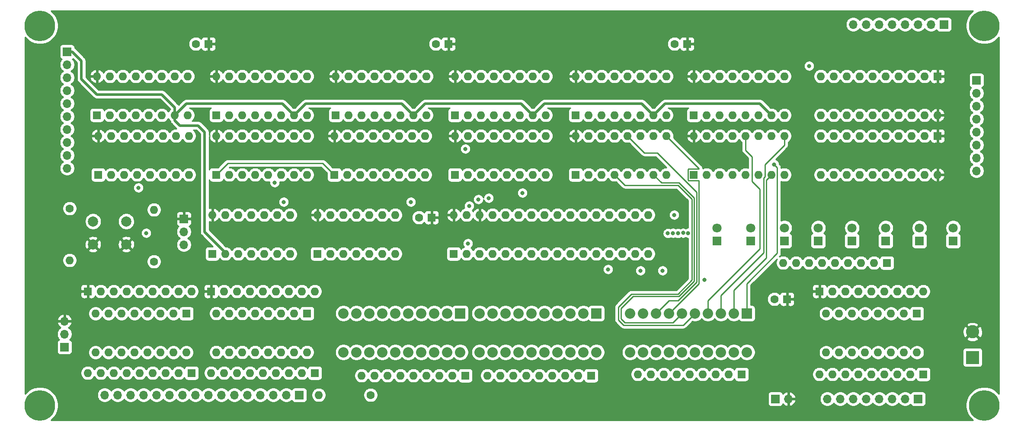
<source format=gbr>
%TF.GenerationSoftware,KiCad,Pcbnew,(5.1.9-0-10_14)*%
%TF.CreationDate,2021-06-29T00:25:17-04:00*%
%TF.ProjectId,ram-combined,72616d2d-636f-46d6-9269-6e65642e6b69,rev?*%
%TF.SameCoordinates,Original*%
%TF.FileFunction,Copper,L3,Inr*%
%TF.FilePolarity,Positive*%
%FSLAX46Y46*%
G04 Gerber Fmt 4.6, Leading zero omitted, Abs format (unit mm)*
G04 Created by KiCad (PCBNEW (5.1.9-0-10_14)) date 2021-06-29 00:25:17*
%MOMM*%
%LPD*%
G01*
G04 APERTURE LIST*
%TA.AperFunction,ComponentPad*%
%ADD10O,1.700000X1.700000*%
%TD*%
%TA.AperFunction,ComponentPad*%
%ADD11R,1.700000X1.700000*%
%TD*%
%TA.AperFunction,ComponentPad*%
%ADD12C,6.000000*%
%TD*%
%TA.AperFunction,ComponentPad*%
%ADD13C,0.800000*%
%TD*%
%TA.AperFunction,ComponentPad*%
%ADD14C,1.800000*%
%TD*%
%TA.AperFunction,ComponentPad*%
%ADD15R,1.800000X1.800000*%
%TD*%
%TA.AperFunction,ComponentPad*%
%ADD16O,1.600000X1.600000*%
%TD*%
%TA.AperFunction,ComponentPad*%
%ADD17R,1.600000X1.600000*%
%TD*%
%TA.AperFunction,ComponentPad*%
%ADD18C,2.032000*%
%TD*%
%TA.AperFunction,ComponentPad*%
%ADD19R,2.032000X2.032000*%
%TD*%
%TA.AperFunction,ComponentPad*%
%ADD20C,2.000000*%
%TD*%
%TA.AperFunction,ComponentPad*%
%ADD21C,1.600000*%
%TD*%
%TA.AperFunction,ComponentPad*%
%ADD22C,2.600000*%
%TD*%
%TA.AperFunction,ComponentPad*%
%ADD23R,2.600000X2.600000*%
%TD*%
%TA.AperFunction,ViaPad*%
%ADD24C,0.800000*%
%TD*%
%TA.AperFunction,Conductor*%
%ADD25C,0.250000*%
%TD*%
%TA.AperFunction,Conductor*%
%ADD26C,0.500000*%
%TD*%
%TA.AperFunction,Conductor*%
%ADD27C,0.254000*%
%TD*%
%TA.AperFunction,Conductor*%
%ADD28C,0.100000*%
%TD*%
G04 APERTURE END LIST*
D10*
%TO.N,BUS_00*%
%TO.C,J8*%
X227330000Y-34290000D03*
%TO.N,BUS_01*%
X229870000Y-34290000D03*
%TO.N,BUS_02*%
X232410000Y-34290000D03*
%TO.N,BUS_03*%
X234950000Y-34290000D03*
%TO.N,BUS_04*%
X237490000Y-34290000D03*
%TO.N,BUS_05*%
X240030000Y-34290000D03*
%TO.N,BUS_06*%
X242570000Y-34290000D03*
D11*
%TO.N,BUS_07*%
X245110000Y-34290000D03*
%TD*%
D12*
%TO.N,N/C*%
%TO.C,REF\u002A\u002A*%
X68072000Y-108966000D03*
D13*
X70322000Y-108966000D03*
X69662990Y-110556990D03*
X68072000Y-111216000D03*
X66481010Y-110556990D03*
X65822000Y-108966000D03*
X66481010Y-107375010D03*
X68072000Y-106716000D03*
X69662990Y-107375010D03*
%TD*%
%TO.N,N/C*%
%TO.C,REF\u002A\u002A*%
X254574990Y-107375010D03*
X252984000Y-106716000D03*
X251393010Y-107375010D03*
X250734000Y-108966000D03*
X251393010Y-110556990D03*
X252984000Y-111216000D03*
X254574990Y-110556990D03*
X255234000Y-108966000D03*
D12*
X252984000Y-108966000D03*
%TD*%
%TO.N,N/C*%
%TO.C,REF\u002A\u002A*%
X252984000Y-34544000D03*
D13*
X255234000Y-34544000D03*
X254574990Y-36134990D03*
X252984000Y-36794000D03*
X251393010Y-36134990D03*
X250734000Y-34544000D03*
X251393010Y-32953010D03*
X252984000Y-32294000D03*
X254574990Y-32953010D03*
%TD*%
%TO.N,N/C*%
%TO.C,REF\u002A\u002A*%
X69662990Y-32953010D03*
X68072000Y-32294000D03*
X66481010Y-32953010D03*
X65822000Y-34544000D03*
X66481010Y-36134990D03*
X68072000Y-36794000D03*
X69662990Y-36134990D03*
X70322000Y-34544000D03*
D12*
X68072000Y-34544000D03*
%TD*%
D10*
%TO.N,WRITE_ENABLE*%
%TO.C,J3*%
X73406000Y-62484000D03*
X73406000Y-59944000D03*
%TO.N,PROGRAM_MODE*%
X73406000Y-57404000D03*
X73406000Y-54864000D03*
%TO.N,OUTPUT_ENABLE*%
X73406000Y-52324000D03*
%TO.N,RESET*%
X73406000Y-49784000D03*
%TO.N,MDR_IN*%
X73406000Y-47244000D03*
%TO.N,MAR1_IN*%
X73406000Y-44704000D03*
%TO.N,MAR2_IN*%
X73406000Y-42164000D03*
D11*
%TO.N,CLOCK*%
X73406000Y-39624000D03*
%TD*%
D10*
%TO.N,VCC*%
%TO.C,J7*%
X72898000Y-92456000D03*
%TO.N,A16*%
X72898000Y-94996000D03*
D11*
%TO.N,GND*%
X72898000Y-97536000D03*
%TD*%
D10*
%TO.N,Net-(R3-Pad2)*%
%TO.C,SW1*%
X96266000Y-77470000D03*
%TO.N,PROGRAM_MODE*%
X96266000Y-74930000D03*
D11*
%TO.N,VCC*%
X96266000Y-72390000D03*
%TD*%
D14*
%TO.N,/IO7*%
%TO.C,D1*%
X200660000Y-74168000D03*
D15*
%TO.N,Net-(D1-Pad1)*%
X200660000Y-76708000D03*
%TD*%
D16*
%TO.N,Net-(BAR3-Pad13)*%
%TO.C,RN10*%
X185166000Y-102870000D03*
%TO.N,Net-(BAR3-Pad14)*%
X187706000Y-102870000D03*
%TO.N,Net-(BAR3-Pad15)*%
X190246000Y-102870000D03*
%TO.N,Net-(BAR3-Pad16)*%
X192786000Y-102870000D03*
%TO.N,Net-(BAR3-Pad17)*%
X195326000Y-102870000D03*
%TO.N,Net-(BAR3-Pad18)*%
X197866000Y-102870000D03*
%TO.N,Net-(BAR3-Pad19)*%
X200406000Y-102870000D03*
%TO.N,Net-(BAR3-Pad20)*%
X202946000Y-102870000D03*
D17*
%TO.N,GND*%
X205486000Y-102870000D03*
%TD*%
D18*
%TO.N,Net-(BAR3-Pad20)*%
%TO.C,BAR3*%
X206502000Y-98552000D03*
%TO.N,Net-(BAR3-Pad19)*%
X203962000Y-98552000D03*
%TO.N,Net-(BAR3-Pad18)*%
X201422000Y-98552000D03*
%TO.N,Net-(BAR3-Pad17)*%
X198882000Y-98552000D03*
%TO.N,Net-(BAR3-Pad9)*%
X186182000Y-90932000D03*
%TO.N,Net-(BAR3-Pad10)*%
X183642000Y-90932000D03*
%TO.N,Net-(BAR3-Pad11)*%
X183642000Y-98552000D03*
%TO.N,Net-(BAR3-Pad12)*%
X186182000Y-98552000D03*
%TO.N,D7*%
X188722000Y-90932000D03*
%TO.N,D6*%
X191262000Y-90932000D03*
%TO.N,D5*%
X193802000Y-90932000D03*
%TO.N,D4*%
X196342000Y-90932000D03*
%TO.N,Net-(BAR3-Pad16)*%
X196342000Y-98552000D03*
%TO.N,Net-(BAR3-Pad15)*%
X193802000Y-98552000D03*
%TO.N,Net-(BAR3-Pad14)*%
X191262000Y-98552000D03*
%TO.N,Net-(BAR3-Pad13)*%
X188722000Y-98552000D03*
%TO.N,D3*%
X198882000Y-90932000D03*
%TO.N,D2*%
X201422000Y-90932000D03*
%TO.N,D1*%
X203962000Y-90932000D03*
D19*
%TO.N,D0*%
X206502000Y-90932000D03*
%TD*%
D16*
%TO.N,VCC*%
%TO.C,U13*%
X243840000Y-52070000D03*
%TO.N,GND*%
X220980000Y-44450000D03*
%TO.N,OUTPUT_ENABLE*%
X241300000Y-52070000D03*
%TO.N,/IO7*%
X223520000Y-44450000D03*
%TO.N,BUS_00*%
X238760000Y-52070000D03*
%TO.N,/IO6*%
X226060000Y-44450000D03*
%TO.N,BUS_01*%
X236220000Y-52070000D03*
%TO.N,/IO5*%
X228600000Y-44450000D03*
%TO.N,BUS_02*%
X233680000Y-52070000D03*
%TO.N,/IO4*%
X231140000Y-44450000D03*
%TO.N,BUS_03*%
X231140000Y-52070000D03*
%TO.N,/IO3*%
X233680000Y-44450000D03*
%TO.N,BUS_04*%
X228600000Y-52070000D03*
%TO.N,/IO2*%
X236220000Y-44450000D03*
%TO.N,BUS_05*%
X226060000Y-52070000D03*
%TO.N,/IO1*%
X238760000Y-44450000D03*
%TO.N,BUS_06*%
X223520000Y-52070000D03*
%TO.N,/IO0*%
X241300000Y-44450000D03*
%TO.N,BUS_07*%
X220980000Y-52070000D03*
D17*
%TO.N,VCC*%
X243840000Y-44450000D03*
%TD*%
D16*
%TO.N,VCC*%
%TO.C,U11*%
X243840000Y-63754000D03*
%TO.N,GND*%
X220980000Y-56134000D03*
%TO.N,Net-(U1-Pad3)*%
X241300000Y-63754000D03*
%TO.N,D7*%
X223520000Y-56134000D03*
%TO.N,/IO0*%
X238760000Y-63754000D03*
%TO.N,D6*%
X226060000Y-56134000D03*
%TO.N,/IO1*%
X236220000Y-63754000D03*
%TO.N,D5*%
X228600000Y-56134000D03*
%TO.N,/IO2*%
X233680000Y-63754000D03*
%TO.N,D4*%
X231140000Y-56134000D03*
%TO.N,/IO3*%
X231140000Y-63754000D03*
%TO.N,D3*%
X233680000Y-56134000D03*
%TO.N,/IO4*%
X228600000Y-63754000D03*
%TO.N,D2*%
X236220000Y-56134000D03*
%TO.N,/IO5*%
X226060000Y-63754000D03*
%TO.N,D1*%
X238760000Y-56134000D03*
%TO.N,/IO6*%
X223520000Y-63754000D03*
%TO.N,D0*%
X241300000Y-56134000D03*
%TO.N,/IO7*%
X220980000Y-63754000D03*
D17*
%TO.N,VCC*%
X243840000Y-56134000D03*
%TD*%
%TO.N,PROGRAM_MODE*%
%TO.C,U2*%
X101854000Y-79248000D03*
D16*
%TO.N,N/C*%
X117094000Y-71628000D03*
%TO.N,CLOCK*%
X104394000Y-79248000D03*
%TO.N,N/C*%
X114554000Y-71628000D03*
%TO.N,Net-(U1-Pad1)*%
X106934000Y-79248000D03*
%TO.N,N/C*%
X112014000Y-71628000D03*
X109474000Y-79248000D03*
X109474000Y-71628000D03*
X112014000Y-79248000D03*
X106934000Y-71628000D03*
X114554000Y-79248000D03*
X104394000Y-71628000D03*
%TO.N,GND*%
X117094000Y-79248000D03*
%TO.N,VCC*%
X101854000Y-71628000D03*
%TD*%
D17*
%TO.N,Net-(U1-Pad1)*%
%TO.C,U1*%
X122428000Y-79248000D03*
D16*
%TO.N,N/C*%
X137668000Y-71628000D03*
%TO.N,WRITE_ENABLE*%
X124968000Y-79248000D03*
%TO.N,N/C*%
X135128000Y-71628000D03*
%TO.N,Net-(U1-Pad3)*%
X127508000Y-79248000D03*
%TO.N,N/C*%
X132588000Y-71628000D03*
X130048000Y-79248000D03*
X130048000Y-71628000D03*
X132588000Y-79248000D03*
X127508000Y-71628000D03*
X135128000Y-79248000D03*
X124968000Y-71628000D03*
%TO.N,GND*%
X137668000Y-79248000D03*
%TO.N,VCC*%
X122428000Y-71628000D03*
%TD*%
%TO.N,VCC*%
%TO.C,U17*%
X196088000Y-56134000D03*
%TO.N,GND*%
X213868000Y-63754000D03*
X198628000Y-56134000D03*
%TO.N,D1*%
X211328000Y-63754000D03*
%TO.N,Net-(U16-Pad6)*%
X201168000Y-56134000D03*
%TO.N,/MANUAL_DATA_01*%
X208788000Y-63754000D03*
%TO.N,/MANUAL_DATA_03*%
X203708000Y-56134000D03*
%TO.N,Net-(U16-Pad4)*%
X206248000Y-63754000D03*
%TO.N,D3*%
X206248000Y-56134000D03*
%TO.N,D0*%
X203708000Y-63754000D03*
%TO.N,Net-(U16-Pad5)*%
X208788000Y-56134000D03*
%TO.N,/MANUAL_DATA_00*%
X201168000Y-63754000D03*
%TO.N,/MANUAL_DATA_02*%
X211328000Y-56134000D03*
%TO.N,Net-(U16-Pad3)*%
X198628000Y-63754000D03*
%TO.N,D2*%
X213868000Y-56134000D03*
D17*
%TO.N,PROGRAM_MODE*%
X196088000Y-63754000D03*
%TD*%
D16*
%TO.N,VCC*%
%TO.C,U16*%
X196088000Y-44450000D03*
%TO.N,GND*%
X213868000Y-52070000D03*
%TO.N,RESET*%
X198628000Y-44450000D03*
%TO.N,CLOCK*%
X211328000Y-52070000D03*
%TO.N,BUS_00*%
X201168000Y-44450000D03*
%TO.N,Net-(U16-Pad6)*%
X208788000Y-52070000D03*
%TO.N,BUS_01*%
X203708000Y-44450000D03*
%TO.N,Net-(U16-Pad5)*%
X206248000Y-52070000D03*
%TO.N,BUS_02*%
X206248000Y-44450000D03*
%TO.N,Net-(U16-Pad4)*%
X203708000Y-52070000D03*
%TO.N,BUS_03*%
X208788000Y-44450000D03*
%TO.N,Net-(U16-Pad3)*%
X201168000Y-52070000D03*
%TO.N,MDR_IN*%
X211328000Y-44450000D03*
%TO.N,GND*%
X198628000Y-52070000D03*
%TO.N,MDR_IN*%
X213868000Y-44450000D03*
D17*
%TO.N,GND*%
X196088000Y-52070000D03*
%TD*%
D16*
%TO.N,VCC*%
%TO.C,U15*%
X172974000Y-56134000D03*
%TO.N,GND*%
X190754000Y-63754000D03*
X175514000Y-56134000D03*
%TO.N,D5*%
X188214000Y-63754000D03*
%TO.N,Net-(U14-Pad6)*%
X178054000Y-56134000D03*
%TO.N,/MANUAL_DATA_05*%
X185674000Y-63754000D03*
%TO.N,/MANUAL_DATA_07*%
X180594000Y-56134000D03*
%TO.N,Net-(U14-Pad4)*%
X183134000Y-63754000D03*
%TO.N,D7*%
X183134000Y-56134000D03*
%TO.N,D4*%
X180594000Y-63754000D03*
%TO.N,Net-(U14-Pad5)*%
X185674000Y-56134000D03*
%TO.N,/MANUAL_DATA_04*%
X178054000Y-63754000D03*
%TO.N,/MANUAL_DATA_06*%
X188214000Y-56134000D03*
%TO.N,Net-(U14-Pad3)*%
X175514000Y-63754000D03*
%TO.N,D6*%
X190754000Y-56134000D03*
D17*
%TO.N,PROGRAM_MODE*%
X172974000Y-63754000D03*
%TD*%
D16*
%TO.N,VCC*%
%TO.C,U14*%
X172974000Y-44450000D03*
%TO.N,GND*%
X190754000Y-52070000D03*
%TO.N,RESET*%
X175514000Y-44450000D03*
%TO.N,CLOCK*%
X188214000Y-52070000D03*
%TO.N,BUS_04*%
X178054000Y-44450000D03*
%TO.N,Net-(U14-Pad6)*%
X185674000Y-52070000D03*
%TO.N,BUS_05*%
X180594000Y-44450000D03*
%TO.N,Net-(U14-Pad5)*%
X183134000Y-52070000D03*
%TO.N,BUS_06*%
X183134000Y-44450000D03*
%TO.N,Net-(U14-Pad4)*%
X180594000Y-52070000D03*
%TO.N,BUS_07*%
X185674000Y-44450000D03*
%TO.N,Net-(U14-Pad3)*%
X178054000Y-52070000D03*
%TO.N,MDR_IN*%
X188214000Y-44450000D03*
%TO.N,GND*%
X175514000Y-52070000D03*
%TO.N,MDR_IN*%
X190754000Y-44450000D03*
D17*
%TO.N,GND*%
X172974000Y-52070000D03*
%TD*%
D16*
%TO.N,VCC*%
%TO.C,U12*%
X149352000Y-44450000D03*
%TO.N,GND*%
X167132000Y-52070000D03*
%TO.N,RESET*%
X151892000Y-44450000D03*
%TO.N,CLOCK*%
X164592000Y-52070000D03*
%TO.N,BUS_00*%
X154432000Y-44450000D03*
%TO.N,/MAR_03*%
X162052000Y-52070000D03*
%TO.N,BUS_01*%
X156972000Y-44450000D03*
%TO.N,/MAR_02*%
X159512000Y-52070000D03*
%TO.N,BUS_02*%
X159512000Y-44450000D03*
%TO.N,/MAR_01*%
X156972000Y-52070000D03*
%TO.N,BUS_03*%
X162052000Y-44450000D03*
%TO.N,/MAR_00*%
X154432000Y-52070000D03*
%TO.N,MAR1_IN*%
X164592000Y-44450000D03*
%TO.N,GND*%
X151892000Y-52070000D03*
%TO.N,MAR1_IN*%
X167132000Y-44450000D03*
D17*
%TO.N,GND*%
X149352000Y-52070000D03*
%TD*%
D16*
%TO.N,VCC*%
%TO.C,U10*%
X125984000Y-44450000D03*
%TO.N,GND*%
X143764000Y-52070000D03*
%TO.N,RESET*%
X128524000Y-44450000D03*
%TO.N,CLOCK*%
X141224000Y-52070000D03*
%TO.N,BUS_04*%
X131064000Y-44450000D03*
%TO.N,/MAR_07*%
X138684000Y-52070000D03*
%TO.N,BUS_05*%
X133604000Y-44450000D03*
%TO.N,/MAR_06*%
X136144000Y-52070000D03*
%TO.N,BUS_06*%
X136144000Y-44450000D03*
%TO.N,/MAR_05*%
X133604000Y-52070000D03*
%TO.N,BUS_07*%
X138684000Y-44450000D03*
%TO.N,/MAR_04*%
X131064000Y-52070000D03*
%TO.N,MAR1_IN*%
X141224000Y-44450000D03*
%TO.N,GND*%
X128524000Y-52070000D03*
%TO.N,MAR1_IN*%
X143764000Y-44450000D03*
D17*
%TO.N,GND*%
X125984000Y-52070000D03*
%TD*%
D16*
%TO.N,VCC*%
%TO.C,U9*%
X149098000Y-71628000D03*
%TO.N,GND*%
X187198000Y-79248000D03*
%TO.N,/A15*%
X151638000Y-71628000D03*
%TO.N,/IO2*%
X184658000Y-79248000D03*
%TO.N,VCC*%
X154178000Y-71628000D03*
%TO.N,/IO1*%
X182118000Y-79248000D03*
%TO.N,Net-(U1-Pad3)*%
X156718000Y-71628000D03*
%TO.N,/IO0*%
X179578000Y-79248000D03*
%TO.N,/A13*%
X159258000Y-71628000D03*
%TO.N,/A0*%
X177038000Y-79248000D03*
%TO.N,/A8*%
X161798000Y-71628000D03*
%TO.N,/A1*%
X174498000Y-79248000D03*
%TO.N,/A9*%
X164338000Y-71628000D03*
%TO.N,/A2*%
X171958000Y-79248000D03*
%TO.N,/A11*%
X166878000Y-71628000D03*
%TO.N,/A3*%
X169418000Y-79248000D03*
%TO.N,GND*%
X169418000Y-71628000D03*
%TO.N,/A4*%
X166878000Y-79248000D03*
%TO.N,/A10*%
X171958000Y-71628000D03*
%TO.N,/A5*%
X164338000Y-79248000D03*
%TO.N,GND*%
X174498000Y-71628000D03*
%TO.N,/A6*%
X161798000Y-79248000D03*
%TO.N,/IO7*%
X177038000Y-71628000D03*
%TO.N,/A7*%
X159258000Y-79248000D03*
%TO.N,/IO6*%
X179578000Y-71628000D03*
%TO.N,/A12*%
X156718000Y-79248000D03*
%TO.N,/IO5*%
X182118000Y-71628000D03*
%TO.N,/A14*%
X154178000Y-79248000D03*
%TO.N,/IO4*%
X184658000Y-71628000D03*
%TO.N,A16*%
X151638000Y-79248000D03*
%TO.N,/IO3*%
X187198000Y-71628000D03*
D17*
%TO.N,Net-(U9-Pad1)*%
X149098000Y-79248000D03*
%TD*%
D16*
%TO.N,VCC*%
%TO.C,U8*%
X102616000Y-44450000D03*
%TO.N,GND*%
X120396000Y-52070000D03*
%TO.N,RESET*%
X105156000Y-44450000D03*
%TO.N,CLOCK*%
X117856000Y-52070000D03*
%TO.N,BUS_00*%
X107696000Y-44450000D03*
%TO.N,/MAR_11*%
X115316000Y-52070000D03*
%TO.N,BUS_01*%
X110236000Y-44450000D03*
%TO.N,/MAR_10*%
X112776000Y-52070000D03*
%TO.N,BUS_02*%
X112776000Y-44450000D03*
%TO.N,/MAR_09*%
X110236000Y-52070000D03*
%TO.N,BUS_03*%
X115316000Y-44450000D03*
%TO.N,/MAR_08*%
X107696000Y-52070000D03*
%TO.N,MAR2_IN*%
X117856000Y-44450000D03*
%TO.N,GND*%
X105156000Y-52070000D03*
%TO.N,MAR2_IN*%
X120396000Y-44450000D03*
D17*
%TO.N,GND*%
X102616000Y-52070000D03*
%TD*%
D16*
%TO.N,VCC*%
%TO.C,U7*%
X125730000Y-56134000D03*
%TO.N,GND*%
X143510000Y-63754000D03*
X128270000Y-56134000D03*
%TO.N,/A6*%
X140970000Y-63754000D03*
%TO.N,/MAR_04*%
X130810000Y-56134000D03*
%TO.N,/MANUAL_MEM_ADR_06*%
X138430000Y-63754000D03*
%TO.N,/MANUAL_MEM_ADR_04*%
X133350000Y-56134000D03*
%TO.N,/MAR_06*%
X135890000Y-63754000D03*
%TO.N,/A4*%
X135890000Y-56134000D03*
%TO.N,/A7*%
X133350000Y-63754000D03*
%TO.N,/MAR_05*%
X138430000Y-56134000D03*
%TO.N,/MANUAL_MEM_ADR_07*%
X130810000Y-63754000D03*
%TO.N,/MANUAL_MEM_ADR_05*%
X140970000Y-56134000D03*
%TO.N,/MAR_07*%
X128270000Y-63754000D03*
%TO.N,/A5*%
X143510000Y-56134000D03*
D17*
%TO.N,PROGRAM_MODE*%
X125730000Y-63754000D03*
%TD*%
D16*
%TO.N,VCC*%
%TO.C,U6*%
X102616000Y-56134000D03*
%TO.N,GND*%
X120396000Y-63754000D03*
X105156000Y-56134000D03*
%TO.N,/A10*%
X117856000Y-63754000D03*
%TO.N,/MAR_08*%
X107696000Y-56134000D03*
%TO.N,/MANUAL_MEM_ADR_10*%
X115316000Y-63754000D03*
%TO.N,/MANUAL_MEM_ADR_08*%
X110236000Y-56134000D03*
%TO.N,/MAR_10*%
X112776000Y-63754000D03*
%TO.N,/A8*%
X112776000Y-56134000D03*
%TO.N,/A11*%
X110236000Y-63754000D03*
%TO.N,/MAR_09*%
X115316000Y-56134000D03*
%TO.N,/MANUAL_MEM_ADR_11*%
X107696000Y-63754000D03*
%TO.N,/MANUAL_MEM_ADR_09*%
X117856000Y-56134000D03*
%TO.N,/MAR_11*%
X105156000Y-63754000D03*
%TO.N,/A9*%
X120396000Y-56134000D03*
D17*
%TO.N,PROGRAM_MODE*%
X102616000Y-63754000D03*
%TD*%
D16*
%TO.N,VCC*%
%TO.C,U5*%
X79248000Y-44450000D03*
%TO.N,GND*%
X97028000Y-52070000D03*
%TO.N,RESET*%
X81788000Y-44450000D03*
%TO.N,CLOCK*%
X94488000Y-52070000D03*
%TO.N,BUS_04*%
X84328000Y-44450000D03*
%TO.N,/MAR_15*%
X91948000Y-52070000D03*
%TO.N,BUS_05*%
X86868000Y-44450000D03*
%TO.N,/MAR_14*%
X89408000Y-52070000D03*
%TO.N,BUS_06*%
X89408000Y-44450000D03*
%TO.N,/MAR_13*%
X86868000Y-52070000D03*
%TO.N,BUS_07*%
X91948000Y-44450000D03*
%TO.N,/MAR_12*%
X84328000Y-52070000D03*
%TO.N,MAR2_IN*%
X94488000Y-44450000D03*
%TO.N,GND*%
X81788000Y-52070000D03*
%TO.N,MAR2_IN*%
X97028000Y-44450000D03*
D17*
%TO.N,GND*%
X79248000Y-52070000D03*
%TD*%
D16*
%TO.N,VCC*%
%TO.C,U4*%
X149352000Y-56134000D03*
%TO.N,GND*%
X167132000Y-63754000D03*
X151892000Y-56134000D03*
%TO.N,/A2*%
X164592000Y-63754000D03*
%TO.N,/MAR_00*%
X154432000Y-56134000D03*
%TO.N,/MANUAL_MEM_ADR_02*%
X162052000Y-63754000D03*
%TO.N,/MANUAL_MEM_ADR_00*%
X156972000Y-56134000D03*
%TO.N,/MAR_02*%
X159512000Y-63754000D03*
%TO.N,/A0*%
X159512000Y-56134000D03*
%TO.N,/A3*%
X156972000Y-63754000D03*
%TO.N,/MAR_01*%
X162052000Y-56134000D03*
%TO.N,/MANUAL_MEM_ADR_03*%
X154432000Y-63754000D03*
%TO.N,/MANUAL_MEM_ADR_01*%
X164592000Y-56134000D03*
%TO.N,/MAR_03*%
X151892000Y-63754000D03*
%TO.N,/A1*%
X167132000Y-56134000D03*
D17*
%TO.N,PROGRAM_MODE*%
X149352000Y-63754000D03*
%TD*%
D16*
%TO.N,VCC*%
%TO.C,U3*%
X79502000Y-56134000D03*
%TO.N,GND*%
X97282000Y-63754000D03*
X82042000Y-56134000D03*
%TO.N,/A14*%
X94742000Y-63754000D03*
%TO.N,/MAR_12*%
X84582000Y-56134000D03*
%TO.N,/MANUAL_MEM_ADR_14*%
X92202000Y-63754000D03*
%TO.N,/MANUAL_MEM_ADR_12*%
X87122000Y-56134000D03*
%TO.N,/MAR_14*%
X89662000Y-63754000D03*
%TO.N,/A12*%
X89662000Y-56134000D03*
%TO.N,/A15*%
X87122000Y-63754000D03*
%TO.N,/MAR_13*%
X92202000Y-56134000D03*
%TO.N,/MANUAL_MEM_ADR_15*%
X84582000Y-63754000D03*
%TO.N,/MANUAL_MEM_ADR_13*%
X94742000Y-56134000D03*
%TO.N,/MAR_15*%
X82042000Y-63754000D03*
%TO.N,/A13*%
X97282000Y-56134000D03*
D17*
%TO.N,PROGRAM_MODE*%
X79502000Y-63754000D03*
%TD*%
D16*
%TO.N,/MANUAL_DATA_00*%
%TO.C,SW5*%
X239810000Y-98580000D03*
%TO.N,Net-(RN9-Pad2)*%
X222030000Y-90960000D03*
%TO.N,/MANUAL_DATA_01*%
X237270000Y-98580000D03*
%TO.N,Net-(RN9-Pad3)*%
X224570000Y-90960000D03*
%TO.N,/MANUAL_DATA_02*%
X234730000Y-98580000D03*
%TO.N,Net-(RN9-Pad4)*%
X227110000Y-90960000D03*
%TO.N,/MANUAL_DATA_03*%
X232190000Y-98580000D03*
%TO.N,Net-(RN9-Pad5)*%
X229650000Y-90960000D03*
%TO.N,/MANUAL_DATA_04*%
X229650000Y-98580000D03*
%TO.N,Net-(RN9-Pad6)*%
X232190000Y-90960000D03*
%TO.N,/MANUAL_DATA_05*%
X227110000Y-98580000D03*
%TO.N,Net-(RN9-Pad7)*%
X234730000Y-90960000D03*
%TO.N,/MANUAL_DATA_06*%
X224570000Y-98580000D03*
%TO.N,Net-(RN9-Pad8)*%
X237270000Y-90960000D03*
%TO.N,/MANUAL_DATA_07*%
X222030000Y-98580000D03*
D17*
%TO.N,Net-(RN9-Pad9)*%
X239810000Y-90960000D03*
%TD*%
D16*
%TO.N,/MANUAL_MEM_ADR_00*%
%TO.C,SW4*%
X120396000Y-98552000D03*
%TO.N,Net-(RN7-Pad2)*%
X102616000Y-90932000D03*
%TO.N,/MANUAL_MEM_ADR_01*%
X117856000Y-98552000D03*
%TO.N,Net-(RN7-Pad3)*%
X105156000Y-90932000D03*
%TO.N,/MANUAL_MEM_ADR_02*%
X115316000Y-98552000D03*
%TO.N,Net-(RN7-Pad4)*%
X107696000Y-90932000D03*
%TO.N,/MANUAL_MEM_ADR_03*%
X112776000Y-98552000D03*
%TO.N,Net-(RN7-Pad5)*%
X110236000Y-90932000D03*
%TO.N,/MANUAL_MEM_ADR_04*%
X110236000Y-98552000D03*
%TO.N,Net-(RN7-Pad6)*%
X112776000Y-90932000D03*
%TO.N,/MANUAL_MEM_ADR_05*%
X107696000Y-98552000D03*
%TO.N,Net-(RN7-Pad7)*%
X115316000Y-90932000D03*
%TO.N,/MANUAL_MEM_ADR_06*%
X105156000Y-98552000D03*
%TO.N,Net-(RN7-Pad8)*%
X117856000Y-90932000D03*
%TO.N,/MANUAL_MEM_ADR_07*%
X102616000Y-98552000D03*
D17*
%TO.N,Net-(RN7-Pad9)*%
X120396000Y-90932000D03*
%TD*%
D16*
%TO.N,/MANUAL_MEM_ADR_08*%
%TO.C,SW3*%
X96774000Y-98590000D03*
%TO.N,Net-(RN5-Pad2)*%
X78994000Y-90970000D03*
%TO.N,/MANUAL_MEM_ADR_09*%
X94234000Y-98590000D03*
%TO.N,Net-(RN5-Pad3)*%
X81534000Y-90970000D03*
%TO.N,/MANUAL_MEM_ADR_10*%
X91694000Y-98590000D03*
%TO.N,Net-(RN5-Pad4)*%
X84074000Y-90970000D03*
%TO.N,/MANUAL_MEM_ADR_11*%
X89154000Y-98590000D03*
%TO.N,Net-(RN5-Pad5)*%
X86614000Y-90970000D03*
%TO.N,/MANUAL_MEM_ADR_12*%
X86614000Y-98590000D03*
%TO.N,Net-(RN5-Pad6)*%
X89154000Y-90970000D03*
%TO.N,/MANUAL_MEM_ADR_13*%
X84074000Y-98590000D03*
%TO.N,Net-(RN5-Pad7)*%
X91694000Y-90970000D03*
%TO.N,/MANUAL_MEM_ADR_14*%
X81534000Y-98590000D03*
%TO.N,Net-(RN5-Pad8)*%
X94234000Y-90970000D03*
%TO.N,/MANUAL_MEM_ADR_15*%
X78994000Y-98590000D03*
D17*
%TO.N,Net-(RN5-Pad9)*%
X96774000Y-90970000D03*
%TD*%
D20*
%TO.N,WRITE_ENABLE*%
%TO.C,SW2*%
X84986000Y-72898000D03*
%TO.N,VCC*%
X84986000Y-77398000D03*
%TO.N,WRITE_ENABLE*%
X78486000Y-72898000D03*
%TO.N,VCC*%
X78486000Y-77398000D03*
%TD*%
D16*
%TO.N,Net-(RN9-Pad9)*%
%TO.C,RN9*%
X241046000Y-86614000D03*
%TO.N,Net-(RN9-Pad8)*%
X238506000Y-86614000D03*
%TO.N,Net-(RN9-Pad7)*%
X235966000Y-86614000D03*
%TO.N,Net-(RN9-Pad6)*%
X233426000Y-86614000D03*
%TO.N,Net-(RN9-Pad5)*%
X230886000Y-86614000D03*
%TO.N,Net-(RN9-Pad4)*%
X228346000Y-86614000D03*
%TO.N,Net-(RN9-Pad3)*%
X225806000Y-86614000D03*
%TO.N,Net-(RN9-Pad2)*%
X223266000Y-86614000D03*
D17*
%TO.N,VCC*%
X220726000Y-86614000D03*
%TD*%
D16*
%TO.N,/MANUAL_DATA_07*%
%TO.C,RN8*%
X220726000Y-102870000D03*
%TO.N,/MANUAL_DATA_06*%
X223266000Y-102870000D03*
%TO.N,/MANUAL_DATA_05*%
X225806000Y-102870000D03*
%TO.N,/MANUAL_DATA_04*%
X228346000Y-102870000D03*
%TO.N,/MANUAL_DATA_03*%
X230886000Y-102870000D03*
%TO.N,/MANUAL_DATA_02*%
X233426000Y-102870000D03*
%TO.N,/MANUAL_DATA_01*%
X235966000Y-102870000D03*
%TO.N,/MANUAL_DATA_00*%
X238506000Y-102870000D03*
D17*
%TO.N,GND*%
X241046000Y-102870000D03*
%TD*%
D16*
%TO.N,Net-(RN7-Pad9)*%
%TO.C,RN7*%
X121920000Y-86614000D03*
%TO.N,Net-(RN7-Pad8)*%
X119380000Y-86614000D03*
%TO.N,Net-(RN7-Pad7)*%
X116840000Y-86614000D03*
%TO.N,Net-(RN7-Pad6)*%
X114300000Y-86614000D03*
%TO.N,Net-(RN7-Pad5)*%
X111760000Y-86614000D03*
%TO.N,Net-(RN7-Pad4)*%
X109220000Y-86614000D03*
%TO.N,Net-(RN7-Pad3)*%
X106680000Y-86614000D03*
%TO.N,Net-(RN7-Pad2)*%
X104140000Y-86614000D03*
D17*
%TO.N,VCC*%
X101600000Y-86614000D03*
%TD*%
D16*
%TO.N,/MANUAL_MEM_ADR_07*%
%TO.C,RN6*%
X101600000Y-102616000D03*
%TO.N,/MANUAL_MEM_ADR_06*%
X104140000Y-102616000D03*
%TO.N,/MANUAL_MEM_ADR_05*%
X106680000Y-102616000D03*
%TO.N,/MANUAL_MEM_ADR_04*%
X109220000Y-102616000D03*
%TO.N,/MANUAL_MEM_ADR_03*%
X111760000Y-102616000D03*
%TO.N,/MANUAL_MEM_ADR_02*%
X114300000Y-102616000D03*
%TO.N,/MANUAL_MEM_ADR_01*%
X116840000Y-102616000D03*
%TO.N,/MANUAL_MEM_ADR_00*%
X119380000Y-102616000D03*
D17*
%TO.N,GND*%
X121920000Y-102616000D03*
%TD*%
D16*
%TO.N,Net-(RN5-Pad9)*%
%TO.C,RN5*%
X97790000Y-86614000D03*
%TO.N,Net-(RN5-Pad8)*%
X95250000Y-86614000D03*
%TO.N,Net-(RN5-Pad7)*%
X92710000Y-86614000D03*
%TO.N,Net-(RN5-Pad6)*%
X90170000Y-86614000D03*
%TO.N,Net-(RN5-Pad5)*%
X87630000Y-86614000D03*
%TO.N,Net-(RN5-Pad4)*%
X85090000Y-86614000D03*
%TO.N,Net-(RN5-Pad3)*%
X82550000Y-86614000D03*
%TO.N,Net-(RN5-Pad2)*%
X80010000Y-86614000D03*
D17*
%TO.N,VCC*%
X77470000Y-86614000D03*
%TD*%
D16*
%TO.N,/MANUAL_MEM_ADR_15*%
%TO.C,RN4*%
X77470000Y-102616000D03*
%TO.N,/MANUAL_MEM_ADR_14*%
X80010000Y-102616000D03*
%TO.N,/MANUAL_MEM_ADR_13*%
X82550000Y-102616000D03*
%TO.N,/MANUAL_MEM_ADR_12*%
X85090000Y-102616000D03*
%TO.N,/MANUAL_MEM_ADR_11*%
X87630000Y-102616000D03*
%TO.N,/MANUAL_MEM_ADR_10*%
X90170000Y-102616000D03*
%TO.N,/MANUAL_MEM_ADR_09*%
X92710000Y-102616000D03*
%TO.N,/MANUAL_MEM_ADR_08*%
X95250000Y-102616000D03*
D17*
%TO.N,GND*%
X97790000Y-102616000D03*
%TD*%
D16*
%TO.N,Net-(BAR2-Pad13)*%
%TO.C,RN3*%
X155702000Y-103124000D03*
%TO.N,Net-(BAR2-Pad14)*%
X158242000Y-103124000D03*
%TO.N,Net-(BAR2-Pad15)*%
X160782000Y-103124000D03*
%TO.N,Net-(BAR2-Pad16)*%
X163322000Y-103124000D03*
%TO.N,Net-(BAR2-Pad17)*%
X165862000Y-103124000D03*
%TO.N,Net-(BAR2-Pad18)*%
X168402000Y-103124000D03*
%TO.N,Net-(BAR2-Pad19)*%
X170942000Y-103124000D03*
%TO.N,Net-(BAR2-Pad20)*%
X173482000Y-103124000D03*
D17*
%TO.N,GND*%
X176022000Y-103124000D03*
%TD*%
D16*
%TO.N,Net-(D1-Pad1)*%
%TO.C,RN2*%
X213614000Y-81026000D03*
%TO.N,Net-(D2-Pad1)*%
X216154000Y-81026000D03*
%TO.N,Net-(D3-Pad1)*%
X218694000Y-81026000D03*
%TO.N,Net-(D4-Pad1)*%
X221234000Y-81026000D03*
%TO.N,Net-(D5-Pad1)*%
X223774000Y-81026000D03*
%TO.N,Net-(D6-Pad1)*%
X226314000Y-81026000D03*
%TO.N,Net-(D7-Pad1)*%
X228854000Y-81026000D03*
%TO.N,Net-(D8-Pad1)*%
X231394000Y-81026000D03*
D17*
%TO.N,GND*%
X233934000Y-81026000D03*
%TD*%
D16*
%TO.N,Net-(BAR1-Pad15)*%
%TO.C,RN1*%
X131064000Y-103124000D03*
%TO.N,Net-(BAR1-Pad16)*%
X133604000Y-103124000D03*
%TO.N,Net-(BAR1-Pad17)*%
X136144000Y-103124000D03*
%TO.N,Net-(BAR1-Pad18)*%
X138684000Y-103124000D03*
%TO.N,Net-(BAR1-Pad19)*%
X141224000Y-103124000D03*
%TO.N,Net-(BAR1-Pad20)*%
X143764000Y-103124000D03*
%TO.N,Net-(BAR2-Pad11)*%
X146304000Y-103124000D03*
%TO.N,Net-(BAR2-Pad12)*%
X148844000Y-103124000D03*
D17*
%TO.N,GND*%
X151384000Y-103124000D03*
%TD*%
D16*
%TO.N,Net-(R3-Pad2)*%
%TO.C,R3*%
X90424000Y-70612000D03*
D21*
%TO.N,GND*%
X90424000Y-80772000D03*
%TD*%
D16*
%TO.N,GND*%
%TO.C,R2*%
X73914000Y-80518000D03*
D21*
%TO.N,WRITE_ENABLE*%
X73914000Y-70358000D03*
%TD*%
D16*
%TO.N,GND*%
%TO.C,R1*%
X122682000Y-106934000D03*
D21*
%TO.N,Net-(BAR1-Pad11)*%
X132842000Y-106934000D03*
%TD*%
D10*
%TO.N,/MANUAL_MEM_ADR_15*%
%TO.C,J6*%
X80772000Y-106934000D03*
%TO.N,/MANUAL_MEM_ADR_14*%
X83312000Y-106934000D03*
%TO.N,/MANUAL_MEM_ADR_13*%
X85852000Y-106934000D03*
%TO.N,/MANUAL_MEM_ADR_12*%
X88392000Y-106934000D03*
%TO.N,/MANUAL_MEM_ADR_11*%
X90932000Y-106934000D03*
%TO.N,/MANUAL_MEM_ADR_10*%
X93472000Y-106934000D03*
%TO.N,/MANUAL_MEM_ADR_09*%
X96012000Y-106934000D03*
%TO.N,/MANUAL_MEM_ADR_08*%
X98552000Y-106934000D03*
%TO.N,/MANUAL_MEM_ADR_07*%
X101092000Y-106934000D03*
%TO.N,/MANUAL_MEM_ADR_06*%
X103632000Y-106934000D03*
%TO.N,/MANUAL_MEM_ADR_05*%
X106172000Y-106934000D03*
%TO.N,/MANUAL_MEM_ADR_04*%
X108712000Y-106934000D03*
%TO.N,/MANUAL_MEM_ADR_03*%
X111252000Y-106934000D03*
%TO.N,/MANUAL_MEM_ADR_02*%
X113792000Y-106934000D03*
%TO.N,/MANUAL_MEM_ADR_01*%
X116332000Y-106934000D03*
D11*
%TO.N,/MANUAL_MEM_ADR_00*%
X118872000Y-106934000D03*
%TD*%
D22*
%TO.N,VCC*%
%TO.C,J5*%
X250698000Y-94568000D03*
D23*
%TO.N,GND*%
X250698000Y-99568000D03*
%TD*%
D10*
%TO.N,VCC*%
%TO.C,J4*%
X214630000Y-107696000D03*
D11*
%TO.N,GND*%
X212090000Y-107696000D03*
%TD*%
D10*
%TO.N,BUS_00*%
%TO.C,J2*%
X251460000Y-62992000D03*
%TO.N,BUS_01*%
X251460000Y-60452000D03*
%TO.N,BUS_02*%
X251460000Y-57912000D03*
%TO.N,BUS_03*%
X251460000Y-55372000D03*
%TO.N,BUS_04*%
X251460000Y-52832000D03*
%TO.N,BUS_05*%
X251460000Y-50292000D03*
%TO.N,BUS_06*%
X251460000Y-47752000D03*
D11*
%TO.N,BUS_07*%
X251460000Y-45212000D03*
%TD*%
D10*
%TO.N,/MANUAL_DATA_07*%
%TO.C,J1*%
X222250000Y-107696000D03*
%TO.N,/MANUAL_DATA_06*%
X224790000Y-107696000D03*
%TO.N,/MANUAL_DATA_05*%
X227330000Y-107696000D03*
%TO.N,/MANUAL_DATA_04*%
X229870000Y-107696000D03*
%TO.N,/MANUAL_DATA_03*%
X232410000Y-107696000D03*
%TO.N,/MANUAL_DATA_02*%
X234950000Y-107696000D03*
%TO.N,/MANUAL_DATA_01*%
X237490000Y-107696000D03*
D11*
%TO.N,/MANUAL_DATA_00*%
X240030000Y-107696000D03*
%TD*%
D14*
%TO.N,/IO0*%
%TO.C,D8*%
X246888000Y-74168000D03*
D15*
%TO.N,Net-(D8-Pad1)*%
X246888000Y-76708000D03*
%TD*%
D14*
%TO.N,/IO1*%
%TO.C,D7*%
X240284000Y-74168000D03*
D15*
%TO.N,Net-(D7-Pad1)*%
X240284000Y-76708000D03*
%TD*%
D14*
%TO.N,/IO2*%
%TO.C,D6*%
X233680000Y-74168000D03*
D15*
%TO.N,Net-(D6-Pad1)*%
X233680000Y-76708000D03*
%TD*%
D14*
%TO.N,/IO3*%
%TO.C,D5*%
X227076000Y-74168000D03*
D15*
%TO.N,Net-(D5-Pad1)*%
X227076000Y-76708000D03*
%TD*%
D14*
%TO.N,/IO4*%
%TO.C,D4*%
X220472000Y-74168000D03*
D15*
%TO.N,Net-(D4-Pad1)*%
X220472000Y-76708000D03*
%TD*%
D14*
%TO.N,/IO5*%
%TO.C,D3*%
X213868000Y-74168000D03*
D15*
%TO.N,Net-(D3-Pad1)*%
X213868000Y-76708000D03*
%TD*%
D14*
%TO.N,/IO6*%
%TO.C,D2*%
X207264000Y-74168000D03*
D15*
%TO.N,Net-(D2-Pad1)*%
X207264000Y-76708000D03*
%TD*%
D21*
%TO.N,GND*%
%TO.C,C5*%
X145582000Y-38100000D03*
D17*
%TO.N,VCC*%
X148082000Y-38100000D03*
%TD*%
D21*
%TO.N,GND*%
%TO.C,C4*%
X192318000Y-38100000D03*
D17*
%TO.N,VCC*%
X194818000Y-38100000D03*
%TD*%
D21*
%TO.N,GND*%
%TO.C,C3*%
X142280000Y-72136000D03*
D17*
%TO.N,VCC*%
X144780000Y-72136000D03*
%TD*%
D21*
%TO.N,GND*%
%TO.C,C2*%
X211876000Y-88138000D03*
D17*
%TO.N,VCC*%
X214376000Y-88138000D03*
%TD*%
D21*
%TO.N,GND*%
%TO.C,C1*%
X98592000Y-38100000D03*
D17*
%TO.N,VCC*%
X101092000Y-38100000D03*
%TD*%
D18*
%TO.N,Net-(BAR2-Pad20)*%
%TO.C,BAR2*%
X177038000Y-98552000D03*
%TO.N,Net-(BAR2-Pad19)*%
X174498000Y-98552000D03*
%TO.N,Net-(BAR2-Pad18)*%
X171958000Y-98552000D03*
%TO.N,Net-(BAR2-Pad17)*%
X169418000Y-98552000D03*
%TO.N,/A8*%
X156718000Y-90932000D03*
%TO.N,/A9*%
X154178000Y-90932000D03*
%TO.N,Net-(BAR2-Pad11)*%
X154178000Y-98552000D03*
%TO.N,Net-(BAR2-Pad12)*%
X156718000Y-98552000D03*
%TO.N,/A7*%
X159258000Y-90932000D03*
%TO.N,/A6*%
X161798000Y-90932000D03*
%TO.N,/A5*%
X164338000Y-90932000D03*
%TO.N,/A4*%
X166878000Y-90932000D03*
%TO.N,Net-(BAR2-Pad16)*%
X166878000Y-98552000D03*
%TO.N,Net-(BAR2-Pad15)*%
X164338000Y-98552000D03*
%TO.N,Net-(BAR2-Pad14)*%
X161798000Y-98552000D03*
%TO.N,Net-(BAR2-Pad13)*%
X159258000Y-98552000D03*
%TO.N,/A3*%
X169418000Y-90932000D03*
%TO.N,/A2*%
X171958000Y-90932000D03*
%TO.N,/A1*%
X174498000Y-90932000D03*
D19*
%TO.N,/A0*%
X177038000Y-90932000D03*
%TD*%
D18*
%TO.N,Net-(BAR1-Pad20)*%
%TO.C,BAR1*%
X150368000Y-98552000D03*
%TO.N,Net-(BAR1-Pad19)*%
X147828000Y-98552000D03*
%TO.N,Net-(BAR1-Pad18)*%
X145288000Y-98552000D03*
%TO.N,Net-(BAR1-Pad17)*%
X142748000Y-98552000D03*
%TO.N,Net-(BAR1-Pad9)*%
X130048000Y-90932000D03*
%TO.N,A16*%
X127508000Y-90932000D03*
%TO.N,Net-(BAR1-Pad11)*%
X127508000Y-98552000D03*
%TO.N,Net-(BAR1-Pad12)*%
X130048000Y-98552000D03*
%TO.N,Net-(BAR1-Pad8)*%
X132588000Y-90932000D03*
%TO.N,Net-(BAR1-Pad7)*%
X135128000Y-90932000D03*
%TO.N,/A15*%
X137668000Y-90932000D03*
%TO.N,/A14*%
X140208000Y-90932000D03*
%TO.N,Net-(BAR1-Pad16)*%
X140208000Y-98552000D03*
%TO.N,Net-(BAR1-Pad15)*%
X137668000Y-98552000D03*
%TO.N,Net-(BAR1-Pad14)*%
X135128000Y-98552000D03*
%TO.N,Net-(BAR1-Pad13)*%
X132588000Y-98552000D03*
%TO.N,/A13*%
X142748000Y-90932000D03*
%TO.N,/A12*%
X145288000Y-90932000D03*
%TO.N,/A11*%
X147828000Y-90932000D03*
D19*
%TO.N,/A10*%
X150368000Y-90932000D03*
%TD*%
D24*
%TO.N,WRITE_ENABLE*%
X88900000Y-75184000D03*
%TO.N,D0*%
X211836000Y-61722000D03*
%TO.N,OUTPUT_ENABLE*%
X218694000Y-42418000D03*
%TO.N,PROGRAM_MODE*%
X87376000Y-66294000D03*
X151384000Y-58674000D03*
%TO.N,Net-(U1-Pad3)*%
X151892000Y-77216000D03*
X189992000Y-82550000D03*
%TO.N,/MANUAL_DATA_07*%
X179324000Y-82296000D03*
%TO.N,/MANUAL_DATA_06*%
X185674000Y-82550000D03*
%TO.N,/MANUAL_DATA_04*%
X191025608Y-75240903D03*
%TO.N,/MANUAL_DATA_01*%
X192278000Y-71628000D03*
X192024000Y-75184000D03*
%TO.N,/MANUAL_DATA_02*%
X195019555Y-75187163D03*
%TO.N,/MANUAL_DATA_03*%
X194019730Y-75167827D03*
%TO.N,/MANUAL_DATA_00*%
X193022392Y-75240903D03*
X198163041Y-84328000D03*
%TO.N,/A14*%
X152146000Y-69850000D03*
%TO.N,/A13*%
X155956000Y-68326000D03*
%TO.N,/A12*%
X153924000Y-68580000D03*
%TO.N,/A8*%
X140716000Y-69088000D03*
X115824000Y-69088000D03*
X114046000Y-65278000D03*
%TO.N,/A9*%
X162560000Y-67310000D03*
%TD*%
D25*
%TO.N,D0*%
X206502000Y-90932000D02*
X206502000Y-85090000D01*
X206502000Y-85090000D02*
X212453001Y-79138999D01*
X212453001Y-79138999D02*
X212453001Y-62339001D01*
X212453001Y-62339001D02*
X211836000Y-61722000D01*
%TO.N,PROGRAM_MODE*%
X104902000Y-61468000D02*
X102616000Y-63754000D01*
X123444000Y-61468000D02*
X104902000Y-61468000D01*
X125730000Y-63754000D02*
X123444000Y-61468000D01*
D26*
%TO.N,CLOCK*%
X94488000Y-52070000D02*
X94488000Y-50546000D01*
X94488000Y-50546000D02*
X91948000Y-48006000D01*
X91948000Y-48006000D02*
X79248000Y-48006000D01*
X79248000Y-48006000D02*
X76200000Y-44958000D01*
X76200000Y-44958000D02*
X76200000Y-41402000D01*
X74422000Y-39624000D02*
X73406000Y-39624000D01*
X76200000Y-41402000D02*
X74422000Y-39624000D01*
X94488000Y-52070000D02*
X96774000Y-49784000D01*
X115570000Y-49784000D02*
X117856000Y-52070000D01*
X96774000Y-49784000D02*
X115570000Y-49784000D01*
X117856000Y-52070000D02*
X120142000Y-49784000D01*
X138938000Y-49784000D02*
X141224000Y-52070000D01*
X120142000Y-49784000D02*
X138938000Y-49784000D01*
X141224000Y-52070000D02*
X143510000Y-49784000D01*
X162306000Y-49784000D02*
X164592000Y-52070000D01*
X143510000Y-49784000D02*
X162306000Y-49784000D01*
X164592000Y-52070000D02*
X166878000Y-49784000D01*
X185928000Y-49784000D02*
X188214000Y-52070000D01*
X166878000Y-49784000D02*
X185928000Y-49784000D01*
X188214000Y-52070000D02*
X190500000Y-49784000D01*
X209042000Y-49784000D02*
X211328000Y-52070000D01*
X190500000Y-49784000D02*
X209042000Y-49784000D01*
X94488000Y-52070000D02*
X94488000Y-53086000D01*
X94488000Y-53086000D02*
X95504000Y-54102000D01*
X95504000Y-54102000D02*
X99060000Y-54102000D01*
X99060000Y-54102000D02*
X100330000Y-55372000D01*
X100330000Y-55372000D02*
X100330000Y-74930000D01*
X104394000Y-78994000D02*
X104394000Y-79248000D01*
X100330000Y-74930000D02*
X104394000Y-78994000D01*
D25*
%TO.N,D1*%
X203962000Y-90932000D02*
X203962000Y-86360000D01*
X203962000Y-86360000D02*
X210312000Y-80010000D01*
X210312000Y-64770000D02*
X211328000Y-63754000D01*
X210312000Y-80010000D02*
X210312000Y-64770000D01*
%TO.N,D2*%
X210058000Y-64149002D02*
X210058000Y-61722000D01*
X213868000Y-57912000D02*
X213868000Y-56134000D01*
X209804000Y-78994000D02*
X209804000Y-64403002D01*
X210058000Y-61722000D02*
X213868000Y-57912000D01*
X209804000Y-64403002D02*
X210058000Y-64149002D01*
X201422000Y-87376000D02*
X209804000Y-78994000D01*
X201422000Y-90932000D02*
X201422000Y-87376000D01*
%TO.N,D3*%
X206248000Y-58928000D02*
X206248000Y-56134000D01*
X209042000Y-78232000D02*
X209042000Y-66548000D01*
X207518000Y-65024000D02*
X207518000Y-60198000D01*
X207518000Y-60198000D02*
X206248000Y-58928000D01*
X209042000Y-66548000D02*
X207518000Y-65024000D01*
X198882000Y-88392000D02*
X209042000Y-78232000D01*
X198882000Y-90932000D02*
X198882000Y-88392000D01*
%TO.N,D4*%
X181356000Y-89662000D02*
X183896000Y-87122000D01*
X181356000Y-92202000D02*
X181356000Y-89662000D01*
X193040000Y-65786000D02*
X182626000Y-65786000D01*
X194056000Y-93218000D02*
X182372000Y-93218000D01*
X195753967Y-68499967D02*
X193040000Y-65786000D01*
X182372000Y-93218000D02*
X181356000Y-92202000D01*
X193040000Y-87122000D02*
X195753967Y-84408033D01*
X182626000Y-65786000D02*
X180594000Y-63754000D01*
X183896000Y-87122000D02*
X193040000Y-87122000D01*
X196342000Y-90932000D02*
X194056000Y-93218000D01*
X195753967Y-84408033D02*
X195753967Y-68499967D01*
%TO.N,D5*%
X196203978Y-84594433D02*
X196203978Y-68313567D01*
X192024000Y-92710000D02*
X182626000Y-92710000D01*
X193802000Y-90932000D02*
X192024000Y-92710000D01*
X181864000Y-91948000D02*
X181864000Y-89916000D01*
X196203978Y-68313567D02*
X193226400Y-65335989D01*
X181864000Y-89916000D02*
X184207989Y-87572011D01*
X182626000Y-92710000D02*
X181864000Y-91948000D01*
X193226400Y-87572011D02*
X196203978Y-84594433D01*
X193226400Y-65335989D02*
X189795989Y-65335989D01*
X189795989Y-65335989D02*
X188214000Y-63754000D01*
X184207989Y-87572011D02*
X193226400Y-87572011D01*
%TO.N,D6*%
X197104000Y-85090000D02*
X191262000Y-90932000D01*
X195027999Y-64879001D02*
X197104000Y-64879001D01*
X194962999Y-62693999D02*
X194962999Y-64814001D01*
X195027999Y-62628999D02*
X194962999Y-62693999D01*
X197104000Y-62484000D02*
X197104000Y-62628999D01*
X190754000Y-56134000D02*
X197104000Y-62484000D01*
X194962999Y-64814001D02*
X195027999Y-64879001D01*
X197104000Y-64879001D02*
X197104000Y-85090000D01*
X197104000Y-62628999D02*
X195027999Y-62628999D01*
%TO.N,D7*%
X188948587Y-59436000D02*
X196653989Y-67141402D01*
X196653989Y-67141402D02*
X196653989Y-84780832D01*
X196653989Y-84780832D02*
X193042821Y-88392000D01*
X186436000Y-59436000D02*
X188948587Y-59436000D01*
X183134000Y-56134000D02*
X186436000Y-59436000D01*
X193042821Y-88392000D02*
X191262000Y-88392000D01*
X191262000Y-88392000D02*
X188722000Y-90932000D01*
%TD*%
D27*
%TO.N,VCC*%
X250666823Y-31720511D02*
X250160511Y-32226823D01*
X249762705Y-32822182D01*
X249488691Y-33483710D01*
X249349000Y-34185984D01*
X249349000Y-34902016D01*
X249488691Y-35604290D01*
X249762705Y-36265818D01*
X250160511Y-36861177D01*
X250666823Y-37367489D01*
X251262182Y-37765295D01*
X251923710Y-38039309D01*
X252625984Y-38179000D01*
X253342016Y-38179000D01*
X254044290Y-38039309D01*
X254705818Y-37765295D01*
X255301177Y-37367489D01*
X255807489Y-36861177D01*
X255880000Y-36752656D01*
X255880001Y-106757345D01*
X255807489Y-106648823D01*
X255301177Y-106142511D01*
X254705818Y-105744705D01*
X254044290Y-105470691D01*
X253342016Y-105331000D01*
X252625984Y-105331000D01*
X251923710Y-105470691D01*
X251262182Y-105744705D01*
X250666823Y-106142511D01*
X250160511Y-106648823D01*
X249762705Y-107244182D01*
X249488691Y-107905710D01*
X249349000Y-108607984D01*
X249349000Y-109324016D01*
X249488691Y-110026290D01*
X249762705Y-110687818D01*
X250160511Y-111283177D01*
X250666823Y-111789489D01*
X250775343Y-111862000D01*
X70280657Y-111862000D01*
X70389177Y-111789489D01*
X70895489Y-111283177D01*
X71293295Y-110687818D01*
X71567309Y-110026290D01*
X71707000Y-109324016D01*
X71707000Y-108607984D01*
X71567309Y-107905710D01*
X71293295Y-107244182D01*
X70988311Y-106787740D01*
X79287000Y-106787740D01*
X79287000Y-107080260D01*
X79344068Y-107367158D01*
X79456010Y-107637411D01*
X79618525Y-107880632D01*
X79825368Y-108087475D01*
X80068589Y-108249990D01*
X80338842Y-108361932D01*
X80625740Y-108419000D01*
X80918260Y-108419000D01*
X81205158Y-108361932D01*
X81475411Y-108249990D01*
X81718632Y-108087475D01*
X81925475Y-107880632D01*
X82042000Y-107706240D01*
X82158525Y-107880632D01*
X82365368Y-108087475D01*
X82608589Y-108249990D01*
X82878842Y-108361932D01*
X83165740Y-108419000D01*
X83458260Y-108419000D01*
X83745158Y-108361932D01*
X84015411Y-108249990D01*
X84258632Y-108087475D01*
X84465475Y-107880632D01*
X84582000Y-107706240D01*
X84698525Y-107880632D01*
X84905368Y-108087475D01*
X85148589Y-108249990D01*
X85418842Y-108361932D01*
X85705740Y-108419000D01*
X85998260Y-108419000D01*
X86285158Y-108361932D01*
X86555411Y-108249990D01*
X86798632Y-108087475D01*
X87005475Y-107880632D01*
X87122000Y-107706240D01*
X87238525Y-107880632D01*
X87445368Y-108087475D01*
X87688589Y-108249990D01*
X87958842Y-108361932D01*
X88245740Y-108419000D01*
X88538260Y-108419000D01*
X88825158Y-108361932D01*
X89095411Y-108249990D01*
X89338632Y-108087475D01*
X89545475Y-107880632D01*
X89662000Y-107706240D01*
X89778525Y-107880632D01*
X89985368Y-108087475D01*
X90228589Y-108249990D01*
X90498842Y-108361932D01*
X90785740Y-108419000D01*
X91078260Y-108419000D01*
X91365158Y-108361932D01*
X91635411Y-108249990D01*
X91878632Y-108087475D01*
X92085475Y-107880632D01*
X92202000Y-107706240D01*
X92318525Y-107880632D01*
X92525368Y-108087475D01*
X92768589Y-108249990D01*
X93038842Y-108361932D01*
X93325740Y-108419000D01*
X93618260Y-108419000D01*
X93905158Y-108361932D01*
X94175411Y-108249990D01*
X94418632Y-108087475D01*
X94625475Y-107880632D01*
X94742000Y-107706240D01*
X94858525Y-107880632D01*
X95065368Y-108087475D01*
X95308589Y-108249990D01*
X95578842Y-108361932D01*
X95865740Y-108419000D01*
X96158260Y-108419000D01*
X96445158Y-108361932D01*
X96715411Y-108249990D01*
X96958632Y-108087475D01*
X97165475Y-107880632D01*
X97282000Y-107706240D01*
X97398525Y-107880632D01*
X97605368Y-108087475D01*
X97848589Y-108249990D01*
X98118842Y-108361932D01*
X98405740Y-108419000D01*
X98698260Y-108419000D01*
X98985158Y-108361932D01*
X99255411Y-108249990D01*
X99498632Y-108087475D01*
X99705475Y-107880632D01*
X99822000Y-107706240D01*
X99938525Y-107880632D01*
X100145368Y-108087475D01*
X100388589Y-108249990D01*
X100658842Y-108361932D01*
X100945740Y-108419000D01*
X101238260Y-108419000D01*
X101525158Y-108361932D01*
X101795411Y-108249990D01*
X102038632Y-108087475D01*
X102245475Y-107880632D01*
X102362000Y-107706240D01*
X102478525Y-107880632D01*
X102685368Y-108087475D01*
X102928589Y-108249990D01*
X103198842Y-108361932D01*
X103485740Y-108419000D01*
X103778260Y-108419000D01*
X104065158Y-108361932D01*
X104335411Y-108249990D01*
X104578632Y-108087475D01*
X104785475Y-107880632D01*
X104902000Y-107706240D01*
X105018525Y-107880632D01*
X105225368Y-108087475D01*
X105468589Y-108249990D01*
X105738842Y-108361932D01*
X106025740Y-108419000D01*
X106318260Y-108419000D01*
X106605158Y-108361932D01*
X106875411Y-108249990D01*
X107118632Y-108087475D01*
X107325475Y-107880632D01*
X107442000Y-107706240D01*
X107558525Y-107880632D01*
X107765368Y-108087475D01*
X108008589Y-108249990D01*
X108278842Y-108361932D01*
X108565740Y-108419000D01*
X108858260Y-108419000D01*
X109145158Y-108361932D01*
X109415411Y-108249990D01*
X109658632Y-108087475D01*
X109865475Y-107880632D01*
X109982000Y-107706240D01*
X110098525Y-107880632D01*
X110305368Y-108087475D01*
X110548589Y-108249990D01*
X110818842Y-108361932D01*
X111105740Y-108419000D01*
X111398260Y-108419000D01*
X111685158Y-108361932D01*
X111955411Y-108249990D01*
X112198632Y-108087475D01*
X112405475Y-107880632D01*
X112522000Y-107706240D01*
X112638525Y-107880632D01*
X112845368Y-108087475D01*
X113088589Y-108249990D01*
X113358842Y-108361932D01*
X113645740Y-108419000D01*
X113938260Y-108419000D01*
X114225158Y-108361932D01*
X114495411Y-108249990D01*
X114738632Y-108087475D01*
X114945475Y-107880632D01*
X115062000Y-107706240D01*
X115178525Y-107880632D01*
X115385368Y-108087475D01*
X115628589Y-108249990D01*
X115898842Y-108361932D01*
X116185740Y-108419000D01*
X116478260Y-108419000D01*
X116765158Y-108361932D01*
X117035411Y-108249990D01*
X117278632Y-108087475D01*
X117410487Y-107955620D01*
X117432498Y-108028180D01*
X117491463Y-108138494D01*
X117570815Y-108235185D01*
X117667506Y-108314537D01*
X117777820Y-108373502D01*
X117897518Y-108409812D01*
X118022000Y-108422072D01*
X119722000Y-108422072D01*
X119846482Y-108409812D01*
X119966180Y-108373502D01*
X120076494Y-108314537D01*
X120173185Y-108235185D01*
X120252537Y-108138494D01*
X120311502Y-108028180D01*
X120347812Y-107908482D01*
X120360072Y-107784000D01*
X120360072Y-106792665D01*
X121247000Y-106792665D01*
X121247000Y-107075335D01*
X121302147Y-107352574D01*
X121410320Y-107613727D01*
X121567363Y-107848759D01*
X121767241Y-108048637D01*
X122002273Y-108205680D01*
X122263426Y-108313853D01*
X122540665Y-108369000D01*
X122823335Y-108369000D01*
X123100574Y-108313853D01*
X123361727Y-108205680D01*
X123596759Y-108048637D01*
X123796637Y-107848759D01*
X123953680Y-107613727D01*
X124061853Y-107352574D01*
X124117000Y-107075335D01*
X124117000Y-106792665D01*
X131407000Y-106792665D01*
X131407000Y-107075335D01*
X131462147Y-107352574D01*
X131570320Y-107613727D01*
X131727363Y-107848759D01*
X131927241Y-108048637D01*
X132162273Y-108205680D01*
X132423426Y-108313853D01*
X132700665Y-108369000D01*
X132983335Y-108369000D01*
X133260574Y-108313853D01*
X133521727Y-108205680D01*
X133756759Y-108048637D01*
X133956637Y-107848759D01*
X134113680Y-107613727D01*
X134221853Y-107352574D01*
X134277000Y-107075335D01*
X134277000Y-106846000D01*
X210601928Y-106846000D01*
X210601928Y-108546000D01*
X210614188Y-108670482D01*
X210650498Y-108790180D01*
X210709463Y-108900494D01*
X210788815Y-108997185D01*
X210885506Y-109076537D01*
X210995820Y-109135502D01*
X211115518Y-109171812D01*
X211240000Y-109184072D01*
X212940000Y-109184072D01*
X213064482Y-109171812D01*
X213184180Y-109135502D01*
X213294494Y-109076537D01*
X213391185Y-108997185D01*
X213470537Y-108900494D01*
X213529502Y-108790180D01*
X213553966Y-108709534D01*
X213629731Y-108793588D01*
X213863080Y-108967641D01*
X214125901Y-109092825D01*
X214273110Y-109137476D01*
X214503000Y-109016155D01*
X214503000Y-107823000D01*
X214757000Y-107823000D01*
X214757000Y-109016155D01*
X214986890Y-109137476D01*
X215134099Y-109092825D01*
X215396920Y-108967641D01*
X215630269Y-108793588D01*
X215825178Y-108577355D01*
X215974157Y-108327252D01*
X216071481Y-108052891D01*
X215950814Y-107823000D01*
X214757000Y-107823000D01*
X214503000Y-107823000D01*
X214483000Y-107823000D01*
X214483000Y-107569000D01*
X214503000Y-107569000D01*
X214503000Y-106375845D01*
X214757000Y-106375845D01*
X214757000Y-107569000D01*
X215950814Y-107569000D01*
X215960923Y-107549740D01*
X220765000Y-107549740D01*
X220765000Y-107842260D01*
X220822068Y-108129158D01*
X220934010Y-108399411D01*
X221096525Y-108642632D01*
X221303368Y-108849475D01*
X221546589Y-109011990D01*
X221816842Y-109123932D01*
X222103740Y-109181000D01*
X222396260Y-109181000D01*
X222683158Y-109123932D01*
X222953411Y-109011990D01*
X223196632Y-108849475D01*
X223403475Y-108642632D01*
X223520000Y-108468240D01*
X223636525Y-108642632D01*
X223843368Y-108849475D01*
X224086589Y-109011990D01*
X224356842Y-109123932D01*
X224643740Y-109181000D01*
X224936260Y-109181000D01*
X225223158Y-109123932D01*
X225493411Y-109011990D01*
X225736632Y-108849475D01*
X225943475Y-108642632D01*
X226060000Y-108468240D01*
X226176525Y-108642632D01*
X226383368Y-108849475D01*
X226626589Y-109011990D01*
X226896842Y-109123932D01*
X227183740Y-109181000D01*
X227476260Y-109181000D01*
X227763158Y-109123932D01*
X228033411Y-109011990D01*
X228276632Y-108849475D01*
X228483475Y-108642632D01*
X228600000Y-108468240D01*
X228716525Y-108642632D01*
X228923368Y-108849475D01*
X229166589Y-109011990D01*
X229436842Y-109123932D01*
X229723740Y-109181000D01*
X230016260Y-109181000D01*
X230303158Y-109123932D01*
X230573411Y-109011990D01*
X230816632Y-108849475D01*
X231023475Y-108642632D01*
X231140000Y-108468240D01*
X231256525Y-108642632D01*
X231463368Y-108849475D01*
X231706589Y-109011990D01*
X231976842Y-109123932D01*
X232263740Y-109181000D01*
X232556260Y-109181000D01*
X232843158Y-109123932D01*
X233113411Y-109011990D01*
X233356632Y-108849475D01*
X233563475Y-108642632D01*
X233680000Y-108468240D01*
X233796525Y-108642632D01*
X234003368Y-108849475D01*
X234246589Y-109011990D01*
X234516842Y-109123932D01*
X234803740Y-109181000D01*
X235096260Y-109181000D01*
X235383158Y-109123932D01*
X235653411Y-109011990D01*
X235896632Y-108849475D01*
X236103475Y-108642632D01*
X236220000Y-108468240D01*
X236336525Y-108642632D01*
X236543368Y-108849475D01*
X236786589Y-109011990D01*
X237056842Y-109123932D01*
X237343740Y-109181000D01*
X237636260Y-109181000D01*
X237923158Y-109123932D01*
X238193411Y-109011990D01*
X238436632Y-108849475D01*
X238568487Y-108717620D01*
X238590498Y-108790180D01*
X238649463Y-108900494D01*
X238728815Y-108997185D01*
X238825506Y-109076537D01*
X238935820Y-109135502D01*
X239055518Y-109171812D01*
X239180000Y-109184072D01*
X240880000Y-109184072D01*
X241004482Y-109171812D01*
X241124180Y-109135502D01*
X241234494Y-109076537D01*
X241331185Y-108997185D01*
X241410537Y-108900494D01*
X241469502Y-108790180D01*
X241505812Y-108670482D01*
X241518072Y-108546000D01*
X241518072Y-106846000D01*
X241505812Y-106721518D01*
X241469502Y-106601820D01*
X241410537Y-106491506D01*
X241331185Y-106394815D01*
X241234494Y-106315463D01*
X241124180Y-106256498D01*
X241004482Y-106220188D01*
X240880000Y-106207928D01*
X239180000Y-106207928D01*
X239055518Y-106220188D01*
X238935820Y-106256498D01*
X238825506Y-106315463D01*
X238728815Y-106394815D01*
X238649463Y-106491506D01*
X238590498Y-106601820D01*
X238568487Y-106674380D01*
X238436632Y-106542525D01*
X238193411Y-106380010D01*
X237923158Y-106268068D01*
X237636260Y-106211000D01*
X237343740Y-106211000D01*
X237056842Y-106268068D01*
X236786589Y-106380010D01*
X236543368Y-106542525D01*
X236336525Y-106749368D01*
X236220000Y-106923760D01*
X236103475Y-106749368D01*
X235896632Y-106542525D01*
X235653411Y-106380010D01*
X235383158Y-106268068D01*
X235096260Y-106211000D01*
X234803740Y-106211000D01*
X234516842Y-106268068D01*
X234246589Y-106380010D01*
X234003368Y-106542525D01*
X233796525Y-106749368D01*
X233680000Y-106923760D01*
X233563475Y-106749368D01*
X233356632Y-106542525D01*
X233113411Y-106380010D01*
X232843158Y-106268068D01*
X232556260Y-106211000D01*
X232263740Y-106211000D01*
X231976842Y-106268068D01*
X231706589Y-106380010D01*
X231463368Y-106542525D01*
X231256525Y-106749368D01*
X231140000Y-106923760D01*
X231023475Y-106749368D01*
X230816632Y-106542525D01*
X230573411Y-106380010D01*
X230303158Y-106268068D01*
X230016260Y-106211000D01*
X229723740Y-106211000D01*
X229436842Y-106268068D01*
X229166589Y-106380010D01*
X228923368Y-106542525D01*
X228716525Y-106749368D01*
X228600000Y-106923760D01*
X228483475Y-106749368D01*
X228276632Y-106542525D01*
X228033411Y-106380010D01*
X227763158Y-106268068D01*
X227476260Y-106211000D01*
X227183740Y-106211000D01*
X226896842Y-106268068D01*
X226626589Y-106380010D01*
X226383368Y-106542525D01*
X226176525Y-106749368D01*
X226060000Y-106923760D01*
X225943475Y-106749368D01*
X225736632Y-106542525D01*
X225493411Y-106380010D01*
X225223158Y-106268068D01*
X224936260Y-106211000D01*
X224643740Y-106211000D01*
X224356842Y-106268068D01*
X224086589Y-106380010D01*
X223843368Y-106542525D01*
X223636525Y-106749368D01*
X223520000Y-106923760D01*
X223403475Y-106749368D01*
X223196632Y-106542525D01*
X222953411Y-106380010D01*
X222683158Y-106268068D01*
X222396260Y-106211000D01*
X222103740Y-106211000D01*
X221816842Y-106268068D01*
X221546589Y-106380010D01*
X221303368Y-106542525D01*
X221096525Y-106749368D01*
X220934010Y-106992589D01*
X220822068Y-107262842D01*
X220765000Y-107549740D01*
X215960923Y-107549740D01*
X216071481Y-107339109D01*
X215974157Y-107064748D01*
X215825178Y-106814645D01*
X215630269Y-106598412D01*
X215396920Y-106424359D01*
X215134099Y-106299175D01*
X214986890Y-106254524D01*
X214757000Y-106375845D01*
X214503000Y-106375845D01*
X214273110Y-106254524D01*
X214125901Y-106299175D01*
X213863080Y-106424359D01*
X213629731Y-106598412D01*
X213553966Y-106682466D01*
X213529502Y-106601820D01*
X213470537Y-106491506D01*
X213391185Y-106394815D01*
X213294494Y-106315463D01*
X213184180Y-106256498D01*
X213064482Y-106220188D01*
X212940000Y-106207928D01*
X211240000Y-106207928D01*
X211115518Y-106220188D01*
X210995820Y-106256498D01*
X210885506Y-106315463D01*
X210788815Y-106394815D01*
X210709463Y-106491506D01*
X210650498Y-106601820D01*
X210614188Y-106721518D01*
X210601928Y-106846000D01*
X134277000Y-106846000D01*
X134277000Y-106792665D01*
X134221853Y-106515426D01*
X134113680Y-106254273D01*
X133956637Y-106019241D01*
X133756759Y-105819363D01*
X133521727Y-105662320D01*
X133260574Y-105554147D01*
X132983335Y-105499000D01*
X132700665Y-105499000D01*
X132423426Y-105554147D01*
X132162273Y-105662320D01*
X131927241Y-105819363D01*
X131727363Y-106019241D01*
X131570320Y-106254273D01*
X131462147Y-106515426D01*
X131407000Y-106792665D01*
X124117000Y-106792665D01*
X124061853Y-106515426D01*
X123953680Y-106254273D01*
X123796637Y-106019241D01*
X123596759Y-105819363D01*
X123361727Y-105662320D01*
X123100574Y-105554147D01*
X122823335Y-105499000D01*
X122540665Y-105499000D01*
X122263426Y-105554147D01*
X122002273Y-105662320D01*
X121767241Y-105819363D01*
X121567363Y-106019241D01*
X121410320Y-106254273D01*
X121302147Y-106515426D01*
X121247000Y-106792665D01*
X120360072Y-106792665D01*
X120360072Y-106084000D01*
X120347812Y-105959518D01*
X120311502Y-105839820D01*
X120252537Y-105729506D01*
X120173185Y-105632815D01*
X120076494Y-105553463D01*
X119966180Y-105494498D01*
X119846482Y-105458188D01*
X119722000Y-105445928D01*
X118022000Y-105445928D01*
X117897518Y-105458188D01*
X117777820Y-105494498D01*
X117667506Y-105553463D01*
X117570815Y-105632815D01*
X117491463Y-105729506D01*
X117432498Y-105839820D01*
X117410487Y-105912380D01*
X117278632Y-105780525D01*
X117035411Y-105618010D01*
X116765158Y-105506068D01*
X116478260Y-105449000D01*
X116185740Y-105449000D01*
X115898842Y-105506068D01*
X115628589Y-105618010D01*
X115385368Y-105780525D01*
X115178525Y-105987368D01*
X115062000Y-106161760D01*
X114945475Y-105987368D01*
X114738632Y-105780525D01*
X114495411Y-105618010D01*
X114225158Y-105506068D01*
X113938260Y-105449000D01*
X113645740Y-105449000D01*
X113358842Y-105506068D01*
X113088589Y-105618010D01*
X112845368Y-105780525D01*
X112638525Y-105987368D01*
X112522000Y-106161760D01*
X112405475Y-105987368D01*
X112198632Y-105780525D01*
X111955411Y-105618010D01*
X111685158Y-105506068D01*
X111398260Y-105449000D01*
X111105740Y-105449000D01*
X110818842Y-105506068D01*
X110548589Y-105618010D01*
X110305368Y-105780525D01*
X110098525Y-105987368D01*
X109982000Y-106161760D01*
X109865475Y-105987368D01*
X109658632Y-105780525D01*
X109415411Y-105618010D01*
X109145158Y-105506068D01*
X108858260Y-105449000D01*
X108565740Y-105449000D01*
X108278842Y-105506068D01*
X108008589Y-105618010D01*
X107765368Y-105780525D01*
X107558525Y-105987368D01*
X107442000Y-106161760D01*
X107325475Y-105987368D01*
X107118632Y-105780525D01*
X106875411Y-105618010D01*
X106605158Y-105506068D01*
X106318260Y-105449000D01*
X106025740Y-105449000D01*
X105738842Y-105506068D01*
X105468589Y-105618010D01*
X105225368Y-105780525D01*
X105018525Y-105987368D01*
X104902000Y-106161760D01*
X104785475Y-105987368D01*
X104578632Y-105780525D01*
X104335411Y-105618010D01*
X104065158Y-105506068D01*
X103778260Y-105449000D01*
X103485740Y-105449000D01*
X103198842Y-105506068D01*
X102928589Y-105618010D01*
X102685368Y-105780525D01*
X102478525Y-105987368D01*
X102362000Y-106161760D01*
X102245475Y-105987368D01*
X102038632Y-105780525D01*
X101795411Y-105618010D01*
X101525158Y-105506068D01*
X101238260Y-105449000D01*
X100945740Y-105449000D01*
X100658842Y-105506068D01*
X100388589Y-105618010D01*
X100145368Y-105780525D01*
X99938525Y-105987368D01*
X99822000Y-106161760D01*
X99705475Y-105987368D01*
X99498632Y-105780525D01*
X99255411Y-105618010D01*
X98985158Y-105506068D01*
X98698260Y-105449000D01*
X98405740Y-105449000D01*
X98118842Y-105506068D01*
X97848589Y-105618010D01*
X97605368Y-105780525D01*
X97398525Y-105987368D01*
X97282000Y-106161760D01*
X97165475Y-105987368D01*
X96958632Y-105780525D01*
X96715411Y-105618010D01*
X96445158Y-105506068D01*
X96158260Y-105449000D01*
X95865740Y-105449000D01*
X95578842Y-105506068D01*
X95308589Y-105618010D01*
X95065368Y-105780525D01*
X94858525Y-105987368D01*
X94742000Y-106161760D01*
X94625475Y-105987368D01*
X94418632Y-105780525D01*
X94175411Y-105618010D01*
X93905158Y-105506068D01*
X93618260Y-105449000D01*
X93325740Y-105449000D01*
X93038842Y-105506068D01*
X92768589Y-105618010D01*
X92525368Y-105780525D01*
X92318525Y-105987368D01*
X92202000Y-106161760D01*
X92085475Y-105987368D01*
X91878632Y-105780525D01*
X91635411Y-105618010D01*
X91365158Y-105506068D01*
X91078260Y-105449000D01*
X90785740Y-105449000D01*
X90498842Y-105506068D01*
X90228589Y-105618010D01*
X89985368Y-105780525D01*
X89778525Y-105987368D01*
X89662000Y-106161760D01*
X89545475Y-105987368D01*
X89338632Y-105780525D01*
X89095411Y-105618010D01*
X88825158Y-105506068D01*
X88538260Y-105449000D01*
X88245740Y-105449000D01*
X87958842Y-105506068D01*
X87688589Y-105618010D01*
X87445368Y-105780525D01*
X87238525Y-105987368D01*
X87122000Y-106161760D01*
X87005475Y-105987368D01*
X86798632Y-105780525D01*
X86555411Y-105618010D01*
X86285158Y-105506068D01*
X85998260Y-105449000D01*
X85705740Y-105449000D01*
X85418842Y-105506068D01*
X85148589Y-105618010D01*
X84905368Y-105780525D01*
X84698525Y-105987368D01*
X84582000Y-106161760D01*
X84465475Y-105987368D01*
X84258632Y-105780525D01*
X84015411Y-105618010D01*
X83745158Y-105506068D01*
X83458260Y-105449000D01*
X83165740Y-105449000D01*
X82878842Y-105506068D01*
X82608589Y-105618010D01*
X82365368Y-105780525D01*
X82158525Y-105987368D01*
X82042000Y-106161760D01*
X81925475Y-105987368D01*
X81718632Y-105780525D01*
X81475411Y-105618010D01*
X81205158Y-105506068D01*
X80918260Y-105449000D01*
X80625740Y-105449000D01*
X80338842Y-105506068D01*
X80068589Y-105618010D01*
X79825368Y-105780525D01*
X79618525Y-105987368D01*
X79456010Y-106230589D01*
X79344068Y-106500842D01*
X79287000Y-106787740D01*
X70988311Y-106787740D01*
X70895489Y-106648823D01*
X70389177Y-106142511D01*
X69793818Y-105744705D01*
X69132290Y-105470691D01*
X68430016Y-105331000D01*
X67713984Y-105331000D01*
X67011710Y-105470691D01*
X66350182Y-105744705D01*
X65754823Y-106142511D01*
X65248511Y-106648823D01*
X65176000Y-106757343D01*
X65176000Y-102474665D01*
X76035000Y-102474665D01*
X76035000Y-102757335D01*
X76090147Y-103034574D01*
X76198320Y-103295727D01*
X76355363Y-103530759D01*
X76555241Y-103730637D01*
X76790273Y-103887680D01*
X77051426Y-103995853D01*
X77328665Y-104051000D01*
X77611335Y-104051000D01*
X77888574Y-103995853D01*
X78149727Y-103887680D01*
X78384759Y-103730637D01*
X78584637Y-103530759D01*
X78740000Y-103298241D01*
X78895363Y-103530759D01*
X79095241Y-103730637D01*
X79330273Y-103887680D01*
X79591426Y-103995853D01*
X79868665Y-104051000D01*
X80151335Y-104051000D01*
X80428574Y-103995853D01*
X80689727Y-103887680D01*
X80924759Y-103730637D01*
X81124637Y-103530759D01*
X81280000Y-103298241D01*
X81435363Y-103530759D01*
X81635241Y-103730637D01*
X81870273Y-103887680D01*
X82131426Y-103995853D01*
X82408665Y-104051000D01*
X82691335Y-104051000D01*
X82968574Y-103995853D01*
X83229727Y-103887680D01*
X83464759Y-103730637D01*
X83664637Y-103530759D01*
X83820000Y-103298241D01*
X83975363Y-103530759D01*
X84175241Y-103730637D01*
X84410273Y-103887680D01*
X84671426Y-103995853D01*
X84948665Y-104051000D01*
X85231335Y-104051000D01*
X85508574Y-103995853D01*
X85769727Y-103887680D01*
X86004759Y-103730637D01*
X86204637Y-103530759D01*
X86360000Y-103298241D01*
X86515363Y-103530759D01*
X86715241Y-103730637D01*
X86950273Y-103887680D01*
X87211426Y-103995853D01*
X87488665Y-104051000D01*
X87771335Y-104051000D01*
X88048574Y-103995853D01*
X88309727Y-103887680D01*
X88544759Y-103730637D01*
X88744637Y-103530759D01*
X88900000Y-103298241D01*
X89055363Y-103530759D01*
X89255241Y-103730637D01*
X89490273Y-103887680D01*
X89751426Y-103995853D01*
X90028665Y-104051000D01*
X90311335Y-104051000D01*
X90588574Y-103995853D01*
X90849727Y-103887680D01*
X91084759Y-103730637D01*
X91284637Y-103530759D01*
X91440000Y-103298241D01*
X91595363Y-103530759D01*
X91795241Y-103730637D01*
X92030273Y-103887680D01*
X92291426Y-103995853D01*
X92568665Y-104051000D01*
X92851335Y-104051000D01*
X93128574Y-103995853D01*
X93389727Y-103887680D01*
X93624759Y-103730637D01*
X93824637Y-103530759D01*
X93980000Y-103298241D01*
X94135363Y-103530759D01*
X94335241Y-103730637D01*
X94570273Y-103887680D01*
X94831426Y-103995853D01*
X95108665Y-104051000D01*
X95391335Y-104051000D01*
X95668574Y-103995853D01*
X95929727Y-103887680D01*
X96164759Y-103730637D01*
X96363357Y-103532039D01*
X96364188Y-103540482D01*
X96400498Y-103660180D01*
X96459463Y-103770494D01*
X96538815Y-103867185D01*
X96635506Y-103946537D01*
X96745820Y-104005502D01*
X96865518Y-104041812D01*
X96990000Y-104054072D01*
X98590000Y-104054072D01*
X98714482Y-104041812D01*
X98834180Y-104005502D01*
X98944494Y-103946537D01*
X99041185Y-103867185D01*
X99120537Y-103770494D01*
X99179502Y-103660180D01*
X99215812Y-103540482D01*
X99228072Y-103416000D01*
X99228072Y-102474665D01*
X100165000Y-102474665D01*
X100165000Y-102757335D01*
X100220147Y-103034574D01*
X100328320Y-103295727D01*
X100485363Y-103530759D01*
X100685241Y-103730637D01*
X100920273Y-103887680D01*
X101181426Y-103995853D01*
X101458665Y-104051000D01*
X101741335Y-104051000D01*
X102018574Y-103995853D01*
X102279727Y-103887680D01*
X102514759Y-103730637D01*
X102714637Y-103530759D01*
X102870000Y-103298241D01*
X103025363Y-103530759D01*
X103225241Y-103730637D01*
X103460273Y-103887680D01*
X103721426Y-103995853D01*
X103998665Y-104051000D01*
X104281335Y-104051000D01*
X104558574Y-103995853D01*
X104819727Y-103887680D01*
X105054759Y-103730637D01*
X105254637Y-103530759D01*
X105410000Y-103298241D01*
X105565363Y-103530759D01*
X105765241Y-103730637D01*
X106000273Y-103887680D01*
X106261426Y-103995853D01*
X106538665Y-104051000D01*
X106821335Y-104051000D01*
X107098574Y-103995853D01*
X107359727Y-103887680D01*
X107594759Y-103730637D01*
X107794637Y-103530759D01*
X107950000Y-103298241D01*
X108105363Y-103530759D01*
X108305241Y-103730637D01*
X108540273Y-103887680D01*
X108801426Y-103995853D01*
X109078665Y-104051000D01*
X109361335Y-104051000D01*
X109638574Y-103995853D01*
X109899727Y-103887680D01*
X110134759Y-103730637D01*
X110334637Y-103530759D01*
X110490000Y-103298241D01*
X110645363Y-103530759D01*
X110845241Y-103730637D01*
X111080273Y-103887680D01*
X111341426Y-103995853D01*
X111618665Y-104051000D01*
X111901335Y-104051000D01*
X112178574Y-103995853D01*
X112439727Y-103887680D01*
X112674759Y-103730637D01*
X112874637Y-103530759D01*
X113030000Y-103298241D01*
X113185363Y-103530759D01*
X113385241Y-103730637D01*
X113620273Y-103887680D01*
X113881426Y-103995853D01*
X114158665Y-104051000D01*
X114441335Y-104051000D01*
X114718574Y-103995853D01*
X114979727Y-103887680D01*
X115214759Y-103730637D01*
X115414637Y-103530759D01*
X115570000Y-103298241D01*
X115725363Y-103530759D01*
X115925241Y-103730637D01*
X116160273Y-103887680D01*
X116421426Y-103995853D01*
X116698665Y-104051000D01*
X116981335Y-104051000D01*
X117258574Y-103995853D01*
X117519727Y-103887680D01*
X117754759Y-103730637D01*
X117954637Y-103530759D01*
X118110000Y-103298241D01*
X118265363Y-103530759D01*
X118465241Y-103730637D01*
X118700273Y-103887680D01*
X118961426Y-103995853D01*
X119238665Y-104051000D01*
X119521335Y-104051000D01*
X119798574Y-103995853D01*
X120059727Y-103887680D01*
X120294759Y-103730637D01*
X120493357Y-103532039D01*
X120494188Y-103540482D01*
X120530498Y-103660180D01*
X120589463Y-103770494D01*
X120668815Y-103867185D01*
X120765506Y-103946537D01*
X120875820Y-104005502D01*
X120995518Y-104041812D01*
X121120000Y-104054072D01*
X122720000Y-104054072D01*
X122844482Y-104041812D01*
X122964180Y-104005502D01*
X123074494Y-103946537D01*
X123171185Y-103867185D01*
X123250537Y-103770494D01*
X123309502Y-103660180D01*
X123345812Y-103540482D01*
X123358072Y-103416000D01*
X123358072Y-102982665D01*
X129629000Y-102982665D01*
X129629000Y-103265335D01*
X129684147Y-103542574D01*
X129792320Y-103803727D01*
X129949363Y-104038759D01*
X130149241Y-104238637D01*
X130384273Y-104395680D01*
X130645426Y-104503853D01*
X130922665Y-104559000D01*
X131205335Y-104559000D01*
X131482574Y-104503853D01*
X131743727Y-104395680D01*
X131978759Y-104238637D01*
X132178637Y-104038759D01*
X132334000Y-103806241D01*
X132489363Y-104038759D01*
X132689241Y-104238637D01*
X132924273Y-104395680D01*
X133185426Y-104503853D01*
X133462665Y-104559000D01*
X133745335Y-104559000D01*
X134022574Y-104503853D01*
X134283727Y-104395680D01*
X134518759Y-104238637D01*
X134718637Y-104038759D01*
X134874000Y-103806241D01*
X135029363Y-104038759D01*
X135229241Y-104238637D01*
X135464273Y-104395680D01*
X135725426Y-104503853D01*
X136002665Y-104559000D01*
X136285335Y-104559000D01*
X136562574Y-104503853D01*
X136823727Y-104395680D01*
X137058759Y-104238637D01*
X137258637Y-104038759D01*
X137414000Y-103806241D01*
X137569363Y-104038759D01*
X137769241Y-104238637D01*
X138004273Y-104395680D01*
X138265426Y-104503853D01*
X138542665Y-104559000D01*
X138825335Y-104559000D01*
X139102574Y-104503853D01*
X139363727Y-104395680D01*
X139598759Y-104238637D01*
X139798637Y-104038759D01*
X139954000Y-103806241D01*
X140109363Y-104038759D01*
X140309241Y-104238637D01*
X140544273Y-104395680D01*
X140805426Y-104503853D01*
X141082665Y-104559000D01*
X141365335Y-104559000D01*
X141642574Y-104503853D01*
X141903727Y-104395680D01*
X142138759Y-104238637D01*
X142338637Y-104038759D01*
X142494000Y-103806241D01*
X142649363Y-104038759D01*
X142849241Y-104238637D01*
X143084273Y-104395680D01*
X143345426Y-104503853D01*
X143622665Y-104559000D01*
X143905335Y-104559000D01*
X144182574Y-104503853D01*
X144443727Y-104395680D01*
X144678759Y-104238637D01*
X144878637Y-104038759D01*
X145034000Y-103806241D01*
X145189363Y-104038759D01*
X145389241Y-104238637D01*
X145624273Y-104395680D01*
X145885426Y-104503853D01*
X146162665Y-104559000D01*
X146445335Y-104559000D01*
X146722574Y-104503853D01*
X146983727Y-104395680D01*
X147218759Y-104238637D01*
X147418637Y-104038759D01*
X147574000Y-103806241D01*
X147729363Y-104038759D01*
X147929241Y-104238637D01*
X148164273Y-104395680D01*
X148425426Y-104503853D01*
X148702665Y-104559000D01*
X148985335Y-104559000D01*
X149262574Y-104503853D01*
X149523727Y-104395680D01*
X149758759Y-104238637D01*
X149957357Y-104040039D01*
X149958188Y-104048482D01*
X149994498Y-104168180D01*
X150053463Y-104278494D01*
X150132815Y-104375185D01*
X150229506Y-104454537D01*
X150339820Y-104513502D01*
X150459518Y-104549812D01*
X150584000Y-104562072D01*
X152184000Y-104562072D01*
X152308482Y-104549812D01*
X152428180Y-104513502D01*
X152538494Y-104454537D01*
X152635185Y-104375185D01*
X152714537Y-104278494D01*
X152773502Y-104168180D01*
X152809812Y-104048482D01*
X152822072Y-103924000D01*
X152822072Y-102982665D01*
X154267000Y-102982665D01*
X154267000Y-103265335D01*
X154322147Y-103542574D01*
X154430320Y-103803727D01*
X154587363Y-104038759D01*
X154787241Y-104238637D01*
X155022273Y-104395680D01*
X155283426Y-104503853D01*
X155560665Y-104559000D01*
X155843335Y-104559000D01*
X156120574Y-104503853D01*
X156381727Y-104395680D01*
X156616759Y-104238637D01*
X156816637Y-104038759D01*
X156972000Y-103806241D01*
X157127363Y-104038759D01*
X157327241Y-104238637D01*
X157562273Y-104395680D01*
X157823426Y-104503853D01*
X158100665Y-104559000D01*
X158383335Y-104559000D01*
X158660574Y-104503853D01*
X158921727Y-104395680D01*
X159156759Y-104238637D01*
X159356637Y-104038759D01*
X159512000Y-103806241D01*
X159667363Y-104038759D01*
X159867241Y-104238637D01*
X160102273Y-104395680D01*
X160363426Y-104503853D01*
X160640665Y-104559000D01*
X160923335Y-104559000D01*
X161200574Y-104503853D01*
X161461727Y-104395680D01*
X161696759Y-104238637D01*
X161896637Y-104038759D01*
X162052000Y-103806241D01*
X162207363Y-104038759D01*
X162407241Y-104238637D01*
X162642273Y-104395680D01*
X162903426Y-104503853D01*
X163180665Y-104559000D01*
X163463335Y-104559000D01*
X163740574Y-104503853D01*
X164001727Y-104395680D01*
X164236759Y-104238637D01*
X164436637Y-104038759D01*
X164592000Y-103806241D01*
X164747363Y-104038759D01*
X164947241Y-104238637D01*
X165182273Y-104395680D01*
X165443426Y-104503853D01*
X165720665Y-104559000D01*
X166003335Y-104559000D01*
X166280574Y-104503853D01*
X166541727Y-104395680D01*
X166776759Y-104238637D01*
X166976637Y-104038759D01*
X167132000Y-103806241D01*
X167287363Y-104038759D01*
X167487241Y-104238637D01*
X167722273Y-104395680D01*
X167983426Y-104503853D01*
X168260665Y-104559000D01*
X168543335Y-104559000D01*
X168820574Y-104503853D01*
X169081727Y-104395680D01*
X169316759Y-104238637D01*
X169516637Y-104038759D01*
X169672000Y-103806241D01*
X169827363Y-104038759D01*
X170027241Y-104238637D01*
X170262273Y-104395680D01*
X170523426Y-104503853D01*
X170800665Y-104559000D01*
X171083335Y-104559000D01*
X171360574Y-104503853D01*
X171621727Y-104395680D01*
X171856759Y-104238637D01*
X172056637Y-104038759D01*
X172212000Y-103806241D01*
X172367363Y-104038759D01*
X172567241Y-104238637D01*
X172802273Y-104395680D01*
X173063426Y-104503853D01*
X173340665Y-104559000D01*
X173623335Y-104559000D01*
X173900574Y-104503853D01*
X174161727Y-104395680D01*
X174396759Y-104238637D01*
X174595357Y-104040039D01*
X174596188Y-104048482D01*
X174632498Y-104168180D01*
X174691463Y-104278494D01*
X174770815Y-104375185D01*
X174867506Y-104454537D01*
X174977820Y-104513502D01*
X175097518Y-104549812D01*
X175222000Y-104562072D01*
X176822000Y-104562072D01*
X176946482Y-104549812D01*
X177066180Y-104513502D01*
X177176494Y-104454537D01*
X177273185Y-104375185D01*
X177352537Y-104278494D01*
X177411502Y-104168180D01*
X177447812Y-104048482D01*
X177460072Y-103924000D01*
X177460072Y-102728665D01*
X183731000Y-102728665D01*
X183731000Y-103011335D01*
X183786147Y-103288574D01*
X183894320Y-103549727D01*
X184051363Y-103784759D01*
X184251241Y-103984637D01*
X184486273Y-104141680D01*
X184747426Y-104249853D01*
X185024665Y-104305000D01*
X185307335Y-104305000D01*
X185584574Y-104249853D01*
X185845727Y-104141680D01*
X186080759Y-103984637D01*
X186280637Y-103784759D01*
X186436000Y-103552241D01*
X186591363Y-103784759D01*
X186791241Y-103984637D01*
X187026273Y-104141680D01*
X187287426Y-104249853D01*
X187564665Y-104305000D01*
X187847335Y-104305000D01*
X188124574Y-104249853D01*
X188385727Y-104141680D01*
X188620759Y-103984637D01*
X188820637Y-103784759D01*
X188976000Y-103552241D01*
X189131363Y-103784759D01*
X189331241Y-103984637D01*
X189566273Y-104141680D01*
X189827426Y-104249853D01*
X190104665Y-104305000D01*
X190387335Y-104305000D01*
X190664574Y-104249853D01*
X190925727Y-104141680D01*
X191160759Y-103984637D01*
X191360637Y-103784759D01*
X191516000Y-103552241D01*
X191671363Y-103784759D01*
X191871241Y-103984637D01*
X192106273Y-104141680D01*
X192367426Y-104249853D01*
X192644665Y-104305000D01*
X192927335Y-104305000D01*
X193204574Y-104249853D01*
X193465727Y-104141680D01*
X193700759Y-103984637D01*
X193900637Y-103784759D01*
X194056000Y-103552241D01*
X194211363Y-103784759D01*
X194411241Y-103984637D01*
X194646273Y-104141680D01*
X194907426Y-104249853D01*
X195184665Y-104305000D01*
X195467335Y-104305000D01*
X195744574Y-104249853D01*
X196005727Y-104141680D01*
X196240759Y-103984637D01*
X196440637Y-103784759D01*
X196596000Y-103552241D01*
X196751363Y-103784759D01*
X196951241Y-103984637D01*
X197186273Y-104141680D01*
X197447426Y-104249853D01*
X197724665Y-104305000D01*
X198007335Y-104305000D01*
X198284574Y-104249853D01*
X198545727Y-104141680D01*
X198780759Y-103984637D01*
X198980637Y-103784759D01*
X199136000Y-103552241D01*
X199291363Y-103784759D01*
X199491241Y-103984637D01*
X199726273Y-104141680D01*
X199987426Y-104249853D01*
X200264665Y-104305000D01*
X200547335Y-104305000D01*
X200824574Y-104249853D01*
X201085727Y-104141680D01*
X201320759Y-103984637D01*
X201520637Y-103784759D01*
X201676000Y-103552241D01*
X201831363Y-103784759D01*
X202031241Y-103984637D01*
X202266273Y-104141680D01*
X202527426Y-104249853D01*
X202804665Y-104305000D01*
X203087335Y-104305000D01*
X203364574Y-104249853D01*
X203625727Y-104141680D01*
X203860759Y-103984637D01*
X204059357Y-103786039D01*
X204060188Y-103794482D01*
X204096498Y-103914180D01*
X204155463Y-104024494D01*
X204234815Y-104121185D01*
X204331506Y-104200537D01*
X204441820Y-104259502D01*
X204561518Y-104295812D01*
X204686000Y-104308072D01*
X206286000Y-104308072D01*
X206410482Y-104295812D01*
X206530180Y-104259502D01*
X206640494Y-104200537D01*
X206737185Y-104121185D01*
X206816537Y-104024494D01*
X206875502Y-103914180D01*
X206911812Y-103794482D01*
X206924072Y-103670000D01*
X206924072Y-102728665D01*
X219291000Y-102728665D01*
X219291000Y-103011335D01*
X219346147Y-103288574D01*
X219454320Y-103549727D01*
X219611363Y-103784759D01*
X219811241Y-103984637D01*
X220046273Y-104141680D01*
X220307426Y-104249853D01*
X220584665Y-104305000D01*
X220867335Y-104305000D01*
X221144574Y-104249853D01*
X221405727Y-104141680D01*
X221640759Y-103984637D01*
X221840637Y-103784759D01*
X221996000Y-103552241D01*
X222151363Y-103784759D01*
X222351241Y-103984637D01*
X222586273Y-104141680D01*
X222847426Y-104249853D01*
X223124665Y-104305000D01*
X223407335Y-104305000D01*
X223684574Y-104249853D01*
X223945727Y-104141680D01*
X224180759Y-103984637D01*
X224380637Y-103784759D01*
X224536000Y-103552241D01*
X224691363Y-103784759D01*
X224891241Y-103984637D01*
X225126273Y-104141680D01*
X225387426Y-104249853D01*
X225664665Y-104305000D01*
X225947335Y-104305000D01*
X226224574Y-104249853D01*
X226485727Y-104141680D01*
X226720759Y-103984637D01*
X226920637Y-103784759D01*
X227076000Y-103552241D01*
X227231363Y-103784759D01*
X227431241Y-103984637D01*
X227666273Y-104141680D01*
X227927426Y-104249853D01*
X228204665Y-104305000D01*
X228487335Y-104305000D01*
X228764574Y-104249853D01*
X229025727Y-104141680D01*
X229260759Y-103984637D01*
X229460637Y-103784759D01*
X229616000Y-103552241D01*
X229771363Y-103784759D01*
X229971241Y-103984637D01*
X230206273Y-104141680D01*
X230467426Y-104249853D01*
X230744665Y-104305000D01*
X231027335Y-104305000D01*
X231304574Y-104249853D01*
X231565727Y-104141680D01*
X231800759Y-103984637D01*
X232000637Y-103784759D01*
X232156000Y-103552241D01*
X232311363Y-103784759D01*
X232511241Y-103984637D01*
X232746273Y-104141680D01*
X233007426Y-104249853D01*
X233284665Y-104305000D01*
X233567335Y-104305000D01*
X233844574Y-104249853D01*
X234105727Y-104141680D01*
X234340759Y-103984637D01*
X234540637Y-103784759D01*
X234696000Y-103552241D01*
X234851363Y-103784759D01*
X235051241Y-103984637D01*
X235286273Y-104141680D01*
X235547426Y-104249853D01*
X235824665Y-104305000D01*
X236107335Y-104305000D01*
X236384574Y-104249853D01*
X236645727Y-104141680D01*
X236880759Y-103984637D01*
X237080637Y-103784759D01*
X237236000Y-103552241D01*
X237391363Y-103784759D01*
X237591241Y-103984637D01*
X237826273Y-104141680D01*
X238087426Y-104249853D01*
X238364665Y-104305000D01*
X238647335Y-104305000D01*
X238924574Y-104249853D01*
X239185727Y-104141680D01*
X239420759Y-103984637D01*
X239619357Y-103786039D01*
X239620188Y-103794482D01*
X239656498Y-103914180D01*
X239715463Y-104024494D01*
X239794815Y-104121185D01*
X239891506Y-104200537D01*
X240001820Y-104259502D01*
X240121518Y-104295812D01*
X240246000Y-104308072D01*
X241846000Y-104308072D01*
X241970482Y-104295812D01*
X242090180Y-104259502D01*
X242200494Y-104200537D01*
X242297185Y-104121185D01*
X242376537Y-104024494D01*
X242435502Y-103914180D01*
X242471812Y-103794482D01*
X242484072Y-103670000D01*
X242484072Y-102070000D01*
X242471812Y-101945518D01*
X242435502Y-101825820D01*
X242376537Y-101715506D01*
X242297185Y-101618815D01*
X242200494Y-101539463D01*
X242090180Y-101480498D01*
X241970482Y-101444188D01*
X241846000Y-101431928D01*
X240246000Y-101431928D01*
X240121518Y-101444188D01*
X240001820Y-101480498D01*
X239891506Y-101539463D01*
X239794815Y-101618815D01*
X239715463Y-101715506D01*
X239656498Y-101825820D01*
X239620188Y-101945518D01*
X239619357Y-101953961D01*
X239420759Y-101755363D01*
X239185727Y-101598320D01*
X238924574Y-101490147D01*
X238647335Y-101435000D01*
X238364665Y-101435000D01*
X238087426Y-101490147D01*
X237826273Y-101598320D01*
X237591241Y-101755363D01*
X237391363Y-101955241D01*
X237236000Y-102187759D01*
X237080637Y-101955241D01*
X236880759Y-101755363D01*
X236645727Y-101598320D01*
X236384574Y-101490147D01*
X236107335Y-101435000D01*
X235824665Y-101435000D01*
X235547426Y-101490147D01*
X235286273Y-101598320D01*
X235051241Y-101755363D01*
X234851363Y-101955241D01*
X234696000Y-102187759D01*
X234540637Y-101955241D01*
X234340759Y-101755363D01*
X234105727Y-101598320D01*
X233844574Y-101490147D01*
X233567335Y-101435000D01*
X233284665Y-101435000D01*
X233007426Y-101490147D01*
X232746273Y-101598320D01*
X232511241Y-101755363D01*
X232311363Y-101955241D01*
X232156000Y-102187759D01*
X232000637Y-101955241D01*
X231800759Y-101755363D01*
X231565727Y-101598320D01*
X231304574Y-101490147D01*
X231027335Y-101435000D01*
X230744665Y-101435000D01*
X230467426Y-101490147D01*
X230206273Y-101598320D01*
X229971241Y-101755363D01*
X229771363Y-101955241D01*
X229616000Y-102187759D01*
X229460637Y-101955241D01*
X229260759Y-101755363D01*
X229025727Y-101598320D01*
X228764574Y-101490147D01*
X228487335Y-101435000D01*
X228204665Y-101435000D01*
X227927426Y-101490147D01*
X227666273Y-101598320D01*
X227431241Y-101755363D01*
X227231363Y-101955241D01*
X227076000Y-102187759D01*
X226920637Y-101955241D01*
X226720759Y-101755363D01*
X226485727Y-101598320D01*
X226224574Y-101490147D01*
X225947335Y-101435000D01*
X225664665Y-101435000D01*
X225387426Y-101490147D01*
X225126273Y-101598320D01*
X224891241Y-101755363D01*
X224691363Y-101955241D01*
X224536000Y-102187759D01*
X224380637Y-101955241D01*
X224180759Y-101755363D01*
X223945727Y-101598320D01*
X223684574Y-101490147D01*
X223407335Y-101435000D01*
X223124665Y-101435000D01*
X222847426Y-101490147D01*
X222586273Y-101598320D01*
X222351241Y-101755363D01*
X222151363Y-101955241D01*
X221996000Y-102187759D01*
X221840637Y-101955241D01*
X221640759Y-101755363D01*
X221405727Y-101598320D01*
X221144574Y-101490147D01*
X220867335Y-101435000D01*
X220584665Y-101435000D01*
X220307426Y-101490147D01*
X220046273Y-101598320D01*
X219811241Y-101755363D01*
X219611363Y-101955241D01*
X219454320Y-102190273D01*
X219346147Y-102451426D01*
X219291000Y-102728665D01*
X206924072Y-102728665D01*
X206924072Y-102070000D01*
X206911812Y-101945518D01*
X206875502Y-101825820D01*
X206816537Y-101715506D01*
X206737185Y-101618815D01*
X206640494Y-101539463D01*
X206530180Y-101480498D01*
X206410482Y-101444188D01*
X206286000Y-101431928D01*
X204686000Y-101431928D01*
X204561518Y-101444188D01*
X204441820Y-101480498D01*
X204331506Y-101539463D01*
X204234815Y-101618815D01*
X204155463Y-101715506D01*
X204096498Y-101825820D01*
X204060188Y-101945518D01*
X204059357Y-101953961D01*
X203860759Y-101755363D01*
X203625727Y-101598320D01*
X203364574Y-101490147D01*
X203087335Y-101435000D01*
X202804665Y-101435000D01*
X202527426Y-101490147D01*
X202266273Y-101598320D01*
X202031241Y-101755363D01*
X201831363Y-101955241D01*
X201676000Y-102187759D01*
X201520637Y-101955241D01*
X201320759Y-101755363D01*
X201085727Y-101598320D01*
X200824574Y-101490147D01*
X200547335Y-101435000D01*
X200264665Y-101435000D01*
X199987426Y-101490147D01*
X199726273Y-101598320D01*
X199491241Y-101755363D01*
X199291363Y-101955241D01*
X199136000Y-102187759D01*
X198980637Y-101955241D01*
X198780759Y-101755363D01*
X198545727Y-101598320D01*
X198284574Y-101490147D01*
X198007335Y-101435000D01*
X197724665Y-101435000D01*
X197447426Y-101490147D01*
X197186273Y-101598320D01*
X196951241Y-101755363D01*
X196751363Y-101955241D01*
X196596000Y-102187759D01*
X196440637Y-101955241D01*
X196240759Y-101755363D01*
X196005727Y-101598320D01*
X195744574Y-101490147D01*
X195467335Y-101435000D01*
X195184665Y-101435000D01*
X194907426Y-101490147D01*
X194646273Y-101598320D01*
X194411241Y-101755363D01*
X194211363Y-101955241D01*
X194056000Y-102187759D01*
X193900637Y-101955241D01*
X193700759Y-101755363D01*
X193465727Y-101598320D01*
X193204574Y-101490147D01*
X192927335Y-101435000D01*
X192644665Y-101435000D01*
X192367426Y-101490147D01*
X192106273Y-101598320D01*
X191871241Y-101755363D01*
X191671363Y-101955241D01*
X191516000Y-102187759D01*
X191360637Y-101955241D01*
X191160759Y-101755363D01*
X190925727Y-101598320D01*
X190664574Y-101490147D01*
X190387335Y-101435000D01*
X190104665Y-101435000D01*
X189827426Y-101490147D01*
X189566273Y-101598320D01*
X189331241Y-101755363D01*
X189131363Y-101955241D01*
X188976000Y-102187759D01*
X188820637Y-101955241D01*
X188620759Y-101755363D01*
X188385727Y-101598320D01*
X188124574Y-101490147D01*
X187847335Y-101435000D01*
X187564665Y-101435000D01*
X187287426Y-101490147D01*
X187026273Y-101598320D01*
X186791241Y-101755363D01*
X186591363Y-101955241D01*
X186436000Y-102187759D01*
X186280637Y-101955241D01*
X186080759Y-101755363D01*
X185845727Y-101598320D01*
X185584574Y-101490147D01*
X185307335Y-101435000D01*
X185024665Y-101435000D01*
X184747426Y-101490147D01*
X184486273Y-101598320D01*
X184251241Y-101755363D01*
X184051363Y-101955241D01*
X183894320Y-102190273D01*
X183786147Y-102451426D01*
X183731000Y-102728665D01*
X177460072Y-102728665D01*
X177460072Y-102324000D01*
X177447812Y-102199518D01*
X177411502Y-102079820D01*
X177352537Y-101969506D01*
X177273185Y-101872815D01*
X177176494Y-101793463D01*
X177066180Y-101734498D01*
X176946482Y-101698188D01*
X176822000Y-101685928D01*
X175222000Y-101685928D01*
X175097518Y-101698188D01*
X174977820Y-101734498D01*
X174867506Y-101793463D01*
X174770815Y-101872815D01*
X174691463Y-101969506D01*
X174632498Y-102079820D01*
X174596188Y-102199518D01*
X174595357Y-102207961D01*
X174396759Y-102009363D01*
X174161727Y-101852320D01*
X173900574Y-101744147D01*
X173623335Y-101689000D01*
X173340665Y-101689000D01*
X173063426Y-101744147D01*
X172802273Y-101852320D01*
X172567241Y-102009363D01*
X172367363Y-102209241D01*
X172212000Y-102441759D01*
X172056637Y-102209241D01*
X171856759Y-102009363D01*
X171621727Y-101852320D01*
X171360574Y-101744147D01*
X171083335Y-101689000D01*
X170800665Y-101689000D01*
X170523426Y-101744147D01*
X170262273Y-101852320D01*
X170027241Y-102009363D01*
X169827363Y-102209241D01*
X169672000Y-102441759D01*
X169516637Y-102209241D01*
X169316759Y-102009363D01*
X169081727Y-101852320D01*
X168820574Y-101744147D01*
X168543335Y-101689000D01*
X168260665Y-101689000D01*
X167983426Y-101744147D01*
X167722273Y-101852320D01*
X167487241Y-102009363D01*
X167287363Y-102209241D01*
X167132000Y-102441759D01*
X166976637Y-102209241D01*
X166776759Y-102009363D01*
X166541727Y-101852320D01*
X166280574Y-101744147D01*
X166003335Y-101689000D01*
X165720665Y-101689000D01*
X165443426Y-101744147D01*
X165182273Y-101852320D01*
X164947241Y-102009363D01*
X164747363Y-102209241D01*
X164592000Y-102441759D01*
X164436637Y-102209241D01*
X164236759Y-102009363D01*
X164001727Y-101852320D01*
X163740574Y-101744147D01*
X163463335Y-101689000D01*
X163180665Y-101689000D01*
X162903426Y-101744147D01*
X162642273Y-101852320D01*
X162407241Y-102009363D01*
X162207363Y-102209241D01*
X162052000Y-102441759D01*
X161896637Y-102209241D01*
X161696759Y-102009363D01*
X161461727Y-101852320D01*
X161200574Y-101744147D01*
X160923335Y-101689000D01*
X160640665Y-101689000D01*
X160363426Y-101744147D01*
X160102273Y-101852320D01*
X159867241Y-102009363D01*
X159667363Y-102209241D01*
X159512000Y-102441759D01*
X159356637Y-102209241D01*
X159156759Y-102009363D01*
X158921727Y-101852320D01*
X158660574Y-101744147D01*
X158383335Y-101689000D01*
X158100665Y-101689000D01*
X157823426Y-101744147D01*
X157562273Y-101852320D01*
X157327241Y-102009363D01*
X157127363Y-102209241D01*
X156972000Y-102441759D01*
X156816637Y-102209241D01*
X156616759Y-102009363D01*
X156381727Y-101852320D01*
X156120574Y-101744147D01*
X155843335Y-101689000D01*
X155560665Y-101689000D01*
X155283426Y-101744147D01*
X155022273Y-101852320D01*
X154787241Y-102009363D01*
X154587363Y-102209241D01*
X154430320Y-102444273D01*
X154322147Y-102705426D01*
X154267000Y-102982665D01*
X152822072Y-102982665D01*
X152822072Y-102324000D01*
X152809812Y-102199518D01*
X152773502Y-102079820D01*
X152714537Y-101969506D01*
X152635185Y-101872815D01*
X152538494Y-101793463D01*
X152428180Y-101734498D01*
X152308482Y-101698188D01*
X152184000Y-101685928D01*
X150584000Y-101685928D01*
X150459518Y-101698188D01*
X150339820Y-101734498D01*
X150229506Y-101793463D01*
X150132815Y-101872815D01*
X150053463Y-101969506D01*
X149994498Y-102079820D01*
X149958188Y-102199518D01*
X149957357Y-102207961D01*
X149758759Y-102009363D01*
X149523727Y-101852320D01*
X149262574Y-101744147D01*
X148985335Y-101689000D01*
X148702665Y-101689000D01*
X148425426Y-101744147D01*
X148164273Y-101852320D01*
X147929241Y-102009363D01*
X147729363Y-102209241D01*
X147574000Y-102441759D01*
X147418637Y-102209241D01*
X147218759Y-102009363D01*
X146983727Y-101852320D01*
X146722574Y-101744147D01*
X146445335Y-101689000D01*
X146162665Y-101689000D01*
X145885426Y-101744147D01*
X145624273Y-101852320D01*
X145389241Y-102009363D01*
X145189363Y-102209241D01*
X145034000Y-102441759D01*
X144878637Y-102209241D01*
X144678759Y-102009363D01*
X144443727Y-101852320D01*
X144182574Y-101744147D01*
X143905335Y-101689000D01*
X143622665Y-101689000D01*
X143345426Y-101744147D01*
X143084273Y-101852320D01*
X142849241Y-102009363D01*
X142649363Y-102209241D01*
X142494000Y-102441759D01*
X142338637Y-102209241D01*
X142138759Y-102009363D01*
X141903727Y-101852320D01*
X141642574Y-101744147D01*
X141365335Y-101689000D01*
X141082665Y-101689000D01*
X140805426Y-101744147D01*
X140544273Y-101852320D01*
X140309241Y-102009363D01*
X140109363Y-102209241D01*
X139954000Y-102441759D01*
X139798637Y-102209241D01*
X139598759Y-102009363D01*
X139363727Y-101852320D01*
X139102574Y-101744147D01*
X138825335Y-101689000D01*
X138542665Y-101689000D01*
X138265426Y-101744147D01*
X138004273Y-101852320D01*
X137769241Y-102009363D01*
X137569363Y-102209241D01*
X137414000Y-102441759D01*
X137258637Y-102209241D01*
X137058759Y-102009363D01*
X136823727Y-101852320D01*
X136562574Y-101744147D01*
X136285335Y-101689000D01*
X136002665Y-101689000D01*
X135725426Y-101744147D01*
X135464273Y-101852320D01*
X135229241Y-102009363D01*
X135029363Y-102209241D01*
X134874000Y-102441759D01*
X134718637Y-102209241D01*
X134518759Y-102009363D01*
X134283727Y-101852320D01*
X134022574Y-101744147D01*
X133745335Y-101689000D01*
X133462665Y-101689000D01*
X133185426Y-101744147D01*
X132924273Y-101852320D01*
X132689241Y-102009363D01*
X132489363Y-102209241D01*
X132334000Y-102441759D01*
X132178637Y-102209241D01*
X131978759Y-102009363D01*
X131743727Y-101852320D01*
X131482574Y-101744147D01*
X131205335Y-101689000D01*
X130922665Y-101689000D01*
X130645426Y-101744147D01*
X130384273Y-101852320D01*
X130149241Y-102009363D01*
X129949363Y-102209241D01*
X129792320Y-102444273D01*
X129684147Y-102705426D01*
X129629000Y-102982665D01*
X123358072Y-102982665D01*
X123358072Y-101816000D01*
X123345812Y-101691518D01*
X123309502Y-101571820D01*
X123250537Y-101461506D01*
X123171185Y-101364815D01*
X123074494Y-101285463D01*
X122964180Y-101226498D01*
X122844482Y-101190188D01*
X122720000Y-101177928D01*
X121120000Y-101177928D01*
X120995518Y-101190188D01*
X120875820Y-101226498D01*
X120765506Y-101285463D01*
X120668815Y-101364815D01*
X120589463Y-101461506D01*
X120530498Y-101571820D01*
X120494188Y-101691518D01*
X120493357Y-101699961D01*
X120294759Y-101501363D01*
X120059727Y-101344320D01*
X119798574Y-101236147D01*
X119521335Y-101181000D01*
X119238665Y-101181000D01*
X118961426Y-101236147D01*
X118700273Y-101344320D01*
X118465241Y-101501363D01*
X118265363Y-101701241D01*
X118110000Y-101933759D01*
X117954637Y-101701241D01*
X117754759Y-101501363D01*
X117519727Y-101344320D01*
X117258574Y-101236147D01*
X116981335Y-101181000D01*
X116698665Y-101181000D01*
X116421426Y-101236147D01*
X116160273Y-101344320D01*
X115925241Y-101501363D01*
X115725363Y-101701241D01*
X115570000Y-101933759D01*
X115414637Y-101701241D01*
X115214759Y-101501363D01*
X114979727Y-101344320D01*
X114718574Y-101236147D01*
X114441335Y-101181000D01*
X114158665Y-101181000D01*
X113881426Y-101236147D01*
X113620273Y-101344320D01*
X113385241Y-101501363D01*
X113185363Y-101701241D01*
X113030000Y-101933759D01*
X112874637Y-101701241D01*
X112674759Y-101501363D01*
X112439727Y-101344320D01*
X112178574Y-101236147D01*
X111901335Y-101181000D01*
X111618665Y-101181000D01*
X111341426Y-101236147D01*
X111080273Y-101344320D01*
X110845241Y-101501363D01*
X110645363Y-101701241D01*
X110490000Y-101933759D01*
X110334637Y-101701241D01*
X110134759Y-101501363D01*
X109899727Y-101344320D01*
X109638574Y-101236147D01*
X109361335Y-101181000D01*
X109078665Y-101181000D01*
X108801426Y-101236147D01*
X108540273Y-101344320D01*
X108305241Y-101501363D01*
X108105363Y-101701241D01*
X107950000Y-101933759D01*
X107794637Y-101701241D01*
X107594759Y-101501363D01*
X107359727Y-101344320D01*
X107098574Y-101236147D01*
X106821335Y-101181000D01*
X106538665Y-101181000D01*
X106261426Y-101236147D01*
X106000273Y-101344320D01*
X105765241Y-101501363D01*
X105565363Y-101701241D01*
X105410000Y-101933759D01*
X105254637Y-101701241D01*
X105054759Y-101501363D01*
X104819727Y-101344320D01*
X104558574Y-101236147D01*
X104281335Y-101181000D01*
X103998665Y-101181000D01*
X103721426Y-101236147D01*
X103460273Y-101344320D01*
X103225241Y-101501363D01*
X103025363Y-101701241D01*
X102870000Y-101933759D01*
X102714637Y-101701241D01*
X102514759Y-101501363D01*
X102279727Y-101344320D01*
X102018574Y-101236147D01*
X101741335Y-101181000D01*
X101458665Y-101181000D01*
X101181426Y-101236147D01*
X100920273Y-101344320D01*
X100685241Y-101501363D01*
X100485363Y-101701241D01*
X100328320Y-101936273D01*
X100220147Y-102197426D01*
X100165000Y-102474665D01*
X99228072Y-102474665D01*
X99228072Y-101816000D01*
X99215812Y-101691518D01*
X99179502Y-101571820D01*
X99120537Y-101461506D01*
X99041185Y-101364815D01*
X98944494Y-101285463D01*
X98834180Y-101226498D01*
X98714482Y-101190188D01*
X98590000Y-101177928D01*
X96990000Y-101177928D01*
X96865518Y-101190188D01*
X96745820Y-101226498D01*
X96635506Y-101285463D01*
X96538815Y-101364815D01*
X96459463Y-101461506D01*
X96400498Y-101571820D01*
X96364188Y-101691518D01*
X96363357Y-101699961D01*
X96164759Y-101501363D01*
X95929727Y-101344320D01*
X95668574Y-101236147D01*
X95391335Y-101181000D01*
X95108665Y-101181000D01*
X94831426Y-101236147D01*
X94570273Y-101344320D01*
X94335241Y-101501363D01*
X94135363Y-101701241D01*
X93980000Y-101933759D01*
X93824637Y-101701241D01*
X93624759Y-101501363D01*
X93389727Y-101344320D01*
X93128574Y-101236147D01*
X92851335Y-101181000D01*
X92568665Y-101181000D01*
X92291426Y-101236147D01*
X92030273Y-101344320D01*
X91795241Y-101501363D01*
X91595363Y-101701241D01*
X91440000Y-101933759D01*
X91284637Y-101701241D01*
X91084759Y-101501363D01*
X90849727Y-101344320D01*
X90588574Y-101236147D01*
X90311335Y-101181000D01*
X90028665Y-101181000D01*
X89751426Y-101236147D01*
X89490273Y-101344320D01*
X89255241Y-101501363D01*
X89055363Y-101701241D01*
X88900000Y-101933759D01*
X88744637Y-101701241D01*
X88544759Y-101501363D01*
X88309727Y-101344320D01*
X88048574Y-101236147D01*
X87771335Y-101181000D01*
X87488665Y-101181000D01*
X87211426Y-101236147D01*
X86950273Y-101344320D01*
X86715241Y-101501363D01*
X86515363Y-101701241D01*
X86360000Y-101933759D01*
X86204637Y-101701241D01*
X86004759Y-101501363D01*
X85769727Y-101344320D01*
X85508574Y-101236147D01*
X85231335Y-101181000D01*
X84948665Y-101181000D01*
X84671426Y-101236147D01*
X84410273Y-101344320D01*
X84175241Y-101501363D01*
X83975363Y-101701241D01*
X83820000Y-101933759D01*
X83664637Y-101701241D01*
X83464759Y-101501363D01*
X83229727Y-101344320D01*
X82968574Y-101236147D01*
X82691335Y-101181000D01*
X82408665Y-101181000D01*
X82131426Y-101236147D01*
X81870273Y-101344320D01*
X81635241Y-101501363D01*
X81435363Y-101701241D01*
X81280000Y-101933759D01*
X81124637Y-101701241D01*
X80924759Y-101501363D01*
X80689727Y-101344320D01*
X80428574Y-101236147D01*
X80151335Y-101181000D01*
X79868665Y-101181000D01*
X79591426Y-101236147D01*
X79330273Y-101344320D01*
X79095241Y-101501363D01*
X78895363Y-101701241D01*
X78740000Y-101933759D01*
X78584637Y-101701241D01*
X78384759Y-101501363D01*
X78149727Y-101344320D01*
X77888574Y-101236147D01*
X77611335Y-101181000D01*
X77328665Y-101181000D01*
X77051426Y-101236147D01*
X76790273Y-101344320D01*
X76555241Y-101501363D01*
X76355363Y-101701241D01*
X76198320Y-101936273D01*
X76090147Y-102197426D01*
X76035000Y-102474665D01*
X65176000Y-102474665D01*
X65176000Y-96686000D01*
X71409928Y-96686000D01*
X71409928Y-98386000D01*
X71422188Y-98510482D01*
X71458498Y-98630180D01*
X71517463Y-98740494D01*
X71596815Y-98837185D01*
X71693506Y-98916537D01*
X71803820Y-98975502D01*
X71923518Y-99011812D01*
X72048000Y-99024072D01*
X73748000Y-99024072D01*
X73872482Y-99011812D01*
X73992180Y-98975502D01*
X74102494Y-98916537D01*
X74199185Y-98837185D01*
X74278537Y-98740494D01*
X74337502Y-98630180D01*
X74373812Y-98510482D01*
X74379900Y-98448665D01*
X77559000Y-98448665D01*
X77559000Y-98731335D01*
X77614147Y-99008574D01*
X77722320Y-99269727D01*
X77879363Y-99504759D01*
X78079241Y-99704637D01*
X78314273Y-99861680D01*
X78575426Y-99969853D01*
X78852665Y-100025000D01*
X79135335Y-100025000D01*
X79412574Y-99969853D01*
X79673727Y-99861680D01*
X79908759Y-99704637D01*
X80108637Y-99504759D01*
X80264000Y-99272241D01*
X80419363Y-99504759D01*
X80619241Y-99704637D01*
X80854273Y-99861680D01*
X81115426Y-99969853D01*
X81392665Y-100025000D01*
X81675335Y-100025000D01*
X81952574Y-99969853D01*
X82213727Y-99861680D01*
X82448759Y-99704637D01*
X82648637Y-99504759D01*
X82804000Y-99272241D01*
X82959363Y-99504759D01*
X83159241Y-99704637D01*
X83394273Y-99861680D01*
X83655426Y-99969853D01*
X83932665Y-100025000D01*
X84215335Y-100025000D01*
X84492574Y-99969853D01*
X84753727Y-99861680D01*
X84988759Y-99704637D01*
X85188637Y-99504759D01*
X85344000Y-99272241D01*
X85499363Y-99504759D01*
X85699241Y-99704637D01*
X85934273Y-99861680D01*
X86195426Y-99969853D01*
X86472665Y-100025000D01*
X86755335Y-100025000D01*
X87032574Y-99969853D01*
X87293727Y-99861680D01*
X87528759Y-99704637D01*
X87728637Y-99504759D01*
X87884000Y-99272241D01*
X88039363Y-99504759D01*
X88239241Y-99704637D01*
X88474273Y-99861680D01*
X88735426Y-99969853D01*
X89012665Y-100025000D01*
X89295335Y-100025000D01*
X89572574Y-99969853D01*
X89833727Y-99861680D01*
X90068759Y-99704637D01*
X90268637Y-99504759D01*
X90424000Y-99272241D01*
X90579363Y-99504759D01*
X90779241Y-99704637D01*
X91014273Y-99861680D01*
X91275426Y-99969853D01*
X91552665Y-100025000D01*
X91835335Y-100025000D01*
X92112574Y-99969853D01*
X92373727Y-99861680D01*
X92608759Y-99704637D01*
X92808637Y-99504759D01*
X92964000Y-99272241D01*
X93119363Y-99504759D01*
X93319241Y-99704637D01*
X93554273Y-99861680D01*
X93815426Y-99969853D01*
X94092665Y-100025000D01*
X94375335Y-100025000D01*
X94652574Y-99969853D01*
X94913727Y-99861680D01*
X95148759Y-99704637D01*
X95348637Y-99504759D01*
X95504000Y-99272241D01*
X95659363Y-99504759D01*
X95859241Y-99704637D01*
X96094273Y-99861680D01*
X96355426Y-99969853D01*
X96632665Y-100025000D01*
X96915335Y-100025000D01*
X97192574Y-99969853D01*
X97453727Y-99861680D01*
X97688759Y-99704637D01*
X97888637Y-99504759D01*
X98045680Y-99269727D01*
X98153853Y-99008574D01*
X98209000Y-98731335D01*
X98209000Y-98448665D01*
X98201442Y-98410665D01*
X101181000Y-98410665D01*
X101181000Y-98693335D01*
X101236147Y-98970574D01*
X101344320Y-99231727D01*
X101501363Y-99466759D01*
X101701241Y-99666637D01*
X101936273Y-99823680D01*
X102197426Y-99931853D01*
X102474665Y-99987000D01*
X102757335Y-99987000D01*
X103034574Y-99931853D01*
X103295727Y-99823680D01*
X103530759Y-99666637D01*
X103730637Y-99466759D01*
X103886000Y-99234241D01*
X104041363Y-99466759D01*
X104241241Y-99666637D01*
X104476273Y-99823680D01*
X104737426Y-99931853D01*
X105014665Y-99987000D01*
X105297335Y-99987000D01*
X105574574Y-99931853D01*
X105835727Y-99823680D01*
X106070759Y-99666637D01*
X106270637Y-99466759D01*
X106426000Y-99234241D01*
X106581363Y-99466759D01*
X106781241Y-99666637D01*
X107016273Y-99823680D01*
X107277426Y-99931853D01*
X107554665Y-99987000D01*
X107837335Y-99987000D01*
X108114574Y-99931853D01*
X108375727Y-99823680D01*
X108610759Y-99666637D01*
X108810637Y-99466759D01*
X108966000Y-99234241D01*
X109121363Y-99466759D01*
X109321241Y-99666637D01*
X109556273Y-99823680D01*
X109817426Y-99931853D01*
X110094665Y-99987000D01*
X110377335Y-99987000D01*
X110654574Y-99931853D01*
X110915727Y-99823680D01*
X111150759Y-99666637D01*
X111350637Y-99466759D01*
X111506000Y-99234241D01*
X111661363Y-99466759D01*
X111861241Y-99666637D01*
X112096273Y-99823680D01*
X112357426Y-99931853D01*
X112634665Y-99987000D01*
X112917335Y-99987000D01*
X113194574Y-99931853D01*
X113455727Y-99823680D01*
X113690759Y-99666637D01*
X113890637Y-99466759D01*
X114046000Y-99234241D01*
X114201363Y-99466759D01*
X114401241Y-99666637D01*
X114636273Y-99823680D01*
X114897426Y-99931853D01*
X115174665Y-99987000D01*
X115457335Y-99987000D01*
X115734574Y-99931853D01*
X115995727Y-99823680D01*
X116230759Y-99666637D01*
X116430637Y-99466759D01*
X116586000Y-99234241D01*
X116741363Y-99466759D01*
X116941241Y-99666637D01*
X117176273Y-99823680D01*
X117437426Y-99931853D01*
X117714665Y-99987000D01*
X117997335Y-99987000D01*
X118274574Y-99931853D01*
X118535727Y-99823680D01*
X118770759Y-99666637D01*
X118970637Y-99466759D01*
X119126000Y-99234241D01*
X119281363Y-99466759D01*
X119481241Y-99666637D01*
X119716273Y-99823680D01*
X119977426Y-99931853D01*
X120254665Y-99987000D01*
X120537335Y-99987000D01*
X120814574Y-99931853D01*
X121075727Y-99823680D01*
X121310759Y-99666637D01*
X121510637Y-99466759D01*
X121667680Y-99231727D01*
X121775853Y-98970574D01*
X121831000Y-98693335D01*
X121831000Y-98410665D01*
X121826769Y-98389391D01*
X125857000Y-98389391D01*
X125857000Y-98714609D01*
X125920447Y-99033579D01*
X126044903Y-99334042D01*
X126225585Y-99604451D01*
X126455549Y-99834415D01*
X126725958Y-100015097D01*
X127026421Y-100139553D01*
X127345391Y-100203000D01*
X127670609Y-100203000D01*
X127989579Y-100139553D01*
X128290042Y-100015097D01*
X128560451Y-99834415D01*
X128778000Y-99616866D01*
X128995549Y-99834415D01*
X129265958Y-100015097D01*
X129566421Y-100139553D01*
X129885391Y-100203000D01*
X130210609Y-100203000D01*
X130529579Y-100139553D01*
X130830042Y-100015097D01*
X131100451Y-99834415D01*
X131318000Y-99616866D01*
X131535549Y-99834415D01*
X131805958Y-100015097D01*
X132106421Y-100139553D01*
X132425391Y-100203000D01*
X132750609Y-100203000D01*
X133069579Y-100139553D01*
X133370042Y-100015097D01*
X133640451Y-99834415D01*
X133858000Y-99616866D01*
X134075549Y-99834415D01*
X134345958Y-100015097D01*
X134646421Y-100139553D01*
X134965391Y-100203000D01*
X135290609Y-100203000D01*
X135609579Y-100139553D01*
X135910042Y-100015097D01*
X136180451Y-99834415D01*
X136398000Y-99616866D01*
X136615549Y-99834415D01*
X136885958Y-100015097D01*
X137186421Y-100139553D01*
X137505391Y-100203000D01*
X137830609Y-100203000D01*
X138149579Y-100139553D01*
X138450042Y-100015097D01*
X138720451Y-99834415D01*
X138938000Y-99616866D01*
X139155549Y-99834415D01*
X139425958Y-100015097D01*
X139726421Y-100139553D01*
X140045391Y-100203000D01*
X140370609Y-100203000D01*
X140689579Y-100139553D01*
X140990042Y-100015097D01*
X141260451Y-99834415D01*
X141478000Y-99616866D01*
X141695549Y-99834415D01*
X141965958Y-100015097D01*
X142266421Y-100139553D01*
X142585391Y-100203000D01*
X142910609Y-100203000D01*
X143229579Y-100139553D01*
X143530042Y-100015097D01*
X143800451Y-99834415D01*
X144018000Y-99616866D01*
X144235549Y-99834415D01*
X144505958Y-100015097D01*
X144806421Y-100139553D01*
X145125391Y-100203000D01*
X145450609Y-100203000D01*
X145769579Y-100139553D01*
X146070042Y-100015097D01*
X146340451Y-99834415D01*
X146558000Y-99616866D01*
X146775549Y-99834415D01*
X147045958Y-100015097D01*
X147346421Y-100139553D01*
X147665391Y-100203000D01*
X147990609Y-100203000D01*
X148309579Y-100139553D01*
X148610042Y-100015097D01*
X148880451Y-99834415D01*
X149098000Y-99616866D01*
X149315549Y-99834415D01*
X149585958Y-100015097D01*
X149886421Y-100139553D01*
X150205391Y-100203000D01*
X150530609Y-100203000D01*
X150849579Y-100139553D01*
X151150042Y-100015097D01*
X151420451Y-99834415D01*
X151650415Y-99604451D01*
X151831097Y-99334042D01*
X151955553Y-99033579D01*
X152019000Y-98714609D01*
X152019000Y-98389391D01*
X152527000Y-98389391D01*
X152527000Y-98714609D01*
X152590447Y-99033579D01*
X152714903Y-99334042D01*
X152895585Y-99604451D01*
X153125549Y-99834415D01*
X153395958Y-100015097D01*
X153696421Y-100139553D01*
X154015391Y-100203000D01*
X154340609Y-100203000D01*
X154659579Y-100139553D01*
X154960042Y-100015097D01*
X155230451Y-99834415D01*
X155448000Y-99616866D01*
X155665549Y-99834415D01*
X155935958Y-100015097D01*
X156236421Y-100139553D01*
X156555391Y-100203000D01*
X156880609Y-100203000D01*
X157199579Y-100139553D01*
X157500042Y-100015097D01*
X157770451Y-99834415D01*
X157988000Y-99616866D01*
X158205549Y-99834415D01*
X158475958Y-100015097D01*
X158776421Y-100139553D01*
X159095391Y-100203000D01*
X159420609Y-100203000D01*
X159739579Y-100139553D01*
X160040042Y-100015097D01*
X160310451Y-99834415D01*
X160528000Y-99616866D01*
X160745549Y-99834415D01*
X161015958Y-100015097D01*
X161316421Y-100139553D01*
X161635391Y-100203000D01*
X161960609Y-100203000D01*
X162279579Y-100139553D01*
X162580042Y-100015097D01*
X162850451Y-99834415D01*
X163068000Y-99616866D01*
X163285549Y-99834415D01*
X163555958Y-100015097D01*
X163856421Y-100139553D01*
X164175391Y-100203000D01*
X164500609Y-100203000D01*
X164819579Y-100139553D01*
X165120042Y-100015097D01*
X165390451Y-99834415D01*
X165608000Y-99616866D01*
X165825549Y-99834415D01*
X166095958Y-100015097D01*
X166396421Y-100139553D01*
X166715391Y-100203000D01*
X167040609Y-100203000D01*
X167359579Y-100139553D01*
X167660042Y-100015097D01*
X167930451Y-99834415D01*
X168148000Y-99616866D01*
X168365549Y-99834415D01*
X168635958Y-100015097D01*
X168936421Y-100139553D01*
X169255391Y-100203000D01*
X169580609Y-100203000D01*
X169899579Y-100139553D01*
X170200042Y-100015097D01*
X170470451Y-99834415D01*
X170688000Y-99616866D01*
X170905549Y-99834415D01*
X171175958Y-100015097D01*
X171476421Y-100139553D01*
X171795391Y-100203000D01*
X172120609Y-100203000D01*
X172439579Y-100139553D01*
X172740042Y-100015097D01*
X173010451Y-99834415D01*
X173228000Y-99616866D01*
X173445549Y-99834415D01*
X173715958Y-100015097D01*
X174016421Y-100139553D01*
X174335391Y-100203000D01*
X174660609Y-100203000D01*
X174979579Y-100139553D01*
X175280042Y-100015097D01*
X175550451Y-99834415D01*
X175768000Y-99616866D01*
X175985549Y-99834415D01*
X176255958Y-100015097D01*
X176556421Y-100139553D01*
X176875391Y-100203000D01*
X177200609Y-100203000D01*
X177519579Y-100139553D01*
X177820042Y-100015097D01*
X178090451Y-99834415D01*
X178320415Y-99604451D01*
X178501097Y-99334042D01*
X178625553Y-99033579D01*
X178689000Y-98714609D01*
X178689000Y-98389391D01*
X181991000Y-98389391D01*
X181991000Y-98714609D01*
X182054447Y-99033579D01*
X182178903Y-99334042D01*
X182359585Y-99604451D01*
X182589549Y-99834415D01*
X182859958Y-100015097D01*
X183160421Y-100139553D01*
X183479391Y-100203000D01*
X183804609Y-100203000D01*
X184123579Y-100139553D01*
X184424042Y-100015097D01*
X184694451Y-99834415D01*
X184912000Y-99616866D01*
X185129549Y-99834415D01*
X185399958Y-100015097D01*
X185700421Y-100139553D01*
X186019391Y-100203000D01*
X186344609Y-100203000D01*
X186663579Y-100139553D01*
X186964042Y-100015097D01*
X187234451Y-99834415D01*
X187452000Y-99616866D01*
X187669549Y-99834415D01*
X187939958Y-100015097D01*
X188240421Y-100139553D01*
X188559391Y-100203000D01*
X188884609Y-100203000D01*
X189203579Y-100139553D01*
X189504042Y-100015097D01*
X189774451Y-99834415D01*
X189992000Y-99616866D01*
X190209549Y-99834415D01*
X190479958Y-100015097D01*
X190780421Y-100139553D01*
X191099391Y-100203000D01*
X191424609Y-100203000D01*
X191743579Y-100139553D01*
X192044042Y-100015097D01*
X192314451Y-99834415D01*
X192532000Y-99616866D01*
X192749549Y-99834415D01*
X193019958Y-100015097D01*
X193320421Y-100139553D01*
X193639391Y-100203000D01*
X193964609Y-100203000D01*
X194283579Y-100139553D01*
X194584042Y-100015097D01*
X194854451Y-99834415D01*
X195072000Y-99616866D01*
X195289549Y-99834415D01*
X195559958Y-100015097D01*
X195860421Y-100139553D01*
X196179391Y-100203000D01*
X196504609Y-100203000D01*
X196823579Y-100139553D01*
X197124042Y-100015097D01*
X197394451Y-99834415D01*
X197612000Y-99616866D01*
X197829549Y-99834415D01*
X198099958Y-100015097D01*
X198400421Y-100139553D01*
X198719391Y-100203000D01*
X199044609Y-100203000D01*
X199363579Y-100139553D01*
X199664042Y-100015097D01*
X199934451Y-99834415D01*
X200152000Y-99616866D01*
X200369549Y-99834415D01*
X200639958Y-100015097D01*
X200940421Y-100139553D01*
X201259391Y-100203000D01*
X201584609Y-100203000D01*
X201903579Y-100139553D01*
X202204042Y-100015097D01*
X202474451Y-99834415D01*
X202692000Y-99616866D01*
X202909549Y-99834415D01*
X203179958Y-100015097D01*
X203480421Y-100139553D01*
X203799391Y-100203000D01*
X204124609Y-100203000D01*
X204443579Y-100139553D01*
X204744042Y-100015097D01*
X205014451Y-99834415D01*
X205232000Y-99616866D01*
X205449549Y-99834415D01*
X205719958Y-100015097D01*
X206020421Y-100139553D01*
X206339391Y-100203000D01*
X206664609Y-100203000D01*
X206983579Y-100139553D01*
X207284042Y-100015097D01*
X207554451Y-99834415D01*
X207784415Y-99604451D01*
X207965097Y-99334042D01*
X208089553Y-99033579D01*
X208153000Y-98714609D01*
X208153000Y-98438665D01*
X220595000Y-98438665D01*
X220595000Y-98721335D01*
X220650147Y-98998574D01*
X220758320Y-99259727D01*
X220915363Y-99494759D01*
X221115241Y-99694637D01*
X221350273Y-99851680D01*
X221611426Y-99959853D01*
X221888665Y-100015000D01*
X222171335Y-100015000D01*
X222448574Y-99959853D01*
X222709727Y-99851680D01*
X222944759Y-99694637D01*
X223144637Y-99494759D01*
X223300000Y-99262241D01*
X223455363Y-99494759D01*
X223655241Y-99694637D01*
X223890273Y-99851680D01*
X224151426Y-99959853D01*
X224428665Y-100015000D01*
X224711335Y-100015000D01*
X224988574Y-99959853D01*
X225249727Y-99851680D01*
X225484759Y-99694637D01*
X225684637Y-99494759D01*
X225840000Y-99262241D01*
X225995363Y-99494759D01*
X226195241Y-99694637D01*
X226430273Y-99851680D01*
X226691426Y-99959853D01*
X226968665Y-100015000D01*
X227251335Y-100015000D01*
X227528574Y-99959853D01*
X227789727Y-99851680D01*
X228024759Y-99694637D01*
X228224637Y-99494759D01*
X228380000Y-99262241D01*
X228535363Y-99494759D01*
X228735241Y-99694637D01*
X228970273Y-99851680D01*
X229231426Y-99959853D01*
X229508665Y-100015000D01*
X229791335Y-100015000D01*
X230068574Y-99959853D01*
X230329727Y-99851680D01*
X230564759Y-99694637D01*
X230764637Y-99494759D01*
X230920000Y-99262241D01*
X231075363Y-99494759D01*
X231275241Y-99694637D01*
X231510273Y-99851680D01*
X231771426Y-99959853D01*
X232048665Y-100015000D01*
X232331335Y-100015000D01*
X232608574Y-99959853D01*
X232869727Y-99851680D01*
X233104759Y-99694637D01*
X233304637Y-99494759D01*
X233460000Y-99262241D01*
X233615363Y-99494759D01*
X233815241Y-99694637D01*
X234050273Y-99851680D01*
X234311426Y-99959853D01*
X234588665Y-100015000D01*
X234871335Y-100015000D01*
X235148574Y-99959853D01*
X235409727Y-99851680D01*
X235644759Y-99694637D01*
X235844637Y-99494759D01*
X236000000Y-99262241D01*
X236155363Y-99494759D01*
X236355241Y-99694637D01*
X236590273Y-99851680D01*
X236851426Y-99959853D01*
X237128665Y-100015000D01*
X237411335Y-100015000D01*
X237688574Y-99959853D01*
X237949727Y-99851680D01*
X238184759Y-99694637D01*
X238384637Y-99494759D01*
X238540000Y-99262241D01*
X238695363Y-99494759D01*
X238895241Y-99694637D01*
X239130273Y-99851680D01*
X239391426Y-99959853D01*
X239668665Y-100015000D01*
X239951335Y-100015000D01*
X240228574Y-99959853D01*
X240489727Y-99851680D01*
X240724759Y-99694637D01*
X240924637Y-99494759D01*
X241081680Y-99259727D01*
X241189853Y-98998574D01*
X241245000Y-98721335D01*
X241245000Y-98438665D01*
X241211053Y-98268000D01*
X248759928Y-98268000D01*
X248759928Y-100868000D01*
X248772188Y-100992482D01*
X248808498Y-101112180D01*
X248867463Y-101222494D01*
X248946815Y-101319185D01*
X249043506Y-101398537D01*
X249153820Y-101457502D01*
X249273518Y-101493812D01*
X249398000Y-101506072D01*
X251998000Y-101506072D01*
X252122482Y-101493812D01*
X252242180Y-101457502D01*
X252352494Y-101398537D01*
X252449185Y-101319185D01*
X252528537Y-101222494D01*
X252587502Y-101112180D01*
X252623812Y-100992482D01*
X252636072Y-100868000D01*
X252636072Y-98268000D01*
X252623812Y-98143518D01*
X252587502Y-98023820D01*
X252528537Y-97913506D01*
X252449185Y-97816815D01*
X252352494Y-97737463D01*
X252242180Y-97678498D01*
X252122482Y-97642188D01*
X251998000Y-97629928D01*
X249398000Y-97629928D01*
X249273518Y-97642188D01*
X249153820Y-97678498D01*
X249043506Y-97737463D01*
X248946815Y-97816815D01*
X248867463Y-97913506D01*
X248808498Y-98023820D01*
X248772188Y-98143518D01*
X248759928Y-98268000D01*
X241211053Y-98268000D01*
X241189853Y-98161426D01*
X241081680Y-97900273D01*
X240924637Y-97665241D01*
X240724759Y-97465363D01*
X240489727Y-97308320D01*
X240228574Y-97200147D01*
X239951335Y-97145000D01*
X239668665Y-97145000D01*
X239391426Y-97200147D01*
X239130273Y-97308320D01*
X238895241Y-97465363D01*
X238695363Y-97665241D01*
X238540000Y-97897759D01*
X238384637Y-97665241D01*
X238184759Y-97465363D01*
X237949727Y-97308320D01*
X237688574Y-97200147D01*
X237411335Y-97145000D01*
X237128665Y-97145000D01*
X236851426Y-97200147D01*
X236590273Y-97308320D01*
X236355241Y-97465363D01*
X236155363Y-97665241D01*
X236000000Y-97897759D01*
X235844637Y-97665241D01*
X235644759Y-97465363D01*
X235409727Y-97308320D01*
X235148574Y-97200147D01*
X234871335Y-97145000D01*
X234588665Y-97145000D01*
X234311426Y-97200147D01*
X234050273Y-97308320D01*
X233815241Y-97465363D01*
X233615363Y-97665241D01*
X233460000Y-97897759D01*
X233304637Y-97665241D01*
X233104759Y-97465363D01*
X232869727Y-97308320D01*
X232608574Y-97200147D01*
X232331335Y-97145000D01*
X232048665Y-97145000D01*
X231771426Y-97200147D01*
X231510273Y-97308320D01*
X231275241Y-97465363D01*
X231075363Y-97665241D01*
X230920000Y-97897759D01*
X230764637Y-97665241D01*
X230564759Y-97465363D01*
X230329727Y-97308320D01*
X230068574Y-97200147D01*
X229791335Y-97145000D01*
X229508665Y-97145000D01*
X229231426Y-97200147D01*
X228970273Y-97308320D01*
X228735241Y-97465363D01*
X228535363Y-97665241D01*
X228380000Y-97897759D01*
X228224637Y-97665241D01*
X228024759Y-97465363D01*
X227789727Y-97308320D01*
X227528574Y-97200147D01*
X227251335Y-97145000D01*
X226968665Y-97145000D01*
X226691426Y-97200147D01*
X226430273Y-97308320D01*
X226195241Y-97465363D01*
X225995363Y-97665241D01*
X225840000Y-97897759D01*
X225684637Y-97665241D01*
X225484759Y-97465363D01*
X225249727Y-97308320D01*
X224988574Y-97200147D01*
X224711335Y-97145000D01*
X224428665Y-97145000D01*
X224151426Y-97200147D01*
X223890273Y-97308320D01*
X223655241Y-97465363D01*
X223455363Y-97665241D01*
X223300000Y-97897759D01*
X223144637Y-97665241D01*
X222944759Y-97465363D01*
X222709727Y-97308320D01*
X222448574Y-97200147D01*
X222171335Y-97145000D01*
X221888665Y-97145000D01*
X221611426Y-97200147D01*
X221350273Y-97308320D01*
X221115241Y-97465363D01*
X220915363Y-97665241D01*
X220758320Y-97900273D01*
X220650147Y-98161426D01*
X220595000Y-98438665D01*
X208153000Y-98438665D01*
X208153000Y-98389391D01*
X208089553Y-98070421D01*
X207965097Y-97769958D01*
X207784415Y-97499549D01*
X207554451Y-97269585D01*
X207284042Y-97088903D01*
X206983579Y-96964447D01*
X206664609Y-96901000D01*
X206339391Y-96901000D01*
X206020421Y-96964447D01*
X205719958Y-97088903D01*
X205449549Y-97269585D01*
X205232000Y-97487134D01*
X205014451Y-97269585D01*
X204744042Y-97088903D01*
X204443579Y-96964447D01*
X204124609Y-96901000D01*
X203799391Y-96901000D01*
X203480421Y-96964447D01*
X203179958Y-97088903D01*
X202909549Y-97269585D01*
X202692000Y-97487134D01*
X202474451Y-97269585D01*
X202204042Y-97088903D01*
X201903579Y-96964447D01*
X201584609Y-96901000D01*
X201259391Y-96901000D01*
X200940421Y-96964447D01*
X200639958Y-97088903D01*
X200369549Y-97269585D01*
X200152000Y-97487134D01*
X199934451Y-97269585D01*
X199664042Y-97088903D01*
X199363579Y-96964447D01*
X199044609Y-96901000D01*
X198719391Y-96901000D01*
X198400421Y-96964447D01*
X198099958Y-97088903D01*
X197829549Y-97269585D01*
X197612000Y-97487134D01*
X197394451Y-97269585D01*
X197124042Y-97088903D01*
X196823579Y-96964447D01*
X196504609Y-96901000D01*
X196179391Y-96901000D01*
X195860421Y-96964447D01*
X195559958Y-97088903D01*
X195289549Y-97269585D01*
X195072000Y-97487134D01*
X194854451Y-97269585D01*
X194584042Y-97088903D01*
X194283579Y-96964447D01*
X193964609Y-96901000D01*
X193639391Y-96901000D01*
X193320421Y-96964447D01*
X193019958Y-97088903D01*
X192749549Y-97269585D01*
X192532000Y-97487134D01*
X192314451Y-97269585D01*
X192044042Y-97088903D01*
X191743579Y-96964447D01*
X191424609Y-96901000D01*
X191099391Y-96901000D01*
X190780421Y-96964447D01*
X190479958Y-97088903D01*
X190209549Y-97269585D01*
X189992000Y-97487134D01*
X189774451Y-97269585D01*
X189504042Y-97088903D01*
X189203579Y-96964447D01*
X188884609Y-96901000D01*
X188559391Y-96901000D01*
X188240421Y-96964447D01*
X187939958Y-97088903D01*
X187669549Y-97269585D01*
X187452000Y-97487134D01*
X187234451Y-97269585D01*
X186964042Y-97088903D01*
X186663579Y-96964447D01*
X186344609Y-96901000D01*
X186019391Y-96901000D01*
X185700421Y-96964447D01*
X185399958Y-97088903D01*
X185129549Y-97269585D01*
X184912000Y-97487134D01*
X184694451Y-97269585D01*
X184424042Y-97088903D01*
X184123579Y-96964447D01*
X183804609Y-96901000D01*
X183479391Y-96901000D01*
X183160421Y-96964447D01*
X182859958Y-97088903D01*
X182589549Y-97269585D01*
X182359585Y-97499549D01*
X182178903Y-97769958D01*
X182054447Y-98070421D01*
X181991000Y-98389391D01*
X178689000Y-98389391D01*
X178625553Y-98070421D01*
X178501097Y-97769958D01*
X178320415Y-97499549D01*
X178090451Y-97269585D01*
X177820042Y-97088903D01*
X177519579Y-96964447D01*
X177200609Y-96901000D01*
X176875391Y-96901000D01*
X176556421Y-96964447D01*
X176255958Y-97088903D01*
X175985549Y-97269585D01*
X175768000Y-97487134D01*
X175550451Y-97269585D01*
X175280042Y-97088903D01*
X174979579Y-96964447D01*
X174660609Y-96901000D01*
X174335391Y-96901000D01*
X174016421Y-96964447D01*
X173715958Y-97088903D01*
X173445549Y-97269585D01*
X173228000Y-97487134D01*
X173010451Y-97269585D01*
X172740042Y-97088903D01*
X172439579Y-96964447D01*
X172120609Y-96901000D01*
X171795391Y-96901000D01*
X171476421Y-96964447D01*
X171175958Y-97088903D01*
X170905549Y-97269585D01*
X170688000Y-97487134D01*
X170470451Y-97269585D01*
X170200042Y-97088903D01*
X169899579Y-96964447D01*
X169580609Y-96901000D01*
X169255391Y-96901000D01*
X168936421Y-96964447D01*
X168635958Y-97088903D01*
X168365549Y-97269585D01*
X168148000Y-97487134D01*
X167930451Y-97269585D01*
X167660042Y-97088903D01*
X167359579Y-96964447D01*
X167040609Y-96901000D01*
X166715391Y-96901000D01*
X166396421Y-96964447D01*
X166095958Y-97088903D01*
X165825549Y-97269585D01*
X165608000Y-97487134D01*
X165390451Y-97269585D01*
X165120042Y-97088903D01*
X164819579Y-96964447D01*
X164500609Y-96901000D01*
X164175391Y-96901000D01*
X163856421Y-96964447D01*
X163555958Y-97088903D01*
X163285549Y-97269585D01*
X163068000Y-97487134D01*
X162850451Y-97269585D01*
X162580042Y-97088903D01*
X162279579Y-96964447D01*
X161960609Y-96901000D01*
X161635391Y-96901000D01*
X161316421Y-96964447D01*
X161015958Y-97088903D01*
X160745549Y-97269585D01*
X160528000Y-97487134D01*
X160310451Y-97269585D01*
X160040042Y-97088903D01*
X159739579Y-96964447D01*
X159420609Y-96901000D01*
X159095391Y-96901000D01*
X158776421Y-96964447D01*
X158475958Y-97088903D01*
X158205549Y-97269585D01*
X157988000Y-97487134D01*
X157770451Y-97269585D01*
X157500042Y-97088903D01*
X157199579Y-96964447D01*
X156880609Y-96901000D01*
X156555391Y-96901000D01*
X156236421Y-96964447D01*
X155935958Y-97088903D01*
X155665549Y-97269585D01*
X155448000Y-97487134D01*
X155230451Y-97269585D01*
X154960042Y-97088903D01*
X154659579Y-96964447D01*
X154340609Y-96901000D01*
X154015391Y-96901000D01*
X153696421Y-96964447D01*
X153395958Y-97088903D01*
X153125549Y-97269585D01*
X152895585Y-97499549D01*
X152714903Y-97769958D01*
X152590447Y-98070421D01*
X152527000Y-98389391D01*
X152019000Y-98389391D01*
X151955553Y-98070421D01*
X151831097Y-97769958D01*
X151650415Y-97499549D01*
X151420451Y-97269585D01*
X151150042Y-97088903D01*
X150849579Y-96964447D01*
X150530609Y-96901000D01*
X150205391Y-96901000D01*
X149886421Y-96964447D01*
X149585958Y-97088903D01*
X149315549Y-97269585D01*
X149098000Y-97487134D01*
X148880451Y-97269585D01*
X148610042Y-97088903D01*
X148309579Y-96964447D01*
X147990609Y-96901000D01*
X147665391Y-96901000D01*
X147346421Y-96964447D01*
X147045958Y-97088903D01*
X146775549Y-97269585D01*
X146558000Y-97487134D01*
X146340451Y-97269585D01*
X146070042Y-97088903D01*
X145769579Y-96964447D01*
X145450609Y-96901000D01*
X145125391Y-96901000D01*
X144806421Y-96964447D01*
X144505958Y-97088903D01*
X144235549Y-97269585D01*
X144018000Y-97487134D01*
X143800451Y-97269585D01*
X143530042Y-97088903D01*
X143229579Y-96964447D01*
X142910609Y-96901000D01*
X142585391Y-96901000D01*
X142266421Y-96964447D01*
X141965958Y-97088903D01*
X141695549Y-97269585D01*
X141478000Y-97487134D01*
X141260451Y-97269585D01*
X140990042Y-97088903D01*
X140689579Y-96964447D01*
X140370609Y-96901000D01*
X140045391Y-96901000D01*
X139726421Y-96964447D01*
X139425958Y-97088903D01*
X139155549Y-97269585D01*
X138938000Y-97487134D01*
X138720451Y-97269585D01*
X138450042Y-97088903D01*
X138149579Y-96964447D01*
X137830609Y-96901000D01*
X137505391Y-96901000D01*
X137186421Y-96964447D01*
X136885958Y-97088903D01*
X136615549Y-97269585D01*
X136398000Y-97487134D01*
X136180451Y-97269585D01*
X135910042Y-97088903D01*
X135609579Y-96964447D01*
X135290609Y-96901000D01*
X134965391Y-96901000D01*
X134646421Y-96964447D01*
X134345958Y-97088903D01*
X134075549Y-97269585D01*
X133858000Y-97487134D01*
X133640451Y-97269585D01*
X133370042Y-97088903D01*
X133069579Y-96964447D01*
X132750609Y-96901000D01*
X132425391Y-96901000D01*
X132106421Y-96964447D01*
X131805958Y-97088903D01*
X131535549Y-97269585D01*
X131318000Y-97487134D01*
X131100451Y-97269585D01*
X130830042Y-97088903D01*
X130529579Y-96964447D01*
X130210609Y-96901000D01*
X129885391Y-96901000D01*
X129566421Y-96964447D01*
X129265958Y-97088903D01*
X128995549Y-97269585D01*
X128778000Y-97487134D01*
X128560451Y-97269585D01*
X128290042Y-97088903D01*
X127989579Y-96964447D01*
X127670609Y-96901000D01*
X127345391Y-96901000D01*
X127026421Y-96964447D01*
X126725958Y-97088903D01*
X126455549Y-97269585D01*
X126225585Y-97499549D01*
X126044903Y-97769958D01*
X125920447Y-98070421D01*
X125857000Y-98389391D01*
X121826769Y-98389391D01*
X121775853Y-98133426D01*
X121667680Y-97872273D01*
X121510637Y-97637241D01*
X121310759Y-97437363D01*
X121075727Y-97280320D01*
X120814574Y-97172147D01*
X120537335Y-97117000D01*
X120254665Y-97117000D01*
X119977426Y-97172147D01*
X119716273Y-97280320D01*
X119481241Y-97437363D01*
X119281363Y-97637241D01*
X119126000Y-97869759D01*
X118970637Y-97637241D01*
X118770759Y-97437363D01*
X118535727Y-97280320D01*
X118274574Y-97172147D01*
X117997335Y-97117000D01*
X117714665Y-97117000D01*
X117437426Y-97172147D01*
X117176273Y-97280320D01*
X116941241Y-97437363D01*
X116741363Y-97637241D01*
X116586000Y-97869759D01*
X116430637Y-97637241D01*
X116230759Y-97437363D01*
X115995727Y-97280320D01*
X115734574Y-97172147D01*
X115457335Y-97117000D01*
X115174665Y-97117000D01*
X114897426Y-97172147D01*
X114636273Y-97280320D01*
X114401241Y-97437363D01*
X114201363Y-97637241D01*
X114046000Y-97869759D01*
X113890637Y-97637241D01*
X113690759Y-97437363D01*
X113455727Y-97280320D01*
X113194574Y-97172147D01*
X112917335Y-97117000D01*
X112634665Y-97117000D01*
X112357426Y-97172147D01*
X112096273Y-97280320D01*
X111861241Y-97437363D01*
X111661363Y-97637241D01*
X111506000Y-97869759D01*
X111350637Y-97637241D01*
X111150759Y-97437363D01*
X110915727Y-97280320D01*
X110654574Y-97172147D01*
X110377335Y-97117000D01*
X110094665Y-97117000D01*
X109817426Y-97172147D01*
X109556273Y-97280320D01*
X109321241Y-97437363D01*
X109121363Y-97637241D01*
X108966000Y-97869759D01*
X108810637Y-97637241D01*
X108610759Y-97437363D01*
X108375727Y-97280320D01*
X108114574Y-97172147D01*
X107837335Y-97117000D01*
X107554665Y-97117000D01*
X107277426Y-97172147D01*
X107016273Y-97280320D01*
X106781241Y-97437363D01*
X106581363Y-97637241D01*
X106426000Y-97869759D01*
X106270637Y-97637241D01*
X106070759Y-97437363D01*
X105835727Y-97280320D01*
X105574574Y-97172147D01*
X105297335Y-97117000D01*
X105014665Y-97117000D01*
X104737426Y-97172147D01*
X104476273Y-97280320D01*
X104241241Y-97437363D01*
X104041363Y-97637241D01*
X103886000Y-97869759D01*
X103730637Y-97637241D01*
X103530759Y-97437363D01*
X103295727Y-97280320D01*
X103034574Y-97172147D01*
X102757335Y-97117000D01*
X102474665Y-97117000D01*
X102197426Y-97172147D01*
X101936273Y-97280320D01*
X101701241Y-97437363D01*
X101501363Y-97637241D01*
X101344320Y-97872273D01*
X101236147Y-98133426D01*
X101181000Y-98410665D01*
X98201442Y-98410665D01*
X98153853Y-98171426D01*
X98045680Y-97910273D01*
X97888637Y-97675241D01*
X97688759Y-97475363D01*
X97453727Y-97318320D01*
X97192574Y-97210147D01*
X96915335Y-97155000D01*
X96632665Y-97155000D01*
X96355426Y-97210147D01*
X96094273Y-97318320D01*
X95859241Y-97475363D01*
X95659363Y-97675241D01*
X95504000Y-97907759D01*
X95348637Y-97675241D01*
X95148759Y-97475363D01*
X94913727Y-97318320D01*
X94652574Y-97210147D01*
X94375335Y-97155000D01*
X94092665Y-97155000D01*
X93815426Y-97210147D01*
X93554273Y-97318320D01*
X93319241Y-97475363D01*
X93119363Y-97675241D01*
X92964000Y-97907759D01*
X92808637Y-97675241D01*
X92608759Y-97475363D01*
X92373727Y-97318320D01*
X92112574Y-97210147D01*
X91835335Y-97155000D01*
X91552665Y-97155000D01*
X91275426Y-97210147D01*
X91014273Y-97318320D01*
X90779241Y-97475363D01*
X90579363Y-97675241D01*
X90424000Y-97907759D01*
X90268637Y-97675241D01*
X90068759Y-97475363D01*
X89833727Y-97318320D01*
X89572574Y-97210147D01*
X89295335Y-97155000D01*
X89012665Y-97155000D01*
X88735426Y-97210147D01*
X88474273Y-97318320D01*
X88239241Y-97475363D01*
X88039363Y-97675241D01*
X87884000Y-97907759D01*
X87728637Y-97675241D01*
X87528759Y-97475363D01*
X87293727Y-97318320D01*
X87032574Y-97210147D01*
X86755335Y-97155000D01*
X86472665Y-97155000D01*
X86195426Y-97210147D01*
X85934273Y-97318320D01*
X85699241Y-97475363D01*
X85499363Y-97675241D01*
X85344000Y-97907759D01*
X85188637Y-97675241D01*
X84988759Y-97475363D01*
X84753727Y-97318320D01*
X84492574Y-97210147D01*
X84215335Y-97155000D01*
X83932665Y-97155000D01*
X83655426Y-97210147D01*
X83394273Y-97318320D01*
X83159241Y-97475363D01*
X82959363Y-97675241D01*
X82804000Y-97907759D01*
X82648637Y-97675241D01*
X82448759Y-97475363D01*
X82213727Y-97318320D01*
X81952574Y-97210147D01*
X81675335Y-97155000D01*
X81392665Y-97155000D01*
X81115426Y-97210147D01*
X80854273Y-97318320D01*
X80619241Y-97475363D01*
X80419363Y-97675241D01*
X80264000Y-97907759D01*
X80108637Y-97675241D01*
X79908759Y-97475363D01*
X79673727Y-97318320D01*
X79412574Y-97210147D01*
X79135335Y-97155000D01*
X78852665Y-97155000D01*
X78575426Y-97210147D01*
X78314273Y-97318320D01*
X78079241Y-97475363D01*
X77879363Y-97675241D01*
X77722320Y-97910273D01*
X77614147Y-98171426D01*
X77559000Y-98448665D01*
X74379900Y-98448665D01*
X74386072Y-98386000D01*
X74386072Y-96686000D01*
X74373812Y-96561518D01*
X74337502Y-96441820D01*
X74278537Y-96331506D01*
X74199185Y-96234815D01*
X74102494Y-96155463D01*
X73992180Y-96096498D01*
X73919620Y-96074487D01*
X74051475Y-95942632D01*
X74068452Y-95917224D01*
X249528381Y-95917224D01*
X249660317Y-96212312D01*
X250001045Y-96383159D01*
X250368557Y-96484250D01*
X250748729Y-96511701D01*
X251126951Y-96464457D01*
X251488690Y-96344333D01*
X251735683Y-96212312D01*
X251867619Y-95917224D01*
X250698000Y-94747605D01*
X249528381Y-95917224D01*
X74068452Y-95917224D01*
X74213990Y-95699411D01*
X74325932Y-95429158D01*
X74383000Y-95142260D01*
X74383000Y-94849740D01*
X74337049Y-94618729D01*
X248754299Y-94618729D01*
X248801543Y-94996951D01*
X248921667Y-95358690D01*
X249053688Y-95605683D01*
X249348776Y-95737619D01*
X250518395Y-94568000D01*
X250877605Y-94568000D01*
X252047224Y-95737619D01*
X252342312Y-95605683D01*
X252513159Y-95264955D01*
X252614250Y-94897443D01*
X252641701Y-94517271D01*
X252594457Y-94139049D01*
X252474333Y-93777310D01*
X252342312Y-93530317D01*
X252047224Y-93398381D01*
X250877605Y-94568000D01*
X250518395Y-94568000D01*
X249348776Y-93398381D01*
X249053688Y-93530317D01*
X248882841Y-93871045D01*
X248781750Y-94238557D01*
X248754299Y-94618729D01*
X74337049Y-94618729D01*
X74325932Y-94562842D01*
X74213990Y-94292589D01*
X74051475Y-94049368D01*
X73844632Y-93842525D01*
X73662466Y-93720805D01*
X73779355Y-93651178D01*
X73995588Y-93456269D01*
X74169641Y-93222920D01*
X74294825Y-92960099D01*
X74339476Y-92812890D01*
X74218155Y-92583000D01*
X73025000Y-92583000D01*
X73025000Y-92603000D01*
X72771000Y-92603000D01*
X72771000Y-92583000D01*
X71577845Y-92583000D01*
X71456524Y-92812890D01*
X71501175Y-92960099D01*
X71626359Y-93222920D01*
X71800412Y-93456269D01*
X72016645Y-93651178D01*
X72133534Y-93720805D01*
X71951368Y-93842525D01*
X71744525Y-94049368D01*
X71582010Y-94292589D01*
X71470068Y-94562842D01*
X71413000Y-94849740D01*
X71413000Y-95142260D01*
X71470068Y-95429158D01*
X71582010Y-95699411D01*
X71744525Y-95942632D01*
X71876380Y-96074487D01*
X71803820Y-96096498D01*
X71693506Y-96155463D01*
X71596815Y-96234815D01*
X71517463Y-96331506D01*
X71458498Y-96441820D01*
X71422188Y-96561518D01*
X71409928Y-96686000D01*
X65176000Y-96686000D01*
X65176000Y-92099110D01*
X71456524Y-92099110D01*
X71577845Y-92329000D01*
X72771000Y-92329000D01*
X72771000Y-91135186D01*
X73025000Y-91135186D01*
X73025000Y-92329000D01*
X74218155Y-92329000D01*
X74339476Y-92099110D01*
X74294825Y-91951901D01*
X74169641Y-91689080D01*
X73995588Y-91455731D01*
X73779355Y-91260822D01*
X73529252Y-91111843D01*
X73254891Y-91014519D01*
X73025000Y-91135186D01*
X72771000Y-91135186D01*
X72541109Y-91014519D01*
X72266748Y-91111843D01*
X72016645Y-91260822D01*
X71800412Y-91455731D01*
X71626359Y-91689080D01*
X71501175Y-91951901D01*
X71456524Y-92099110D01*
X65176000Y-92099110D01*
X65176000Y-90828665D01*
X77559000Y-90828665D01*
X77559000Y-91111335D01*
X77614147Y-91388574D01*
X77722320Y-91649727D01*
X77879363Y-91884759D01*
X78079241Y-92084637D01*
X78314273Y-92241680D01*
X78575426Y-92349853D01*
X78852665Y-92405000D01*
X79135335Y-92405000D01*
X79412574Y-92349853D01*
X79673727Y-92241680D01*
X79908759Y-92084637D01*
X80108637Y-91884759D01*
X80264000Y-91652241D01*
X80419363Y-91884759D01*
X80619241Y-92084637D01*
X80854273Y-92241680D01*
X81115426Y-92349853D01*
X81392665Y-92405000D01*
X81675335Y-92405000D01*
X81952574Y-92349853D01*
X82213727Y-92241680D01*
X82448759Y-92084637D01*
X82648637Y-91884759D01*
X82804000Y-91652241D01*
X82959363Y-91884759D01*
X83159241Y-92084637D01*
X83394273Y-92241680D01*
X83655426Y-92349853D01*
X83932665Y-92405000D01*
X84215335Y-92405000D01*
X84492574Y-92349853D01*
X84753727Y-92241680D01*
X84988759Y-92084637D01*
X85188637Y-91884759D01*
X85344000Y-91652241D01*
X85499363Y-91884759D01*
X85699241Y-92084637D01*
X85934273Y-92241680D01*
X86195426Y-92349853D01*
X86472665Y-92405000D01*
X86755335Y-92405000D01*
X87032574Y-92349853D01*
X87293727Y-92241680D01*
X87528759Y-92084637D01*
X87728637Y-91884759D01*
X87884000Y-91652241D01*
X88039363Y-91884759D01*
X88239241Y-92084637D01*
X88474273Y-92241680D01*
X88735426Y-92349853D01*
X89012665Y-92405000D01*
X89295335Y-92405000D01*
X89572574Y-92349853D01*
X89833727Y-92241680D01*
X90068759Y-92084637D01*
X90268637Y-91884759D01*
X90424000Y-91652241D01*
X90579363Y-91884759D01*
X90779241Y-92084637D01*
X91014273Y-92241680D01*
X91275426Y-92349853D01*
X91552665Y-92405000D01*
X91835335Y-92405000D01*
X92112574Y-92349853D01*
X92373727Y-92241680D01*
X92608759Y-92084637D01*
X92808637Y-91884759D01*
X92964000Y-91652241D01*
X93119363Y-91884759D01*
X93319241Y-92084637D01*
X93554273Y-92241680D01*
X93815426Y-92349853D01*
X94092665Y-92405000D01*
X94375335Y-92405000D01*
X94652574Y-92349853D01*
X94913727Y-92241680D01*
X95148759Y-92084637D01*
X95347357Y-91886039D01*
X95348188Y-91894482D01*
X95384498Y-92014180D01*
X95443463Y-92124494D01*
X95522815Y-92221185D01*
X95619506Y-92300537D01*
X95729820Y-92359502D01*
X95849518Y-92395812D01*
X95974000Y-92408072D01*
X97574000Y-92408072D01*
X97698482Y-92395812D01*
X97818180Y-92359502D01*
X97928494Y-92300537D01*
X98025185Y-92221185D01*
X98104537Y-92124494D01*
X98163502Y-92014180D01*
X98199812Y-91894482D01*
X98212072Y-91770000D01*
X98212072Y-90790665D01*
X101181000Y-90790665D01*
X101181000Y-91073335D01*
X101236147Y-91350574D01*
X101344320Y-91611727D01*
X101501363Y-91846759D01*
X101701241Y-92046637D01*
X101936273Y-92203680D01*
X102197426Y-92311853D01*
X102474665Y-92367000D01*
X102757335Y-92367000D01*
X103034574Y-92311853D01*
X103295727Y-92203680D01*
X103530759Y-92046637D01*
X103730637Y-91846759D01*
X103886000Y-91614241D01*
X104041363Y-91846759D01*
X104241241Y-92046637D01*
X104476273Y-92203680D01*
X104737426Y-92311853D01*
X105014665Y-92367000D01*
X105297335Y-92367000D01*
X105574574Y-92311853D01*
X105835727Y-92203680D01*
X106070759Y-92046637D01*
X106270637Y-91846759D01*
X106426000Y-91614241D01*
X106581363Y-91846759D01*
X106781241Y-92046637D01*
X107016273Y-92203680D01*
X107277426Y-92311853D01*
X107554665Y-92367000D01*
X107837335Y-92367000D01*
X108114574Y-92311853D01*
X108375727Y-92203680D01*
X108610759Y-92046637D01*
X108810637Y-91846759D01*
X108966000Y-91614241D01*
X109121363Y-91846759D01*
X109321241Y-92046637D01*
X109556273Y-92203680D01*
X109817426Y-92311853D01*
X110094665Y-92367000D01*
X110377335Y-92367000D01*
X110654574Y-92311853D01*
X110915727Y-92203680D01*
X111150759Y-92046637D01*
X111350637Y-91846759D01*
X111506000Y-91614241D01*
X111661363Y-91846759D01*
X111861241Y-92046637D01*
X112096273Y-92203680D01*
X112357426Y-92311853D01*
X112634665Y-92367000D01*
X112917335Y-92367000D01*
X113194574Y-92311853D01*
X113455727Y-92203680D01*
X113690759Y-92046637D01*
X113890637Y-91846759D01*
X114046000Y-91614241D01*
X114201363Y-91846759D01*
X114401241Y-92046637D01*
X114636273Y-92203680D01*
X114897426Y-92311853D01*
X115174665Y-92367000D01*
X115457335Y-92367000D01*
X115734574Y-92311853D01*
X115995727Y-92203680D01*
X116230759Y-92046637D01*
X116430637Y-91846759D01*
X116586000Y-91614241D01*
X116741363Y-91846759D01*
X116941241Y-92046637D01*
X117176273Y-92203680D01*
X117437426Y-92311853D01*
X117714665Y-92367000D01*
X117997335Y-92367000D01*
X118274574Y-92311853D01*
X118535727Y-92203680D01*
X118770759Y-92046637D01*
X118969357Y-91848039D01*
X118970188Y-91856482D01*
X119006498Y-91976180D01*
X119065463Y-92086494D01*
X119144815Y-92183185D01*
X119241506Y-92262537D01*
X119351820Y-92321502D01*
X119471518Y-92357812D01*
X119596000Y-92370072D01*
X121196000Y-92370072D01*
X121320482Y-92357812D01*
X121440180Y-92321502D01*
X121550494Y-92262537D01*
X121647185Y-92183185D01*
X121726537Y-92086494D01*
X121785502Y-91976180D01*
X121821812Y-91856482D01*
X121834072Y-91732000D01*
X121834072Y-90769391D01*
X125857000Y-90769391D01*
X125857000Y-91094609D01*
X125920447Y-91413579D01*
X126044903Y-91714042D01*
X126225585Y-91984451D01*
X126455549Y-92214415D01*
X126725958Y-92395097D01*
X127026421Y-92519553D01*
X127345391Y-92583000D01*
X127670609Y-92583000D01*
X127989579Y-92519553D01*
X128290042Y-92395097D01*
X128560451Y-92214415D01*
X128778000Y-91996866D01*
X128995549Y-92214415D01*
X129265958Y-92395097D01*
X129566421Y-92519553D01*
X129885391Y-92583000D01*
X130210609Y-92583000D01*
X130529579Y-92519553D01*
X130830042Y-92395097D01*
X131100451Y-92214415D01*
X131318000Y-91996866D01*
X131535549Y-92214415D01*
X131805958Y-92395097D01*
X132106421Y-92519553D01*
X132425391Y-92583000D01*
X132750609Y-92583000D01*
X133069579Y-92519553D01*
X133370042Y-92395097D01*
X133640451Y-92214415D01*
X133858000Y-91996866D01*
X134075549Y-92214415D01*
X134345958Y-92395097D01*
X134646421Y-92519553D01*
X134965391Y-92583000D01*
X135290609Y-92583000D01*
X135609579Y-92519553D01*
X135910042Y-92395097D01*
X136180451Y-92214415D01*
X136398000Y-91996866D01*
X136615549Y-92214415D01*
X136885958Y-92395097D01*
X137186421Y-92519553D01*
X137505391Y-92583000D01*
X137830609Y-92583000D01*
X138149579Y-92519553D01*
X138450042Y-92395097D01*
X138720451Y-92214415D01*
X138938000Y-91996866D01*
X139155549Y-92214415D01*
X139425958Y-92395097D01*
X139726421Y-92519553D01*
X140045391Y-92583000D01*
X140370609Y-92583000D01*
X140689579Y-92519553D01*
X140990042Y-92395097D01*
X141260451Y-92214415D01*
X141478000Y-91996866D01*
X141695549Y-92214415D01*
X141965958Y-92395097D01*
X142266421Y-92519553D01*
X142585391Y-92583000D01*
X142910609Y-92583000D01*
X143229579Y-92519553D01*
X143530042Y-92395097D01*
X143800451Y-92214415D01*
X144018000Y-91996866D01*
X144235549Y-92214415D01*
X144505958Y-92395097D01*
X144806421Y-92519553D01*
X145125391Y-92583000D01*
X145450609Y-92583000D01*
X145769579Y-92519553D01*
X146070042Y-92395097D01*
X146340451Y-92214415D01*
X146558000Y-91996866D01*
X146775549Y-92214415D01*
X147045958Y-92395097D01*
X147346421Y-92519553D01*
X147665391Y-92583000D01*
X147990609Y-92583000D01*
X148309579Y-92519553D01*
X148610042Y-92395097D01*
X148802296Y-92266636D01*
X148821463Y-92302494D01*
X148900815Y-92399185D01*
X148997506Y-92478537D01*
X149107820Y-92537502D01*
X149227518Y-92573812D01*
X149352000Y-92586072D01*
X151384000Y-92586072D01*
X151508482Y-92573812D01*
X151628180Y-92537502D01*
X151738494Y-92478537D01*
X151835185Y-92399185D01*
X151914537Y-92302494D01*
X151973502Y-92192180D01*
X152009812Y-92072482D01*
X152022072Y-91948000D01*
X152022072Y-90769391D01*
X152527000Y-90769391D01*
X152527000Y-91094609D01*
X152590447Y-91413579D01*
X152714903Y-91714042D01*
X152895585Y-91984451D01*
X153125549Y-92214415D01*
X153395958Y-92395097D01*
X153696421Y-92519553D01*
X154015391Y-92583000D01*
X154340609Y-92583000D01*
X154659579Y-92519553D01*
X154960042Y-92395097D01*
X155230451Y-92214415D01*
X155448000Y-91996866D01*
X155665549Y-92214415D01*
X155935958Y-92395097D01*
X156236421Y-92519553D01*
X156555391Y-92583000D01*
X156880609Y-92583000D01*
X157199579Y-92519553D01*
X157500042Y-92395097D01*
X157770451Y-92214415D01*
X157988000Y-91996866D01*
X158205549Y-92214415D01*
X158475958Y-92395097D01*
X158776421Y-92519553D01*
X159095391Y-92583000D01*
X159420609Y-92583000D01*
X159739579Y-92519553D01*
X160040042Y-92395097D01*
X160310451Y-92214415D01*
X160528000Y-91996866D01*
X160745549Y-92214415D01*
X161015958Y-92395097D01*
X161316421Y-92519553D01*
X161635391Y-92583000D01*
X161960609Y-92583000D01*
X162279579Y-92519553D01*
X162580042Y-92395097D01*
X162850451Y-92214415D01*
X163068000Y-91996866D01*
X163285549Y-92214415D01*
X163555958Y-92395097D01*
X163856421Y-92519553D01*
X164175391Y-92583000D01*
X164500609Y-92583000D01*
X164819579Y-92519553D01*
X165120042Y-92395097D01*
X165390451Y-92214415D01*
X165608000Y-91996866D01*
X165825549Y-92214415D01*
X166095958Y-92395097D01*
X166396421Y-92519553D01*
X166715391Y-92583000D01*
X167040609Y-92583000D01*
X167359579Y-92519553D01*
X167660042Y-92395097D01*
X167930451Y-92214415D01*
X168148000Y-91996866D01*
X168365549Y-92214415D01*
X168635958Y-92395097D01*
X168936421Y-92519553D01*
X169255391Y-92583000D01*
X169580609Y-92583000D01*
X169899579Y-92519553D01*
X170200042Y-92395097D01*
X170470451Y-92214415D01*
X170688000Y-91996866D01*
X170905549Y-92214415D01*
X171175958Y-92395097D01*
X171476421Y-92519553D01*
X171795391Y-92583000D01*
X172120609Y-92583000D01*
X172439579Y-92519553D01*
X172740042Y-92395097D01*
X173010451Y-92214415D01*
X173228000Y-91996866D01*
X173445549Y-92214415D01*
X173715958Y-92395097D01*
X174016421Y-92519553D01*
X174335391Y-92583000D01*
X174660609Y-92583000D01*
X174979579Y-92519553D01*
X175280042Y-92395097D01*
X175472296Y-92266636D01*
X175491463Y-92302494D01*
X175570815Y-92399185D01*
X175667506Y-92478537D01*
X175777820Y-92537502D01*
X175897518Y-92573812D01*
X176022000Y-92586072D01*
X178054000Y-92586072D01*
X178178482Y-92573812D01*
X178298180Y-92537502D01*
X178408494Y-92478537D01*
X178505185Y-92399185D01*
X178584537Y-92302494D01*
X178643502Y-92192180D01*
X178679812Y-92072482D01*
X178692072Y-91948000D01*
X178692072Y-89916000D01*
X178679812Y-89791518D01*
X178643502Y-89671820D01*
X178584537Y-89561506D01*
X178505185Y-89464815D01*
X178408494Y-89385463D01*
X178298180Y-89326498D01*
X178178482Y-89290188D01*
X178054000Y-89277928D01*
X176022000Y-89277928D01*
X175897518Y-89290188D01*
X175777820Y-89326498D01*
X175667506Y-89385463D01*
X175570815Y-89464815D01*
X175491463Y-89561506D01*
X175472296Y-89597364D01*
X175280042Y-89468903D01*
X174979579Y-89344447D01*
X174660609Y-89281000D01*
X174335391Y-89281000D01*
X174016421Y-89344447D01*
X173715958Y-89468903D01*
X173445549Y-89649585D01*
X173228000Y-89867134D01*
X173010451Y-89649585D01*
X172740042Y-89468903D01*
X172439579Y-89344447D01*
X172120609Y-89281000D01*
X171795391Y-89281000D01*
X171476421Y-89344447D01*
X171175958Y-89468903D01*
X170905549Y-89649585D01*
X170688000Y-89867134D01*
X170470451Y-89649585D01*
X170200042Y-89468903D01*
X169899579Y-89344447D01*
X169580609Y-89281000D01*
X169255391Y-89281000D01*
X168936421Y-89344447D01*
X168635958Y-89468903D01*
X168365549Y-89649585D01*
X168148000Y-89867134D01*
X167930451Y-89649585D01*
X167660042Y-89468903D01*
X167359579Y-89344447D01*
X167040609Y-89281000D01*
X166715391Y-89281000D01*
X166396421Y-89344447D01*
X166095958Y-89468903D01*
X165825549Y-89649585D01*
X165608000Y-89867134D01*
X165390451Y-89649585D01*
X165120042Y-89468903D01*
X164819579Y-89344447D01*
X164500609Y-89281000D01*
X164175391Y-89281000D01*
X163856421Y-89344447D01*
X163555958Y-89468903D01*
X163285549Y-89649585D01*
X163068000Y-89867134D01*
X162850451Y-89649585D01*
X162580042Y-89468903D01*
X162279579Y-89344447D01*
X161960609Y-89281000D01*
X161635391Y-89281000D01*
X161316421Y-89344447D01*
X161015958Y-89468903D01*
X160745549Y-89649585D01*
X160528000Y-89867134D01*
X160310451Y-89649585D01*
X160040042Y-89468903D01*
X159739579Y-89344447D01*
X159420609Y-89281000D01*
X159095391Y-89281000D01*
X158776421Y-89344447D01*
X158475958Y-89468903D01*
X158205549Y-89649585D01*
X157988000Y-89867134D01*
X157770451Y-89649585D01*
X157500042Y-89468903D01*
X157199579Y-89344447D01*
X156880609Y-89281000D01*
X156555391Y-89281000D01*
X156236421Y-89344447D01*
X155935958Y-89468903D01*
X155665549Y-89649585D01*
X155448000Y-89867134D01*
X155230451Y-89649585D01*
X154960042Y-89468903D01*
X154659579Y-89344447D01*
X154340609Y-89281000D01*
X154015391Y-89281000D01*
X153696421Y-89344447D01*
X153395958Y-89468903D01*
X153125549Y-89649585D01*
X152895585Y-89879549D01*
X152714903Y-90149958D01*
X152590447Y-90450421D01*
X152527000Y-90769391D01*
X152022072Y-90769391D01*
X152022072Y-89916000D01*
X152009812Y-89791518D01*
X151973502Y-89671820D01*
X151914537Y-89561506D01*
X151835185Y-89464815D01*
X151738494Y-89385463D01*
X151628180Y-89326498D01*
X151508482Y-89290188D01*
X151384000Y-89277928D01*
X149352000Y-89277928D01*
X149227518Y-89290188D01*
X149107820Y-89326498D01*
X148997506Y-89385463D01*
X148900815Y-89464815D01*
X148821463Y-89561506D01*
X148802296Y-89597364D01*
X148610042Y-89468903D01*
X148309579Y-89344447D01*
X147990609Y-89281000D01*
X147665391Y-89281000D01*
X147346421Y-89344447D01*
X147045958Y-89468903D01*
X146775549Y-89649585D01*
X146558000Y-89867134D01*
X146340451Y-89649585D01*
X146070042Y-89468903D01*
X145769579Y-89344447D01*
X145450609Y-89281000D01*
X145125391Y-89281000D01*
X144806421Y-89344447D01*
X144505958Y-89468903D01*
X144235549Y-89649585D01*
X144018000Y-89867134D01*
X143800451Y-89649585D01*
X143530042Y-89468903D01*
X143229579Y-89344447D01*
X142910609Y-89281000D01*
X142585391Y-89281000D01*
X142266421Y-89344447D01*
X141965958Y-89468903D01*
X141695549Y-89649585D01*
X141478000Y-89867134D01*
X141260451Y-89649585D01*
X140990042Y-89468903D01*
X140689579Y-89344447D01*
X140370609Y-89281000D01*
X140045391Y-89281000D01*
X139726421Y-89344447D01*
X139425958Y-89468903D01*
X139155549Y-89649585D01*
X138938000Y-89867134D01*
X138720451Y-89649585D01*
X138450042Y-89468903D01*
X138149579Y-89344447D01*
X137830609Y-89281000D01*
X137505391Y-89281000D01*
X137186421Y-89344447D01*
X136885958Y-89468903D01*
X136615549Y-89649585D01*
X136398000Y-89867134D01*
X136180451Y-89649585D01*
X135910042Y-89468903D01*
X135609579Y-89344447D01*
X135290609Y-89281000D01*
X134965391Y-89281000D01*
X134646421Y-89344447D01*
X134345958Y-89468903D01*
X134075549Y-89649585D01*
X133858000Y-89867134D01*
X133640451Y-89649585D01*
X133370042Y-89468903D01*
X133069579Y-89344447D01*
X132750609Y-89281000D01*
X132425391Y-89281000D01*
X132106421Y-89344447D01*
X131805958Y-89468903D01*
X131535549Y-89649585D01*
X131318000Y-89867134D01*
X131100451Y-89649585D01*
X130830042Y-89468903D01*
X130529579Y-89344447D01*
X130210609Y-89281000D01*
X129885391Y-89281000D01*
X129566421Y-89344447D01*
X129265958Y-89468903D01*
X128995549Y-89649585D01*
X128778000Y-89867134D01*
X128560451Y-89649585D01*
X128290042Y-89468903D01*
X127989579Y-89344447D01*
X127670609Y-89281000D01*
X127345391Y-89281000D01*
X127026421Y-89344447D01*
X126725958Y-89468903D01*
X126455549Y-89649585D01*
X126225585Y-89879549D01*
X126044903Y-90149958D01*
X125920447Y-90450421D01*
X125857000Y-90769391D01*
X121834072Y-90769391D01*
X121834072Y-90132000D01*
X121821812Y-90007518D01*
X121785502Y-89887820D01*
X121726537Y-89777506D01*
X121647185Y-89680815D01*
X121550494Y-89601463D01*
X121440180Y-89542498D01*
X121320482Y-89506188D01*
X121196000Y-89493928D01*
X119596000Y-89493928D01*
X119471518Y-89506188D01*
X119351820Y-89542498D01*
X119241506Y-89601463D01*
X119144815Y-89680815D01*
X119065463Y-89777506D01*
X119006498Y-89887820D01*
X118970188Y-90007518D01*
X118969357Y-90015961D01*
X118770759Y-89817363D01*
X118535727Y-89660320D01*
X118274574Y-89552147D01*
X117997335Y-89497000D01*
X117714665Y-89497000D01*
X117437426Y-89552147D01*
X117176273Y-89660320D01*
X116941241Y-89817363D01*
X116741363Y-90017241D01*
X116586000Y-90249759D01*
X116430637Y-90017241D01*
X116230759Y-89817363D01*
X115995727Y-89660320D01*
X115734574Y-89552147D01*
X115457335Y-89497000D01*
X115174665Y-89497000D01*
X114897426Y-89552147D01*
X114636273Y-89660320D01*
X114401241Y-89817363D01*
X114201363Y-90017241D01*
X114046000Y-90249759D01*
X113890637Y-90017241D01*
X113690759Y-89817363D01*
X113455727Y-89660320D01*
X113194574Y-89552147D01*
X112917335Y-89497000D01*
X112634665Y-89497000D01*
X112357426Y-89552147D01*
X112096273Y-89660320D01*
X111861241Y-89817363D01*
X111661363Y-90017241D01*
X111506000Y-90249759D01*
X111350637Y-90017241D01*
X111150759Y-89817363D01*
X110915727Y-89660320D01*
X110654574Y-89552147D01*
X110377335Y-89497000D01*
X110094665Y-89497000D01*
X109817426Y-89552147D01*
X109556273Y-89660320D01*
X109321241Y-89817363D01*
X109121363Y-90017241D01*
X108966000Y-90249759D01*
X108810637Y-90017241D01*
X108610759Y-89817363D01*
X108375727Y-89660320D01*
X108114574Y-89552147D01*
X107837335Y-89497000D01*
X107554665Y-89497000D01*
X107277426Y-89552147D01*
X107016273Y-89660320D01*
X106781241Y-89817363D01*
X106581363Y-90017241D01*
X106426000Y-90249759D01*
X106270637Y-90017241D01*
X106070759Y-89817363D01*
X105835727Y-89660320D01*
X105574574Y-89552147D01*
X105297335Y-89497000D01*
X105014665Y-89497000D01*
X104737426Y-89552147D01*
X104476273Y-89660320D01*
X104241241Y-89817363D01*
X104041363Y-90017241D01*
X103886000Y-90249759D01*
X103730637Y-90017241D01*
X103530759Y-89817363D01*
X103295727Y-89660320D01*
X103034574Y-89552147D01*
X102757335Y-89497000D01*
X102474665Y-89497000D01*
X102197426Y-89552147D01*
X101936273Y-89660320D01*
X101701241Y-89817363D01*
X101501363Y-90017241D01*
X101344320Y-90252273D01*
X101236147Y-90513426D01*
X101181000Y-90790665D01*
X98212072Y-90790665D01*
X98212072Y-90170000D01*
X98199812Y-90045518D01*
X98163502Y-89925820D01*
X98104537Y-89815506D01*
X98025185Y-89718815D01*
X97928494Y-89639463D01*
X97818180Y-89580498D01*
X97698482Y-89544188D01*
X97574000Y-89531928D01*
X95974000Y-89531928D01*
X95849518Y-89544188D01*
X95729820Y-89580498D01*
X95619506Y-89639463D01*
X95522815Y-89718815D01*
X95443463Y-89815506D01*
X95384498Y-89925820D01*
X95348188Y-90045518D01*
X95347357Y-90053961D01*
X95148759Y-89855363D01*
X94913727Y-89698320D01*
X94652574Y-89590147D01*
X94375335Y-89535000D01*
X94092665Y-89535000D01*
X93815426Y-89590147D01*
X93554273Y-89698320D01*
X93319241Y-89855363D01*
X93119363Y-90055241D01*
X92964000Y-90287759D01*
X92808637Y-90055241D01*
X92608759Y-89855363D01*
X92373727Y-89698320D01*
X92112574Y-89590147D01*
X91835335Y-89535000D01*
X91552665Y-89535000D01*
X91275426Y-89590147D01*
X91014273Y-89698320D01*
X90779241Y-89855363D01*
X90579363Y-90055241D01*
X90424000Y-90287759D01*
X90268637Y-90055241D01*
X90068759Y-89855363D01*
X89833727Y-89698320D01*
X89572574Y-89590147D01*
X89295335Y-89535000D01*
X89012665Y-89535000D01*
X88735426Y-89590147D01*
X88474273Y-89698320D01*
X88239241Y-89855363D01*
X88039363Y-90055241D01*
X87884000Y-90287759D01*
X87728637Y-90055241D01*
X87528759Y-89855363D01*
X87293727Y-89698320D01*
X87032574Y-89590147D01*
X86755335Y-89535000D01*
X86472665Y-89535000D01*
X86195426Y-89590147D01*
X85934273Y-89698320D01*
X85699241Y-89855363D01*
X85499363Y-90055241D01*
X85344000Y-90287759D01*
X85188637Y-90055241D01*
X84988759Y-89855363D01*
X84753727Y-89698320D01*
X84492574Y-89590147D01*
X84215335Y-89535000D01*
X83932665Y-89535000D01*
X83655426Y-89590147D01*
X83394273Y-89698320D01*
X83159241Y-89855363D01*
X82959363Y-90055241D01*
X82804000Y-90287759D01*
X82648637Y-90055241D01*
X82448759Y-89855363D01*
X82213727Y-89698320D01*
X81952574Y-89590147D01*
X81675335Y-89535000D01*
X81392665Y-89535000D01*
X81115426Y-89590147D01*
X80854273Y-89698320D01*
X80619241Y-89855363D01*
X80419363Y-90055241D01*
X80264000Y-90287759D01*
X80108637Y-90055241D01*
X79908759Y-89855363D01*
X79673727Y-89698320D01*
X79412574Y-89590147D01*
X79135335Y-89535000D01*
X78852665Y-89535000D01*
X78575426Y-89590147D01*
X78314273Y-89698320D01*
X78079241Y-89855363D01*
X77879363Y-90055241D01*
X77722320Y-90290273D01*
X77614147Y-90551426D01*
X77559000Y-90828665D01*
X65176000Y-90828665D01*
X65176000Y-87414000D01*
X76031928Y-87414000D01*
X76044188Y-87538482D01*
X76080498Y-87658180D01*
X76139463Y-87768494D01*
X76218815Y-87865185D01*
X76315506Y-87944537D01*
X76425820Y-88003502D01*
X76545518Y-88039812D01*
X76670000Y-88052072D01*
X77184250Y-88049000D01*
X77343000Y-87890250D01*
X77343000Y-86741000D01*
X76193750Y-86741000D01*
X76035000Y-86899750D01*
X76031928Y-87414000D01*
X65176000Y-87414000D01*
X65176000Y-85814000D01*
X76031928Y-85814000D01*
X76035000Y-86328250D01*
X76193750Y-86487000D01*
X77343000Y-86487000D01*
X77343000Y-85337750D01*
X77597000Y-85337750D01*
X77597000Y-86487000D01*
X77617000Y-86487000D01*
X77617000Y-86741000D01*
X77597000Y-86741000D01*
X77597000Y-87890250D01*
X77755750Y-88049000D01*
X78270000Y-88052072D01*
X78394482Y-88039812D01*
X78514180Y-88003502D01*
X78624494Y-87944537D01*
X78721185Y-87865185D01*
X78800537Y-87768494D01*
X78859502Y-87658180D01*
X78895812Y-87538482D01*
X78896643Y-87530039D01*
X79095241Y-87728637D01*
X79330273Y-87885680D01*
X79591426Y-87993853D01*
X79868665Y-88049000D01*
X80151335Y-88049000D01*
X80428574Y-87993853D01*
X80689727Y-87885680D01*
X80924759Y-87728637D01*
X81124637Y-87528759D01*
X81280000Y-87296241D01*
X81435363Y-87528759D01*
X81635241Y-87728637D01*
X81870273Y-87885680D01*
X82131426Y-87993853D01*
X82408665Y-88049000D01*
X82691335Y-88049000D01*
X82968574Y-87993853D01*
X83229727Y-87885680D01*
X83464759Y-87728637D01*
X83664637Y-87528759D01*
X83820000Y-87296241D01*
X83975363Y-87528759D01*
X84175241Y-87728637D01*
X84410273Y-87885680D01*
X84671426Y-87993853D01*
X84948665Y-88049000D01*
X85231335Y-88049000D01*
X85508574Y-87993853D01*
X85769727Y-87885680D01*
X86004759Y-87728637D01*
X86204637Y-87528759D01*
X86360000Y-87296241D01*
X86515363Y-87528759D01*
X86715241Y-87728637D01*
X86950273Y-87885680D01*
X87211426Y-87993853D01*
X87488665Y-88049000D01*
X87771335Y-88049000D01*
X88048574Y-87993853D01*
X88309727Y-87885680D01*
X88544759Y-87728637D01*
X88744637Y-87528759D01*
X88900000Y-87296241D01*
X89055363Y-87528759D01*
X89255241Y-87728637D01*
X89490273Y-87885680D01*
X89751426Y-87993853D01*
X90028665Y-88049000D01*
X90311335Y-88049000D01*
X90588574Y-87993853D01*
X90849727Y-87885680D01*
X91084759Y-87728637D01*
X91284637Y-87528759D01*
X91440000Y-87296241D01*
X91595363Y-87528759D01*
X91795241Y-87728637D01*
X92030273Y-87885680D01*
X92291426Y-87993853D01*
X92568665Y-88049000D01*
X92851335Y-88049000D01*
X93128574Y-87993853D01*
X93389727Y-87885680D01*
X93624759Y-87728637D01*
X93824637Y-87528759D01*
X93980000Y-87296241D01*
X94135363Y-87528759D01*
X94335241Y-87728637D01*
X94570273Y-87885680D01*
X94831426Y-87993853D01*
X95108665Y-88049000D01*
X95391335Y-88049000D01*
X95668574Y-87993853D01*
X95929727Y-87885680D01*
X96164759Y-87728637D01*
X96364637Y-87528759D01*
X96520000Y-87296241D01*
X96675363Y-87528759D01*
X96875241Y-87728637D01*
X97110273Y-87885680D01*
X97371426Y-87993853D01*
X97648665Y-88049000D01*
X97931335Y-88049000D01*
X98208574Y-87993853D01*
X98469727Y-87885680D01*
X98704759Y-87728637D01*
X98904637Y-87528759D01*
X98981316Y-87414000D01*
X100161928Y-87414000D01*
X100174188Y-87538482D01*
X100210498Y-87658180D01*
X100269463Y-87768494D01*
X100348815Y-87865185D01*
X100445506Y-87944537D01*
X100555820Y-88003502D01*
X100675518Y-88039812D01*
X100800000Y-88052072D01*
X101314250Y-88049000D01*
X101473000Y-87890250D01*
X101473000Y-86741000D01*
X100323750Y-86741000D01*
X100165000Y-86899750D01*
X100161928Y-87414000D01*
X98981316Y-87414000D01*
X99061680Y-87293727D01*
X99169853Y-87032574D01*
X99225000Y-86755335D01*
X99225000Y-86472665D01*
X99169853Y-86195426D01*
X99061680Y-85934273D01*
X98981317Y-85814000D01*
X100161928Y-85814000D01*
X100165000Y-86328250D01*
X100323750Y-86487000D01*
X101473000Y-86487000D01*
X101473000Y-85337750D01*
X101727000Y-85337750D01*
X101727000Y-86487000D01*
X101747000Y-86487000D01*
X101747000Y-86741000D01*
X101727000Y-86741000D01*
X101727000Y-87890250D01*
X101885750Y-88049000D01*
X102400000Y-88052072D01*
X102524482Y-88039812D01*
X102644180Y-88003502D01*
X102754494Y-87944537D01*
X102851185Y-87865185D01*
X102930537Y-87768494D01*
X102989502Y-87658180D01*
X103025812Y-87538482D01*
X103026643Y-87530039D01*
X103225241Y-87728637D01*
X103460273Y-87885680D01*
X103721426Y-87993853D01*
X103998665Y-88049000D01*
X104281335Y-88049000D01*
X104558574Y-87993853D01*
X104819727Y-87885680D01*
X105054759Y-87728637D01*
X105254637Y-87528759D01*
X105410000Y-87296241D01*
X105565363Y-87528759D01*
X105765241Y-87728637D01*
X106000273Y-87885680D01*
X106261426Y-87993853D01*
X106538665Y-88049000D01*
X106821335Y-88049000D01*
X107098574Y-87993853D01*
X107359727Y-87885680D01*
X107594759Y-87728637D01*
X107794637Y-87528759D01*
X107950000Y-87296241D01*
X108105363Y-87528759D01*
X108305241Y-87728637D01*
X108540273Y-87885680D01*
X108801426Y-87993853D01*
X109078665Y-88049000D01*
X109361335Y-88049000D01*
X109638574Y-87993853D01*
X109899727Y-87885680D01*
X110134759Y-87728637D01*
X110334637Y-87528759D01*
X110490000Y-87296241D01*
X110645363Y-87528759D01*
X110845241Y-87728637D01*
X111080273Y-87885680D01*
X111341426Y-87993853D01*
X111618665Y-88049000D01*
X111901335Y-88049000D01*
X112178574Y-87993853D01*
X112439727Y-87885680D01*
X112674759Y-87728637D01*
X112874637Y-87528759D01*
X113030000Y-87296241D01*
X113185363Y-87528759D01*
X113385241Y-87728637D01*
X113620273Y-87885680D01*
X113881426Y-87993853D01*
X114158665Y-88049000D01*
X114441335Y-88049000D01*
X114718574Y-87993853D01*
X114979727Y-87885680D01*
X115214759Y-87728637D01*
X115414637Y-87528759D01*
X115570000Y-87296241D01*
X115725363Y-87528759D01*
X115925241Y-87728637D01*
X116160273Y-87885680D01*
X116421426Y-87993853D01*
X116698665Y-88049000D01*
X116981335Y-88049000D01*
X117258574Y-87993853D01*
X117519727Y-87885680D01*
X117754759Y-87728637D01*
X117954637Y-87528759D01*
X118110000Y-87296241D01*
X118265363Y-87528759D01*
X118465241Y-87728637D01*
X118700273Y-87885680D01*
X118961426Y-87993853D01*
X119238665Y-88049000D01*
X119521335Y-88049000D01*
X119798574Y-87993853D01*
X120059727Y-87885680D01*
X120294759Y-87728637D01*
X120494637Y-87528759D01*
X120650000Y-87296241D01*
X120805363Y-87528759D01*
X121005241Y-87728637D01*
X121240273Y-87885680D01*
X121501426Y-87993853D01*
X121778665Y-88049000D01*
X122061335Y-88049000D01*
X122338574Y-87993853D01*
X122599727Y-87885680D01*
X122834759Y-87728637D01*
X123034637Y-87528759D01*
X123191680Y-87293727D01*
X123299853Y-87032574D01*
X123355000Y-86755335D01*
X123355000Y-86472665D01*
X123299853Y-86195426D01*
X123191680Y-85934273D01*
X123034637Y-85699241D01*
X122834759Y-85499363D01*
X122599727Y-85342320D01*
X122338574Y-85234147D01*
X122061335Y-85179000D01*
X121778665Y-85179000D01*
X121501426Y-85234147D01*
X121240273Y-85342320D01*
X121005241Y-85499363D01*
X120805363Y-85699241D01*
X120650000Y-85931759D01*
X120494637Y-85699241D01*
X120294759Y-85499363D01*
X120059727Y-85342320D01*
X119798574Y-85234147D01*
X119521335Y-85179000D01*
X119238665Y-85179000D01*
X118961426Y-85234147D01*
X118700273Y-85342320D01*
X118465241Y-85499363D01*
X118265363Y-85699241D01*
X118110000Y-85931759D01*
X117954637Y-85699241D01*
X117754759Y-85499363D01*
X117519727Y-85342320D01*
X117258574Y-85234147D01*
X116981335Y-85179000D01*
X116698665Y-85179000D01*
X116421426Y-85234147D01*
X116160273Y-85342320D01*
X115925241Y-85499363D01*
X115725363Y-85699241D01*
X115570000Y-85931759D01*
X115414637Y-85699241D01*
X115214759Y-85499363D01*
X114979727Y-85342320D01*
X114718574Y-85234147D01*
X114441335Y-85179000D01*
X114158665Y-85179000D01*
X113881426Y-85234147D01*
X113620273Y-85342320D01*
X113385241Y-85499363D01*
X113185363Y-85699241D01*
X113030000Y-85931759D01*
X112874637Y-85699241D01*
X112674759Y-85499363D01*
X112439727Y-85342320D01*
X112178574Y-85234147D01*
X111901335Y-85179000D01*
X111618665Y-85179000D01*
X111341426Y-85234147D01*
X111080273Y-85342320D01*
X110845241Y-85499363D01*
X110645363Y-85699241D01*
X110490000Y-85931759D01*
X110334637Y-85699241D01*
X110134759Y-85499363D01*
X109899727Y-85342320D01*
X109638574Y-85234147D01*
X109361335Y-85179000D01*
X109078665Y-85179000D01*
X108801426Y-85234147D01*
X108540273Y-85342320D01*
X108305241Y-85499363D01*
X108105363Y-85699241D01*
X107950000Y-85931759D01*
X107794637Y-85699241D01*
X107594759Y-85499363D01*
X107359727Y-85342320D01*
X107098574Y-85234147D01*
X106821335Y-85179000D01*
X106538665Y-85179000D01*
X106261426Y-85234147D01*
X106000273Y-85342320D01*
X105765241Y-85499363D01*
X105565363Y-85699241D01*
X105410000Y-85931759D01*
X105254637Y-85699241D01*
X105054759Y-85499363D01*
X104819727Y-85342320D01*
X104558574Y-85234147D01*
X104281335Y-85179000D01*
X103998665Y-85179000D01*
X103721426Y-85234147D01*
X103460273Y-85342320D01*
X103225241Y-85499363D01*
X103026643Y-85697961D01*
X103025812Y-85689518D01*
X102989502Y-85569820D01*
X102930537Y-85459506D01*
X102851185Y-85362815D01*
X102754494Y-85283463D01*
X102644180Y-85224498D01*
X102524482Y-85188188D01*
X102400000Y-85175928D01*
X101885750Y-85179000D01*
X101727000Y-85337750D01*
X101473000Y-85337750D01*
X101314250Y-85179000D01*
X100800000Y-85175928D01*
X100675518Y-85188188D01*
X100555820Y-85224498D01*
X100445506Y-85283463D01*
X100348815Y-85362815D01*
X100269463Y-85459506D01*
X100210498Y-85569820D01*
X100174188Y-85689518D01*
X100161928Y-85814000D01*
X98981317Y-85814000D01*
X98904637Y-85699241D01*
X98704759Y-85499363D01*
X98469727Y-85342320D01*
X98208574Y-85234147D01*
X97931335Y-85179000D01*
X97648665Y-85179000D01*
X97371426Y-85234147D01*
X97110273Y-85342320D01*
X96875241Y-85499363D01*
X96675363Y-85699241D01*
X96520000Y-85931759D01*
X96364637Y-85699241D01*
X96164759Y-85499363D01*
X95929727Y-85342320D01*
X95668574Y-85234147D01*
X95391335Y-85179000D01*
X95108665Y-85179000D01*
X94831426Y-85234147D01*
X94570273Y-85342320D01*
X94335241Y-85499363D01*
X94135363Y-85699241D01*
X93980000Y-85931759D01*
X93824637Y-85699241D01*
X93624759Y-85499363D01*
X93389727Y-85342320D01*
X93128574Y-85234147D01*
X92851335Y-85179000D01*
X92568665Y-85179000D01*
X92291426Y-85234147D01*
X92030273Y-85342320D01*
X91795241Y-85499363D01*
X91595363Y-85699241D01*
X91440000Y-85931759D01*
X91284637Y-85699241D01*
X91084759Y-85499363D01*
X90849727Y-85342320D01*
X90588574Y-85234147D01*
X90311335Y-85179000D01*
X90028665Y-85179000D01*
X89751426Y-85234147D01*
X89490273Y-85342320D01*
X89255241Y-85499363D01*
X89055363Y-85699241D01*
X88900000Y-85931759D01*
X88744637Y-85699241D01*
X88544759Y-85499363D01*
X88309727Y-85342320D01*
X88048574Y-85234147D01*
X87771335Y-85179000D01*
X87488665Y-85179000D01*
X87211426Y-85234147D01*
X86950273Y-85342320D01*
X86715241Y-85499363D01*
X86515363Y-85699241D01*
X86360000Y-85931759D01*
X86204637Y-85699241D01*
X86004759Y-85499363D01*
X85769727Y-85342320D01*
X85508574Y-85234147D01*
X85231335Y-85179000D01*
X84948665Y-85179000D01*
X84671426Y-85234147D01*
X84410273Y-85342320D01*
X84175241Y-85499363D01*
X83975363Y-85699241D01*
X83820000Y-85931759D01*
X83664637Y-85699241D01*
X83464759Y-85499363D01*
X83229727Y-85342320D01*
X82968574Y-85234147D01*
X82691335Y-85179000D01*
X82408665Y-85179000D01*
X82131426Y-85234147D01*
X81870273Y-85342320D01*
X81635241Y-85499363D01*
X81435363Y-85699241D01*
X81280000Y-85931759D01*
X81124637Y-85699241D01*
X80924759Y-85499363D01*
X80689727Y-85342320D01*
X80428574Y-85234147D01*
X80151335Y-85179000D01*
X79868665Y-85179000D01*
X79591426Y-85234147D01*
X79330273Y-85342320D01*
X79095241Y-85499363D01*
X78896643Y-85697961D01*
X78895812Y-85689518D01*
X78859502Y-85569820D01*
X78800537Y-85459506D01*
X78721185Y-85362815D01*
X78624494Y-85283463D01*
X78514180Y-85224498D01*
X78394482Y-85188188D01*
X78270000Y-85175928D01*
X77755750Y-85179000D01*
X77597000Y-85337750D01*
X77343000Y-85337750D01*
X77184250Y-85179000D01*
X76670000Y-85175928D01*
X76545518Y-85188188D01*
X76425820Y-85224498D01*
X76315506Y-85283463D01*
X76218815Y-85362815D01*
X76139463Y-85459506D01*
X76080498Y-85569820D01*
X76044188Y-85689518D01*
X76031928Y-85814000D01*
X65176000Y-85814000D01*
X65176000Y-80376665D01*
X72479000Y-80376665D01*
X72479000Y-80659335D01*
X72534147Y-80936574D01*
X72642320Y-81197727D01*
X72799363Y-81432759D01*
X72999241Y-81632637D01*
X73234273Y-81789680D01*
X73495426Y-81897853D01*
X73772665Y-81953000D01*
X74055335Y-81953000D01*
X74332574Y-81897853D01*
X74593727Y-81789680D01*
X74828759Y-81632637D01*
X75028637Y-81432759D01*
X75185680Y-81197727D01*
X75293853Y-80936574D01*
X75349000Y-80659335D01*
X75349000Y-80630665D01*
X88989000Y-80630665D01*
X88989000Y-80913335D01*
X89044147Y-81190574D01*
X89152320Y-81451727D01*
X89309363Y-81686759D01*
X89509241Y-81886637D01*
X89744273Y-82043680D01*
X90005426Y-82151853D01*
X90282665Y-82207000D01*
X90565335Y-82207000D01*
X90630382Y-82194061D01*
X178289000Y-82194061D01*
X178289000Y-82397939D01*
X178328774Y-82597898D01*
X178406795Y-82786256D01*
X178520063Y-82955774D01*
X178664226Y-83099937D01*
X178833744Y-83213205D01*
X179022102Y-83291226D01*
X179222061Y-83331000D01*
X179425939Y-83331000D01*
X179625898Y-83291226D01*
X179814256Y-83213205D01*
X179983774Y-83099937D01*
X180127937Y-82955774D01*
X180241205Y-82786256D01*
X180319226Y-82597898D01*
X180349030Y-82448061D01*
X184639000Y-82448061D01*
X184639000Y-82651939D01*
X184678774Y-82851898D01*
X184756795Y-83040256D01*
X184870063Y-83209774D01*
X185014226Y-83353937D01*
X185183744Y-83467205D01*
X185372102Y-83545226D01*
X185572061Y-83585000D01*
X185775939Y-83585000D01*
X185975898Y-83545226D01*
X186164256Y-83467205D01*
X186333774Y-83353937D01*
X186477937Y-83209774D01*
X186591205Y-83040256D01*
X186669226Y-82851898D01*
X186709000Y-82651939D01*
X186709000Y-82448061D01*
X188957000Y-82448061D01*
X188957000Y-82651939D01*
X188996774Y-82851898D01*
X189074795Y-83040256D01*
X189188063Y-83209774D01*
X189332226Y-83353937D01*
X189501744Y-83467205D01*
X189690102Y-83545226D01*
X189890061Y-83585000D01*
X190093939Y-83585000D01*
X190293898Y-83545226D01*
X190482256Y-83467205D01*
X190651774Y-83353937D01*
X190795937Y-83209774D01*
X190909205Y-83040256D01*
X190987226Y-82851898D01*
X191027000Y-82651939D01*
X191027000Y-82448061D01*
X190987226Y-82248102D01*
X190909205Y-82059744D01*
X190795937Y-81890226D01*
X190651774Y-81746063D01*
X190482256Y-81632795D01*
X190293898Y-81554774D01*
X190093939Y-81515000D01*
X189890061Y-81515000D01*
X189690102Y-81554774D01*
X189501744Y-81632795D01*
X189332226Y-81746063D01*
X189188063Y-81890226D01*
X189074795Y-82059744D01*
X188996774Y-82248102D01*
X188957000Y-82448061D01*
X186709000Y-82448061D01*
X186669226Y-82248102D01*
X186591205Y-82059744D01*
X186477937Y-81890226D01*
X186333774Y-81746063D01*
X186164256Y-81632795D01*
X185975898Y-81554774D01*
X185775939Y-81515000D01*
X185572061Y-81515000D01*
X185372102Y-81554774D01*
X185183744Y-81632795D01*
X185014226Y-81746063D01*
X184870063Y-81890226D01*
X184756795Y-82059744D01*
X184678774Y-82248102D01*
X184639000Y-82448061D01*
X180349030Y-82448061D01*
X180359000Y-82397939D01*
X180359000Y-82194061D01*
X180319226Y-81994102D01*
X180241205Y-81805744D01*
X180127937Y-81636226D01*
X179983774Y-81492063D01*
X179814256Y-81378795D01*
X179625898Y-81300774D01*
X179425939Y-81261000D01*
X179222061Y-81261000D01*
X179022102Y-81300774D01*
X178833744Y-81378795D01*
X178664226Y-81492063D01*
X178520063Y-81636226D01*
X178406795Y-81805744D01*
X178328774Y-81994102D01*
X178289000Y-82194061D01*
X90630382Y-82194061D01*
X90842574Y-82151853D01*
X91103727Y-82043680D01*
X91338759Y-81886637D01*
X91538637Y-81686759D01*
X91695680Y-81451727D01*
X91803853Y-81190574D01*
X91859000Y-80913335D01*
X91859000Y-80630665D01*
X91803853Y-80353426D01*
X91695680Y-80092273D01*
X91538637Y-79857241D01*
X91338759Y-79657363D01*
X91103727Y-79500320D01*
X90842574Y-79392147D01*
X90565335Y-79337000D01*
X90282665Y-79337000D01*
X90005426Y-79392147D01*
X89744273Y-79500320D01*
X89509241Y-79657363D01*
X89309363Y-79857241D01*
X89152320Y-80092273D01*
X89044147Y-80353426D01*
X88989000Y-80630665D01*
X75349000Y-80630665D01*
X75349000Y-80376665D01*
X75293853Y-80099426D01*
X75185680Y-79838273D01*
X75028637Y-79603241D01*
X74828759Y-79403363D01*
X74593727Y-79246320D01*
X74332574Y-79138147D01*
X74055335Y-79083000D01*
X73772665Y-79083000D01*
X73495426Y-79138147D01*
X73234273Y-79246320D01*
X72999241Y-79403363D01*
X72799363Y-79603241D01*
X72642320Y-79838273D01*
X72534147Y-80099426D01*
X72479000Y-80376665D01*
X65176000Y-80376665D01*
X65176000Y-78533413D01*
X77530192Y-78533413D01*
X77625956Y-78797814D01*
X77915571Y-78938704D01*
X78227108Y-79020384D01*
X78548595Y-79039718D01*
X78867675Y-78995961D01*
X79172088Y-78890795D01*
X79346044Y-78797814D01*
X79441808Y-78533413D01*
X84030192Y-78533413D01*
X84125956Y-78797814D01*
X84415571Y-78938704D01*
X84727108Y-79020384D01*
X85048595Y-79039718D01*
X85367675Y-78995961D01*
X85672088Y-78890795D01*
X85846044Y-78797814D01*
X85941808Y-78533413D01*
X84986000Y-77577605D01*
X84030192Y-78533413D01*
X79441808Y-78533413D01*
X78486000Y-77577605D01*
X77530192Y-78533413D01*
X65176000Y-78533413D01*
X65176000Y-77460595D01*
X76844282Y-77460595D01*
X76888039Y-77779675D01*
X76993205Y-78084088D01*
X77086186Y-78258044D01*
X77350587Y-78353808D01*
X78306395Y-77398000D01*
X78665605Y-77398000D01*
X79621413Y-78353808D01*
X79885814Y-78258044D01*
X80026704Y-77968429D01*
X80108384Y-77656892D01*
X80120189Y-77460595D01*
X83344282Y-77460595D01*
X83388039Y-77779675D01*
X83493205Y-78084088D01*
X83586186Y-78258044D01*
X83850587Y-78353808D01*
X84806395Y-77398000D01*
X85165605Y-77398000D01*
X86121413Y-78353808D01*
X86385814Y-78258044D01*
X86526704Y-77968429D01*
X86608384Y-77656892D01*
X86627718Y-77335405D01*
X86583961Y-77016325D01*
X86478795Y-76711912D01*
X86385814Y-76537956D01*
X86121413Y-76442192D01*
X85165605Y-77398000D01*
X84806395Y-77398000D01*
X83850587Y-76442192D01*
X83586186Y-76537956D01*
X83445296Y-76827571D01*
X83363616Y-77139108D01*
X83344282Y-77460595D01*
X80120189Y-77460595D01*
X80127718Y-77335405D01*
X80083961Y-77016325D01*
X79978795Y-76711912D01*
X79885814Y-76537956D01*
X79621413Y-76442192D01*
X78665605Y-77398000D01*
X78306395Y-77398000D01*
X77350587Y-76442192D01*
X77086186Y-76537956D01*
X76945296Y-76827571D01*
X76863616Y-77139108D01*
X76844282Y-77460595D01*
X65176000Y-77460595D01*
X65176000Y-76262587D01*
X77530192Y-76262587D01*
X78486000Y-77218395D01*
X79441808Y-76262587D01*
X84030192Y-76262587D01*
X84986000Y-77218395D01*
X85941808Y-76262587D01*
X85846044Y-75998186D01*
X85556429Y-75857296D01*
X85244892Y-75775616D01*
X84923405Y-75756282D01*
X84604325Y-75800039D01*
X84299912Y-75905205D01*
X84125956Y-75998186D01*
X84030192Y-76262587D01*
X79441808Y-76262587D01*
X79346044Y-75998186D01*
X79056429Y-75857296D01*
X78744892Y-75775616D01*
X78423405Y-75756282D01*
X78104325Y-75800039D01*
X77799912Y-75905205D01*
X77625956Y-75998186D01*
X77530192Y-76262587D01*
X65176000Y-76262587D01*
X65176000Y-75082061D01*
X87865000Y-75082061D01*
X87865000Y-75285939D01*
X87904774Y-75485898D01*
X87982795Y-75674256D01*
X88096063Y-75843774D01*
X88240226Y-75987937D01*
X88409744Y-76101205D01*
X88598102Y-76179226D01*
X88798061Y-76219000D01*
X89001939Y-76219000D01*
X89201898Y-76179226D01*
X89390256Y-76101205D01*
X89559774Y-75987937D01*
X89703937Y-75843774D01*
X89817205Y-75674256D01*
X89895226Y-75485898D01*
X89935000Y-75285939D01*
X89935000Y-75082061D01*
X89895226Y-74882102D01*
X89817205Y-74693744D01*
X89703937Y-74524226D01*
X89559774Y-74380063D01*
X89390256Y-74266795D01*
X89201898Y-74188774D01*
X89001939Y-74149000D01*
X88798061Y-74149000D01*
X88598102Y-74188774D01*
X88409744Y-74266795D01*
X88240226Y-74380063D01*
X88096063Y-74524226D01*
X87982795Y-74693744D01*
X87904774Y-74882102D01*
X87865000Y-75082061D01*
X65176000Y-75082061D01*
X65176000Y-72736967D01*
X76851000Y-72736967D01*
X76851000Y-73059033D01*
X76913832Y-73374912D01*
X77037082Y-73672463D01*
X77216013Y-73940252D01*
X77443748Y-74167987D01*
X77711537Y-74346918D01*
X78009088Y-74470168D01*
X78324967Y-74533000D01*
X78647033Y-74533000D01*
X78962912Y-74470168D01*
X79260463Y-74346918D01*
X79528252Y-74167987D01*
X79755987Y-73940252D01*
X79934918Y-73672463D01*
X80058168Y-73374912D01*
X80121000Y-73059033D01*
X80121000Y-72736967D01*
X83351000Y-72736967D01*
X83351000Y-73059033D01*
X83413832Y-73374912D01*
X83537082Y-73672463D01*
X83716013Y-73940252D01*
X83943748Y-74167987D01*
X84211537Y-74346918D01*
X84509088Y-74470168D01*
X84824967Y-74533000D01*
X85147033Y-74533000D01*
X85462912Y-74470168D01*
X85760463Y-74346918D01*
X86028252Y-74167987D01*
X86255987Y-73940252D01*
X86434918Y-73672463D01*
X86558168Y-73374912D01*
X86585003Y-73240000D01*
X94777928Y-73240000D01*
X94790188Y-73364482D01*
X94826498Y-73484180D01*
X94885463Y-73594494D01*
X94964815Y-73691185D01*
X95061506Y-73770537D01*
X95171820Y-73829502D01*
X95244380Y-73851513D01*
X95112525Y-73983368D01*
X94950010Y-74226589D01*
X94838068Y-74496842D01*
X94781000Y-74783740D01*
X94781000Y-75076260D01*
X94838068Y-75363158D01*
X94950010Y-75633411D01*
X95112525Y-75876632D01*
X95319368Y-76083475D01*
X95493760Y-76200000D01*
X95319368Y-76316525D01*
X95112525Y-76523368D01*
X94950010Y-76766589D01*
X94838068Y-77036842D01*
X94781000Y-77323740D01*
X94781000Y-77616260D01*
X94838068Y-77903158D01*
X94950010Y-78173411D01*
X95112525Y-78416632D01*
X95319368Y-78623475D01*
X95562589Y-78785990D01*
X95832842Y-78897932D01*
X96119740Y-78955000D01*
X96412260Y-78955000D01*
X96699158Y-78897932D01*
X96969411Y-78785990D01*
X97212632Y-78623475D01*
X97419475Y-78416632D01*
X97581990Y-78173411D01*
X97693932Y-77903158D01*
X97751000Y-77616260D01*
X97751000Y-77323740D01*
X97693932Y-77036842D01*
X97581990Y-76766589D01*
X97419475Y-76523368D01*
X97212632Y-76316525D01*
X97038240Y-76200000D01*
X97212632Y-76083475D01*
X97419475Y-75876632D01*
X97581990Y-75633411D01*
X97693932Y-75363158D01*
X97751000Y-75076260D01*
X97751000Y-74783740D01*
X97693932Y-74496842D01*
X97581990Y-74226589D01*
X97419475Y-73983368D01*
X97287620Y-73851513D01*
X97360180Y-73829502D01*
X97470494Y-73770537D01*
X97567185Y-73691185D01*
X97646537Y-73594494D01*
X97705502Y-73484180D01*
X97741812Y-73364482D01*
X97754072Y-73240000D01*
X97751000Y-72675750D01*
X97592250Y-72517000D01*
X96393000Y-72517000D01*
X96393000Y-72537000D01*
X96139000Y-72537000D01*
X96139000Y-72517000D01*
X94939750Y-72517000D01*
X94781000Y-72675750D01*
X94777928Y-73240000D01*
X86585003Y-73240000D01*
X86621000Y-73059033D01*
X86621000Y-72736967D01*
X86558168Y-72421088D01*
X86434918Y-72123537D01*
X86255987Y-71855748D01*
X86028252Y-71628013D01*
X85760463Y-71449082D01*
X85462912Y-71325832D01*
X85147033Y-71263000D01*
X84824967Y-71263000D01*
X84509088Y-71325832D01*
X84211537Y-71449082D01*
X83943748Y-71628013D01*
X83716013Y-71855748D01*
X83537082Y-72123537D01*
X83413832Y-72421088D01*
X83351000Y-72736967D01*
X80121000Y-72736967D01*
X80058168Y-72421088D01*
X79934918Y-72123537D01*
X79755987Y-71855748D01*
X79528252Y-71628013D01*
X79260463Y-71449082D01*
X78962912Y-71325832D01*
X78647033Y-71263000D01*
X78324967Y-71263000D01*
X78009088Y-71325832D01*
X77711537Y-71449082D01*
X77443748Y-71628013D01*
X77216013Y-71855748D01*
X77037082Y-72123537D01*
X76913832Y-72421088D01*
X76851000Y-72736967D01*
X65176000Y-72736967D01*
X65176000Y-70216665D01*
X72479000Y-70216665D01*
X72479000Y-70499335D01*
X72534147Y-70776574D01*
X72642320Y-71037727D01*
X72799363Y-71272759D01*
X72999241Y-71472637D01*
X73234273Y-71629680D01*
X73495426Y-71737853D01*
X73772665Y-71793000D01*
X74055335Y-71793000D01*
X74332574Y-71737853D01*
X74593727Y-71629680D01*
X74828759Y-71472637D01*
X75028637Y-71272759D01*
X75185680Y-71037727D01*
X75293853Y-70776574D01*
X75349000Y-70499335D01*
X75349000Y-70470665D01*
X88989000Y-70470665D01*
X88989000Y-70753335D01*
X89044147Y-71030574D01*
X89152320Y-71291727D01*
X89309363Y-71526759D01*
X89509241Y-71726637D01*
X89744273Y-71883680D01*
X90005426Y-71991853D01*
X90282665Y-72047000D01*
X90565335Y-72047000D01*
X90842574Y-71991853D01*
X91103727Y-71883680D01*
X91338759Y-71726637D01*
X91525396Y-71540000D01*
X94777928Y-71540000D01*
X94781000Y-72104250D01*
X94939750Y-72263000D01*
X96139000Y-72263000D01*
X96139000Y-71063750D01*
X96393000Y-71063750D01*
X96393000Y-72263000D01*
X97592250Y-72263000D01*
X97751000Y-72104250D01*
X97754072Y-71540000D01*
X97741812Y-71415518D01*
X97705502Y-71295820D01*
X97646537Y-71185506D01*
X97567185Y-71088815D01*
X97470494Y-71009463D01*
X97360180Y-70950498D01*
X97240482Y-70914188D01*
X97116000Y-70901928D01*
X96551750Y-70905000D01*
X96393000Y-71063750D01*
X96139000Y-71063750D01*
X95980250Y-70905000D01*
X95416000Y-70901928D01*
X95291518Y-70914188D01*
X95171820Y-70950498D01*
X95061506Y-71009463D01*
X94964815Y-71088815D01*
X94885463Y-71185506D01*
X94826498Y-71295820D01*
X94790188Y-71415518D01*
X94777928Y-71540000D01*
X91525396Y-71540000D01*
X91538637Y-71526759D01*
X91695680Y-71291727D01*
X91803853Y-71030574D01*
X91859000Y-70753335D01*
X91859000Y-70470665D01*
X91803853Y-70193426D01*
X91695680Y-69932273D01*
X91538637Y-69697241D01*
X91338759Y-69497363D01*
X91103727Y-69340320D01*
X90842574Y-69232147D01*
X90565335Y-69177000D01*
X90282665Y-69177000D01*
X90005426Y-69232147D01*
X89744273Y-69340320D01*
X89509241Y-69497363D01*
X89309363Y-69697241D01*
X89152320Y-69932273D01*
X89044147Y-70193426D01*
X88989000Y-70470665D01*
X75349000Y-70470665D01*
X75349000Y-70216665D01*
X75293853Y-69939426D01*
X75185680Y-69678273D01*
X75028637Y-69443241D01*
X74828759Y-69243363D01*
X74593727Y-69086320D01*
X74332574Y-68978147D01*
X74055335Y-68923000D01*
X73772665Y-68923000D01*
X73495426Y-68978147D01*
X73234273Y-69086320D01*
X72999241Y-69243363D01*
X72799363Y-69443241D01*
X72642320Y-69678273D01*
X72534147Y-69939426D01*
X72479000Y-70216665D01*
X65176000Y-70216665D01*
X65176000Y-66192061D01*
X86341000Y-66192061D01*
X86341000Y-66395939D01*
X86380774Y-66595898D01*
X86458795Y-66784256D01*
X86572063Y-66953774D01*
X86716226Y-67097937D01*
X86885744Y-67211205D01*
X87074102Y-67289226D01*
X87274061Y-67329000D01*
X87477939Y-67329000D01*
X87677898Y-67289226D01*
X87866256Y-67211205D01*
X88035774Y-67097937D01*
X88179937Y-66953774D01*
X88293205Y-66784256D01*
X88371226Y-66595898D01*
X88411000Y-66395939D01*
X88411000Y-66192061D01*
X88371226Y-65992102D01*
X88293205Y-65803744D01*
X88179937Y-65634226D01*
X88035774Y-65490063D01*
X87866256Y-65376795D01*
X87677898Y-65298774D01*
X87477939Y-65259000D01*
X87274061Y-65259000D01*
X87074102Y-65298774D01*
X86885744Y-65376795D01*
X86716226Y-65490063D01*
X86572063Y-65634226D01*
X86458795Y-65803744D01*
X86380774Y-65992102D01*
X86341000Y-66192061D01*
X65176000Y-66192061D01*
X65176000Y-38774000D01*
X71917928Y-38774000D01*
X71917928Y-40474000D01*
X71930188Y-40598482D01*
X71966498Y-40718180D01*
X72025463Y-40828494D01*
X72104815Y-40925185D01*
X72201506Y-41004537D01*
X72311820Y-41063502D01*
X72384380Y-41085513D01*
X72252525Y-41217368D01*
X72090010Y-41460589D01*
X71978068Y-41730842D01*
X71921000Y-42017740D01*
X71921000Y-42310260D01*
X71978068Y-42597158D01*
X72090010Y-42867411D01*
X72252525Y-43110632D01*
X72459368Y-43317475D01*
X72633760Y-43434000D01*
X72459368Y-43550525D01*
X72252525Y-43757368D01*
X72090010Y-44000589D01*
X71978068Y-44270842D01*
X71921000Y-44557740D01*
X71921000Y-44850260D01*
X71978068Y-45137158D01*
X72090010Y-45407411D01*
X72252525Y-45650632D01*
X72459368Y-45857475D01*
X72633760Y-45974000D01*
X72459368Y-46090525D01*
X72252525Y-46297368D01*
X72090010Y-46540589D01*
X71978068Y-46810842D01*
X71921000Y-47097740D01*
X71921000Y-47390260D01*
X71978068Y-47677158D01*
X72090010Y-47947411D01*
X72252525Y-48190632D01*
X72459368Y-48397475D01*
X72633760Y-48514000D01*
X72459368Y-48630525D01*
X72252525Y-48837368D01*
X72090010Y-49080589D01*
X71978068Y-49350842D01*
X71921000Y-49637740D01*
X71921000Y-49930260D01*
X71978068Y-50217158D01*
X72090010Y-50487411D01*
X72252525Y-50730632D01*
X72459368Y-50937475D01*
X72633760Y-51054000D01*
X72459368Y-51170525D01*
X72252525Y-51377368D01*
X72090010Y-51620589D01*
X71978068Y-51890842D01*
X71921000Y-52177740D01*
X71921000Y-52470260D01*
X71978068Y-52757158D01*
X72090010Y-53027411D01*
X72252525Y-53270632D01*
X72459368Y-53477475D01*
X72633760Y-53594000D01*
X72459368Y-53710525D01*
X72252525Y-53917368D01*
X72090010Y-54160589D01*
X71978068Y-54430842D01*
X71921000Y-54717740D01*
X71921000Y-55010260D01*
X71978068Y-55297158D01*
X72090010Y-55567411D01*
X72252525Y-55810632D01*
X72459368Y-56017475D01*
X72633760Y-56134000D01*
X72459368Y-56250525D01*
X72252525Y-56457368D01*
X72090010Y-56700589D01*
X71978068Y-56970842D01*
X71921000Y-57257740D01*
X71921000Y-57550260D01*
X71978068Y-57837158D01*
X72090010Y-58107411D01*
X72252525Y-58350632D01*
X72459368Y-58557475D01*
X72633760Y-58674000D01*
X72459368Y-58790525D01*
X72252525Y-58997368D01*
X72090010Y-59240589D01*
X71978068Y-59510842D01*
X71921000Y-59797740D01*
X71921000Y-60090260D01*
X71978068Y-60377158D01*
X72090010Y-60647411D01*
X72252525Y-60890632D01*
X72459368Y-61097475D01*
X72633760Y-61214000D01*
X72459368Y-61330525D01*
X72252525Y-61537368D01*
X72090010Y-61780589D01*
X71978068Y-62050842D01*
X71921000Y-62337740D01*
X71921000Y-62630260D01*
X71978068Y-62917158D01*
X72090010Y-63187411D01*
X72252525Y-63430632D01*
X72459368Y-63637475D01*
X72702589Y-63799990D01*
X72972842Y-63911932D01*
X73259740Y-63969000D01*
X73552260Y-63969000D01*
X73839158Y-63911932D01*
X74109411Y-63799990D01*
X74352632Y-63637475D01*
X74559475Y-63430632D01*
X74721990Y-63187411D01*
X74818671Y-62954000D01*
X78063928Y-62954000D01*
X78063928Y-64554000D01*
X78076188Y-64678482D01*
X78112498Y-64798180D01*
X78171463Y-64908494D01*
X78250815Y-65005185D01*
X78347506Y-65084537D01*
X78457820Y-65143502D01*
X78577518Y-65179812D01*
X78702000Y-65192072D01*
X80302000Y-65192072D01*
X80426482Y-65179812D01*
X80546180Y-65143502D01*
X80656494Y-65084537D01*
X80753185Y-65005185D01*
X80832537Y-64908494D01*
X80891502Y-64798180D01*
X80927812Y-64678482D01*
X80928643Y-64670039D01*
X81127241Y-64868637D01*
X81362273Y-65025680D01*
X81623426Y-65133853D01*
X81900665Y-65189000D01*
X82183335Y-65189000D01*
X82460574Y-65133853D01*
X82721727Y-65025680D01*
X82956759Y-64868637D01*
X83156637Y-64668759D01*
X83312000Y-64436241D01*
X83467363Y-64668759D01*
X83667241Y-64868637D01*
X83902273Y-65025680D01*
X84163426Y-65133853D01*
X84440665Y-65189000D01*
X84723335Y-65189000D01*
X85000574Y-65133853D01*
X85261727Y-65025680D01*
X85496759Y-64868637D01*
X85696637Y-64668759D01*
X85852000Y-64436241D01*
X86007363Y-64668759D01*
X86207241Y-64868637D01*
X86442273Y-65025680D01*
X86703426Y-65133853D01*
X86980665Y-65189000D01*
X87263335Y-65189000D01*
X87540574Y-65133853D01*
X87801727Y-65025680D01*
X88036759Y-64868637D01*
X88236637Y-64668759D01*
X88392000Y-64436241D01*
X88547363Y-64668759D01*
X88747241Y-64868637D01*
X88982273Y-65025680D01*
X89243426Y-65133853D01*
X89520665Y-65189000D01*
X89803335Y-65189000D01*
X90080574Y-65133853D01*
X90341727Y-65025680D01*
X90576759Y-64868637D01*
X90776637Y-64668759D01*
X90932000Y-64436241D01*
X91087363Y-64668759D01*
X91287241Y-64868637D01*
X91522273Y-65025680D01*
X91783426Y-65133853D01*
X92060665Y-65189000D01*
X92343335Y-65189000D01*
X92620574Y-65133853D01*
X92881727Y-65025680D01*
X93116759Y-64868637D01*
X93316637Y-64668759D01*
X93472000Y-64436241D01*
X93627363Y-64668759D01*
X93827241Y-64868637D01*
X94062273Y-65025680D01*
X94323426Y-65133853D01*
X94600665Y-65189000D01*
X94883335Y-65189000D01*
X95160574Y-65133853D01*
X95421727Y-65025680D01*
X95656759Y-64868637D01*
X95856637Y-64668759D01*
X96012000Y-64436241D01*
X96167363Y-64668759D01*
X96367241Y-64868637D01*
X96602273Y-65025680D01*
X96863426Y-65133853D01*
X97140665Y-65189000D01*
X97423335Y-65189000D01*
X97700574Y-65133853D01*
X97961727Y-65025680D01*
X98196759Y-64868637D01*
X98396637Y-64668759D01*
X98553680Y-64433727D01*
X98661853Y-64172574D01*
X98717000Y-63895335D01*
X98717000Y-63612665D01*
X98661853Y-63335426D01*
X98553680Y-63074273D01*
X98396637Y-62839241D01*
X98196759Y-62639363D01*
X97961727Y-62482320D01*
X97700574Y-62374147D01*
X97423335Y-62319000D01*
X97140665Y-62319000D01*
X96863426Y-62374147D01*
X96602273Y-62482320D01*
X96367241Y-62639363D01*
X96167363Y-62839241D01*
X96012000Y-63071759D01*
X95856637Y-62839241D01*
X95656759Y-62639363D01*
X95421727Y-62482320D01*
X95160574Y-62374147D01*
X94883335Y-62319000D01*
X94600665Y-62319000D01*
X94323426Y-62374147D01*
X94062273Y-62482320D01*
X93827241Y-62639363D01*
X93627363Y-62839241D01*
X93472000Y-63071759D01*
X93316637Y-62839241D01*
X93116759Y-62639363D01*
X92881727Y-62482320D01*
X92620574Y-62374147D01*
X92343335Y-62319000D01*
X92060665Y-62319000D01*
X91783426Y-62374147D01*
X91522273Y-62482320D01*
X91287241Y-62639363D01*
X91087363Y-62839241D01*
X90932000Y-63071759D01*
X90776637Y-62839241D01*
X90576759Y-62639363D01*
X90341727Y-62482320D01*
X90080574Y-62374147D01*
X89803335Y-62319000D01*
X89520665Y-62319000D01*
X89243426Y-62374147D01*
X88982273Y-62482320D01*
X88747241Y-62639363D01*
X88547363Y-62839241D01*
X88392000Y-63071759D01*
X88236637Y-62839241D01*
X88036759Y-62639363D01*
X87801727Y-62482320D01*
X87540574Y-62374147D01*
X87263335Y-62319000D01*
X86980665Y-62319000D01*
X86703426Y-62374147D01*
X86442273Y-62482320D01*
X86207241Y-62639363D01*
X86007363Y-62839241D01*
X85852000Y-63071759D01*
X85696637Y-62839241D01*
X85496759Y-62639363D01*
X85261727Y-62482320D01*
X85000574Y-62374147D01*
X84723335Y-62319000D01*
X84440665Y-62319000D01*
X84163426Y-62374147D01*
X83902273Y-62482320D01*
X83667241Y-62639363D01*
X83467363Y-62839241D01*
X83312000Y-63071759D01*
X83156637Y-62839241D01*
X82956759Y-62639363D01*
X82721727Y-62482320D01*
X82460574Y-62374147D01*
X82183335Y-62319000D01*
X81900665Y-62319000D01*
X81623426Y-62374147D01*
X81362273Y-62482320D01*
X81127241Y-62639363D01*
X80928643Y-62837961D01*
X80927812Y-62829518D01*
X80891502Y-62709820D01*
X80832537Y-62599506D01*
X80753185Y-62502815D01*
X80656494Y-62423463D01*
X80546180Y-62364498D01*
X80426482Y-62328188D01*
X80302000Y-62315928D01*
X78702000Y-62315928D01*
X78577518Y-62328188D01*
X78457820Y-62364498D01*
X78347506Y-62423463D01*
X78250815Y-62502815D01*
X78171463Y-62599506D01*
X78112498Y-62709820D01*
X78076188Y-62829518D01*
X78063928Y-62954000D01*
X74818671Y-62954000D01*
X74833932Y-62917158D01*
X74891000Y-62630260D01*
X74891000Y-62337740D01*
X74833932Y-62050842D01*
X74721990Y-61780589D01*
X74559475Y-61537368D01*
X74352632Y-61330525D01*
X74178240Y-61214000D01*
X74352632Y-61097475D01*
X74559475Y-60890632D01*
X74721990Y-60647411D01*
X74833932Y-60377158D01*
X74891000Y-60090260D01*
X74891000Y-59797740D01*
X74833932Y-59510842D01*
X74721990Y-59240589D01*
X74559475Y-58997368D01*
X74352632Y-58790525D01*
X74178240Y-58674000D01*
X74352632Y-58557475D01*
X74559475Y-58350632D01*
X74721990Y-58107411D01*
X74833932Y-57837158D01*
X74891000Y-57550260D01*
X74891000Y-57257740D01*
X74833932Y-56970842D01*
X74721990Y-56700589D01*
X74576629Y-56483040D01*
X78110091Y-56483040D01*
X78204930Y-56747881D01*
X78349615Y-56989131D01*
X78538586Y-57197519D01*
X78764580Y-57365037D01*
X79018913Y-57485246D01*
X79152961Y-57525904D01*
X79375000Y-57403915D01*
X79375000Y-56261000D01*
X78231376Y-56261000D01*
X78110091Y-56483040D01*
X74576629Y-56483040D01*
X74559475Y-56457368D01*
X74352632Y-56250525D01*
X74178240Y-56134000D01*
X74352632Y-56017475D01*
X74559475Y-55810632D01*
X74576628Y-55784960D01*
X78110091Y-55784960D01*
X78231376Y-56007000D01*
X79375000Y-56007000D01*
X79375000Y-54864085D01*
X79152961Y-54742096D01*
X79018913Y-54782754D01*
X78764580Y-54902963D01*
X78538586Y-55070481D01*
X78349615Y-55278869D01*
X78204930Y-55520119D01*
X78110091Y-55784960D01*
X74576628Y-55784960D01*
X74721990Y-55567411D01*
X74833932Y-55297158D01*
X74891000Y-55010260D01*
X74891000Y-54717740D01*
X74833932Y-54430842D01*
X74721990Y-54160589D01*
X74559475Y-53917368D01*
X74352632Y-53710525D01*
X74178240Y-53594000D01*
X74352632Y-53477475D01*
X74559475Y-53270632D01*
X74721990Y-53027411D01*
X74833932Y-52757158D01*
X74891000Y-52470260D01*
X74891000Y-52177740D01*
X74833932Y-51890842D01*
X74721990Y-51620589D01*
X74559475Y-51377368D01*
X74352632Y-51170525D01*
X74178240Y-51054000D01*
X74352632Y-50937475D01*
X74559475Y-50730632D01*
X74721990Y-50487411D01*
X74833932Y-50217158D01*
X74891000Y-49930260D01*
X74891000Y-49637740D01*
X74833932Y-49350842D01*
X74721990Y-49080589D01*
X74559475Y-48837368D01*
X74352632Y-48630525D01*
X74178240Y-48514000D01*
X74352632Y-48397475D01*
X74559475Y-48190632D01*
X74721990Y-47947411D01*
X74833932Y-47677158D01*
X74891000Y-47390260D01*
X74891000Y-47097740D01*
X74833932Y-46810842D01*
X74721990Y-46540589D01*
X74559475Y-46297368D01*
X74352632Y-46090525D01*
X74178240Y-45974000D01*
X74352632Y-45857475D01*
X74559475Y-45650632D01*
X74721990Y-45407411D01*
X74833932Y-45137158D01*
X74891000Y-44850260D01*
X74891000Y-44557740D01*
X74833932Y-44270842D01*
X74721990Y-44000589D01*
X74559475Y-43757368D01*
X74352632Y-43550525D01*
X74178240Y-43434000D01*
X74352632Y-43317475D01*
X74559475Y-43110632D01*
X74721990Y-42867411D01*
X74833932Y-42597158D01*
X74891000Y-42310260D01*
X74891000Y-42017740D01*
X74833932Y-41730842D01*
X74721990Y-41460589D01*
X74559475Y-41217368D01*
X74427620Y-41085513D01*
X74500180Y-41063502D01*
X74571697Y-41025275D01*
X75315001Y-41768580D01*
X75315000Y-44914531D01*
X75310719Y-44958000D01*
X75315000Y-45001469D01*
X75315000Y-45001476D01*
X75326212Y-45115314D01*
X75327805Y-45131490D01*
X75343157Y-45182096D01*
X75378411Y-45298312D01*
X75460589Y-45452058D01*
X75571183Y-45586817D01*
X75604956Y-45614534D01*
X78591470Y-48601049D01*
X78619183Y-48634817D01*
X78652951Y-48662530D01*
X78652953Y-48662532D01*
X78664407Y-48671932D01*
X78753941Y-48745411D01*
X78907687Y-48827589D01*
X79023903Y-48862843D01*
X79074509Y-48878195D01*
X79089306Y-48879652D01*
X79204523Y-48891000D01*
X79204531Y-48891000D01*
X79248000Y-48895281D01*
X79291469Y-48891000D01*
X91581422Y-48891000D01*
X93603001Y-50912580D01*
X93603001Y-50935478D01*
X93573241Y-50955363D01*
X93373363Y-51155241D01*
X93218000Y-51387759D01*
X93062637Y-51155241D01*
X92862759Y-50955363D01*
X92627727Y-50798320D01*
X92366574Y-50690147D01*
X92089335Y-50635000D01*
X91806665Y-50635000D01*
X91529426Y-50690147D01*
X91268273Y-50798320D01*
X91033241Y-50955363D01*
X90833363Y-51155241D01*
X90678000Y-51387759D01*
X90522637Y-51155241D01*
X90322759Y-50955363D01*
X90087727Y-50798320D01*
X89826574Y-50690147D01*
X89549335Y-50635000D01*
X89266665Y-50635000D01*
X88989426Y-50690147D01*
X88728273Y-50798320D01*
X88493241Y-50955363D01*
X88293363Y-51155241D01*
X88138000Y-51387759D01*
X87982637Y-51155241D01*
X87782759Y-50955363D01*
X87547727Y-50798320D01*
X87286574Y-50690147D01*
X87009335Y-50635000D01*
X86726665Y-50635000D01*
X86449426Y-50690147D01*
X86188273Y-50798320D01*
X85953241Y-50955363D01*
X85753363Y-51155241D01*
X85598000Y-51387759D01*
X85442637Y-51155241D01*
X85242759Y-50955363D01*
X85007727Y-50798320D01*
X84746574Y-50690147D01*
X84469335Y-50635000D01*
X84186665Y-50635000D01*
X83909426Y-50690147D01*
X83648273Y-50798320D01*
X83413241Y-50955363D01*
X83213363Y-51155241D01*
X83058000Y-51387759D01*
X82902637Y-51155241D01*
X82702759Y-50955363D01*
X82467727Y-50798320D01*
X82206574Y-50690147D01*
X81929335Y-50635000D01*
X81646665Y-50635000D01*
X81369426Y-50690147D01*
X81108273Y-50798320D01*
X80873241Y-50955363D01*
X80674643Y-51153961D01*
X80673812Y-51145518D01*
X80637502Y-51025820D01*
X80578537Y-50915506D01*
X80499185Y-50818815D01*
X80402494Y-50739463D01*
X80292180Y-50680498D01*
X80172482Y-50644188D01*
X80048000Y-50631928D01*
X78448000Y-50631928D01*
X78323518Y-50644188D01*
X78203820Y-50680498D01*
X78093506Y-50739463D01*
X77996815Y-50818815D01*
X77917463Y-50915506D01*
X77858498Y-51025820D01*
X77822188Y-51145518D01*
X77809928Y-51270000D01*
X77809928Y-52870000D01*
X77822188Y-52994482D01*
X77858498Y-53114180D01*
X77917463Y-53224494D01*
X77996815Y-53321185D01*
X78093506Y-53400537D01*
X78203820Y-53459502D01*
X78323518Y-53495812D01*
X78448000Y-53508072D01*
X80048000Y-53508072D01*
X80172482Y-53495812D01*
X80292180Y-53459502D01*
X80402494Y-53400537D01*
X80499185Y-53321185D01*
X80578537Y-53224494D01*
X80637502Y-53114180D01*
X80673812Y-52994482D01*
X80674643Y-52986039D01*
X80873241Y-53184637D01*
X81108273Y-53341680D01*
X81369426Y-53449853D01*
X81646665Y-53505000D01*
X81929335Y-53505000D01*
X82206574Y-53449853D01*
X82467727Y-53341680D01*
X82702759Y-53184637D01*
X82902637Y-52984759D01*
X83058000Y-52752241D01*
X83213363Y-52984759D01*
X83413241Y-53184637D01*
X83648273Y-53341680D01*
X83909426Y-53449853D01*
X84186665Y-53505000D01*
X84469335Y-53505000D01*
X84746574Y-53449853D01*
X85007727Y-53341680D01*
X85242759Y-53184637D01*
X85442637Y-52984759D01*
X85598000Y-52752241D01*
X85753363Y-52984759D01*
X85953241Y-53184637D01*
X86188273Y-53341680D01*
X86449426Y-53449853D01*
X86726665Y-53505000D01*
X87009335Y-53505000D01*
X87286574Y-53449853D01*
X87547727Y-53341680D01*
X87782759Y-53184637D01*
X87982637Y-52984759D01*
X88138000Y-52752241D01*
X88293363Y-52984759D01*
X88493241Y-53184637D01*
X88728273Y-53341680D01*
X88989426Y-53449853D01*
X89266665Y-53505000D01*
X89549335Y-53505000D01*
X89826574Y-53449853D01*
X90087727Y-53341680D01*
X90322759Y-53184637D01*
X90522637Y-52984759D01*
X90678000Y-52752241D01*
X90833363Y-52984759D01*
X91033241Y-53184637D01*
X91268273Y-53341680D01*
X91529426Y-53449853D01*
X91806665Y-53505000D01*
X92089335Y-53505000D01*
X92366574Y-53449853D01*
X92627727Y-53341680D01*
X92862759Y-53184637D01*
X93062637Y-52984759D01*
X93218000Y-52752241D01*
X93373363Y-52984759D01*
X93573241Y-53184637D01*
X93610912Y-53209808D01*
X93615805Y-53259490D01*
X93666412Y-53426313D01*
X93748590Y-53580059D01*
X93831468Y-53681046D01*
X93831471Y-53681049D01*
X93859184Y-53714817D01*
X93892951Y-53742529D01*
X94847470Y-54697049D01*
X94849071Y-54699000D01*
X94600665Y-54699000D01*
X94323426Y-54754147D01*
X94062273Y-54862320D01*
X93827241Y-55019363D01*
X93627363Y-55219241D01*
X93472000Y-55451759D01*
X93316637Y-55219241D01*
X93116759Y-55019363D01*
X92881727Y-54862320D01*
X92620574Y-54754147D01*
X92343335Y-54699000D01*
X92060665Y-54699000D01*
X91783426Y-54754147D01*
X91522273Y-54862320D01*
X91287241Y-55019363D01*
X91087363Y-55219241D01*
X90932000Y-55451759D01*
X90776637Y-55219241D01*
X90576759Y-55019363D01*
X90341727Y-54862320D01*
X90080574Y-54754147D01*
X89803335Y-54699000D01*
X89520665Y-54699000D01*
X89243426Y-54754147D01*
X88982273Y-54862320D01*
X88747241Y-55019363D01*
X88547363Y-55219241D01*
X88392000Y-55451759D01*
X88236637Y-55219241D01*
X88036759Y-55019363D01*
X87801727Y-54862320D01*
X87540574Y-54754147D01*
X87263335Y-54699000D01*
X86980665Y-54699000D01*
X86703426Y-54754147D01*
X86442273Y-54862320D01*
X86207241Y-55019363D01*
X86007363Y-55219241D01*
X85852000Y-55451759D01*
X85696637Y-55219241D01*
X85496759Y-55019363D01*
X85261727Y-54862320D01*
X85000574Y-54754147D01*
X84723335Y-54699000D01*
X84440665Y-54699000D01*
X84163426Y-54754147D01*
X83902273Y-54862320D01*
X83667241Y-55019363D01*
X83467363Y-55219241D01*
X83312000Y-55451759D01*
X83156637Y-55219241D01*
X82956759Y-55019363D01*
X82721727Y-54862320D01*
X82460574Y-54754147D01*
X82183335Y-54699000D01*
X81900665Y-54699000D01*
X81623426Y-54754147D01*
X81362273Y-54862320D01*
X81127241Y-55019363D01*
X80927363Y-55219241D01*
X80770320Y-55454273D01*
X80765933Y-55464865D01*
X80654385Y-55278869D01*
X80465414Y-55070481D01*
X80239420Y-54902963D01*
X79985087Y-54782754D01*
X79851039Y-54742096D01*
X79629000Y-54864085D01*
X79629000Y-56007000D01*
X79649000Y-56007000D01*
X79649000Y-56261000D01*
X79629000Y-56261000D01*
X79629000Y-57403915D01*
X79851039Y-57525904D01*
X79985087Y-57485246D01*
X80239420Y-57365037D01*
X80465414Y-57197519D01*
X80654385Y-56989131D01*
X80765933Y-56803135D01*
X80770320Y-56813727D01*
X80927363Y-57048759D01*
X81127241Y-57248637D01*
X81362273Y-57405680D01*
X81623426Y-57513853D01*
X81900665Y-57569000D01*
X82183335Y-57569000D01*
X82460574Y-57513853D01*
X82721727Y-57405680D01*
X82956759Y-57248637D01*
X83156637Y-57048759D01*
X83312000Y-56816241D01*
X83467363Y-57048759D01*
X83667241Y-57248637D01*
X83902273Y-57405680D01*
X84163426Y-57513853D01*
X84440665Y-57569000D01*
X84723335Y-57569000D01*
X85000574Y-57513853D01*
X85261727Y-57405680D01*
X85496759Y-57248637D01*
X85696637Y-57048759D01*
X85852000Y-56816241D01*
X86007363Y-57048759D01*
X86207241Y-57248637D01*
X86442273Y-57405680D01*
X86703426Y-57513853D01*
X86980665Y-57569000D01*
X87263335Y-57569000D01*
X87540574Y-57513853D01*
X87801727Y-57405680D01*
X88036759Y-57248637D01*
X88236637Y-57048759D01*
X88392000Y-56816241D01*
X88547363Y-57048759D01*
X88747241Y-57248637D01*
X88982273Y-57405680D01*
X89243426Y-57513853D01*
X89520665Y-57569000D01*
X89803335Y-57569000D01*
X90080574Y-57513853D01*
X90341727Y-57405680D01*
X90576759Y-57248637D01*
X90776637Y-57048759D01*
X90932000Y-56816241D01*
X91087363Y-57048759D01*
X91287241Y-57248637D01*
X91522273Y-57405680D01*
X91783426Y-57513853D01*
X92060665Y-57569000D01*
X92343335Y-57569000D01*
X92620574Y-57513853D01*
X92881727Y-57405680D01*
X93116759Y-57248637D01*
X93316637Y-57048759D01*
X93472000Y-56816241D01*
X93627363Y-57048759D01*
X93827241Y-57248637D01*
X94062273Y-57405680D01*
X94323426Y-57513853D01*
X94600665Y-57569000D01*
X94883335Y-57569000D01*
X95160574Y-57513853D01*
X95421727Y-57405680D01*
X95656759Y-57248637D01*
X95856637Y-57048759D01*
X96012000Y-56816241D01*
X96167363Y-57048759D01*
X96367241Y-57248637D01*
X96602273Y-57405680D01*
X96863426Y-57513853D01*
X97140665Y-57569000D01*
X97423335Y-57569000D01*
X97700574Y-57513853D01*
X97961727Y-57405680D01*
X98196759Y-57248637D01*
X98396637Y-57048759D01*
X98553680Y-56813727D01*
X98661853Y-56552574D01*
X98717000Y-56275335D01*
X98717000Y-55992665D01*
X98661853Y-55715426D01*
X98553680Y-55454273D01*
X98396637Y-55219241D01*
X98196759Y-55019363D01*
X98148324Y-54987000D01*
X98693422Y-54987000D01*
X99445000Y-55738579D01*
X99445001Y-74886521D01*
X99440719Y-74930000D01*
X99457805Y-75103490D01*
X99508412Y-75270313D01*
X99590590Y-75424059D01*
X99673468Y-75525046D01*
X99673471Y-75525049D01*
X99701184Y-75558817D01*
X99734951Y-75586530D01*
X101958349Y-77809928D01*
X101054000Y-77809928D01*
X100929518Y-77822188D01*
X100809820Y-77858498D01*
X100699506Y-77917463D01*
X100602815Y-77996815D01*
X100523463Y-78093506D01*
X100464498Y-78203820D01*
X100428188Y-78323518D01*
X100415928Y-78448000D01*
X100415928Y-80048000D01*
X100428188Y-80172482D01*
X100464498Y-80292180D01*
X100523463Y-80402494D01*
X100602815Y-80499185D01*
X100699506Y-80578537D01*
X100809820Y-80637502D01*
X100929518Y-80673812D01*
X101054000Y-80686072D01*
X102654000Y-80686072D01*
X102778482Y-80673812D01*
X102898180Y-80637502D01*
X103008494Y-80578537D01*
X103105185Y-80499185D01*
X103184537Y-80402494D01*
X103243502Y-80292180D01*
X103279812Y-80172482D01*
X103280643Y-80164039D01*
X103479241Y-80362637D01*
X103714273Y-80519680D01*
X103975426Y-80627853D01*
X104252665Y-80683000D01*
X104535335Y-80683000D01*
X104812574Y-80627853D01*
X105073727Y-80519680D01*
X105308759Y-80362637D01*
X105508637Y-80162759D01*
X105664000Y-79930241D01*
X105819363Y-80162759D01*
X106019241Y-80362637D01*
X106254273Y-80519680D01*
X106515426Y-80627853D01*
X106792665Y-80683000D01*
X107075335Y-80683000D01*
X107352574Y-80627853D01*
X107613727Y-80519680D01*
X107848759Y-80362637D01*
X108048637Y-80162759D01*
X108204000Y-79930241D01*
X108359363Y-80162759D01*
X108559241Y-80362637D01*
X108794273Y-80519680D01*
X109055426Y-80627853D01*
X109332665Y-80683000D01*
X109615335Y-80683000D01*
X109892574Y-80627853D01*
X110153727Y-80519680D01*
X110388759Y-80362637D01*
X110588637Y-80162759D01*
X110744000Y-79930241D01*
X110899363Y-80162759D01*
X111099241Y-80362637D01*
X111334273Y-80519680D01*
X111595426Y-80627853D01*
X111872665Y-80683000D01*
X112155335Y-80683000D01*
X112432574Y-80627853D01*
X112693727Y-80519680D01*
X112928759Y-80362637D01*
X113128637Y-80162759D01*
X113284000Y-79930241D01*
X113439363Y-80162759D01*
X113639241Y-80362637D01*
X113874273Y-80519680D01*
X114135426Y-80627853D01*
X114412665Y-80683000D01*
X114695335Y-80683000D01*
X114972574Y-80627853D01*
X115233727Y-80519680D01*
X115468759Y-80362637D01*
X115668637Y-80162759D01*
X115824000Y-79930241D01*
X115979363Y-80162759D01*
X116179241Y-80362637D01*
X116414273Y-80519680D01*
X116675426Y-80627853D01*
X116952665Y-80683000D01*
X117235335Y-80683000D01*
X117512574Y-80627853D01*
X117773727Y-80519680D01*
X118008759Y-80362637D01*
X118208637Y-80162759D01*
X118365680Y-79927727D01*
X118473853Y-79666574D01*
X118529000Y-79389335D01*
X118529000Y-79106665D01*
X118473853Y-78829426D01*
X118365680Y-78568273D01*
X118285317Y-78448000D01*
X120989928Y-78448000D01*
X120989928Y-80048000D01*
X121002188Y-80172482D01*
X121038498Y-80292180D01*
X121097463Y-80402494D01*
X121176815Y-80499185D01*
X121273506Y-80578537D01*
X121383820Y-80637502D01*
X121503518Y-80673812D01*
X121628000Y-80686072D01*
X123228000Y-80686072D01*
X123352482Y-80673812D01*
X123472180Y-80637502D01*
X123582494Y-80578537D01*
X123679185Y-80499185D01*
X123758537Y-80402494D01*
X123817502Y-80292180D01*
X123853812Y-80172482D01*
X123854643Y-80164039D01*
X124053241Y-80362637D01*
X124288273Y-80519680D01*
X124549426Y-80627853D01*
X124826665Y-80683000D01*
X125109335Y-80683000D01*
X125386574Y-80627853D01*
X125647727Y-80519680D01*
X125882759Y-80362637D01*
X126082637Y-80162759D01*
X126238000Y-79930241D01*
X126393363Y-80162759D01*
X126593241Y-80362637D01*
X126828273Y-80519680D01*
X127089426Y-80627853D01*
X127366665Y-80683000D01*
X127649335Y-80683000D01*
X127926574Y-80627853D01*
X128187727Y-80519680D01*
X128422759Y-80362637D01*
X128622637Y-80162759D01*
X128778000Y-79930241D01*
X128933363Y-80162759D01*
X129133241Y-80362637D01*
X129368273Y-80519680D01*
X129629426Y-80627853D01*
X129906665Y-80683000D01*
X130189335Y-80683000D01*
X130466574Y-80627853D01*
X130727727Y-80519680D01*
X130962759Y-80362637D01*
X131162637Y-80162759D01*
X131318000Y-79930241D01*
X131473363Y-80162759D01*
X131673241Y-80362637D01*
X131908273Y-80519680D01*
X132169426Y-80627853D01*
X132446665Y-80683000D01*
X132729335Y-80683000D01*
X133006574Y-80627853D01*
X133267727Y-80519680D01*
X133502759Y-80362637D01*
X133702637Y-80162759D01*
X133858000Y-79930241D01*
X134013363Y-80162759D01*
X134213241Y-80362637D01*
X134448273Y-80519680D01*
X134709426Y-80627853D01*
X134986665Y-80683000D01*
X135269335Y-80683000D01*
X135546574Y-80627853D01*
X135807727Y-80519680D01*
X136042759Y-80362637D01*
X136242637Y-80162759D01*
X136398000Y-79930241D01*
X136553363Y-80162759D01*
X136753241Y-80362637D01*
X136988273Y-80519680D01*
X137249426Y-80627853D01*
X137526665Y-80683000D01*
X137809335Y-80683000D01*
X138086574Y-80627853D01*
X138347727Y-80519680D01*
X138582759Y-80362637D01*
X138782637Y-80162759D01*
X138939680Y-79927727D01*
X139047853Y-79666574D01*
X139103000Y-79389335D01*
X139103000Y-79106665D01*
X139047853Y-78829426D01*
X138939680Y-78568273D01*
X138859317Y-78448000D01*
X147659928Y-78448000D01*
X147659928Y-80048000D01*
X147672188Y-80172482D01*
X147708498Y-80292180D01*
X147767463Y-80402494D01*
X147846815Y-80499185D01*
X147943506Y-80578537D01*
X148053820Y-80637502D01*
X148173518Y-80673812D01*
X148298000Y-80686072D01*
X149898000Y-80686072D01*
X150022482Y-80673812D01*
X150142180Y-80637502D01*
X150252494Y-80578537D01*
X150349185Y-80499185D01*
X150428537Y-80402494D01*
X150487502Y-80292180D01*
X150523812Y-80172482D01*
X150524643Y-80164039D01*
X150723241Y-80362637D01*
X150958273Y-80519680D01*
X151219426Y-80627853D01*
X151496665Y-80683000D01*
X151779335Y-80683000D01*
X152056574Y-80627853D01*
X152317727Y-80519680D01*
X152552759Y-80362637D01*
X152752637Y-80162759D01*
X152908000Y-79930241D01*
X153063363Y-80162759D01*
X153263241Y-80362637D01*
X153498273Y-80519680D01*
X153759426Y-80627853D01*
X154036665Y-80683000D01*
X154319335Y-80683000D01*
X154596574Y-80627853D01*
X154857727Y-80519680D01*
X155092759Y-80362637D01*
X155292637Y-80162759D01*
X155448000Y-79930241D01*
X155603363Y-80162759D01*
X155803241Y-80362637D01*
X156038273Y-80519680D01*
X156299426Y-80627853D01*
X156576665Y-80683000D01*
X156859335Y-80683000D01*
X157136574Y-80627853D01*
X157397727Y-80519680D01*
X157632759Y-80362637D01*
X157832637Y-80162759D01*
X157988000Y-79930241D01*
X158143363Y-80162759D01*
X158343241Y-80362637D01*
X158578273Y-80519680D01*
X158839426Y-80627853D01*
X159116665Y-80683000D01*
X159399335Y-80683000D01*
X159676574Y-80627853D01*
X159937727Y-80519680D01*
X160172759Y-80362637D01*
X160372637Y-80162759D01*
X160528000Y-79930241D01*
X160683363Y-80162759D01*
X160883241Y-80362637D01*
X161118273Y-80519680D01*
X161379426Y-80627853D01*
X161656665Y-80683000D01*
X161939335Y-80683000D01*
X162216574Y-80627853D01*
X162477727Y-80519680D01*
X162712759Y-80362637D01*
X162912637Y-80162759D01*
X163068000Y-79930241D01*
X163223363Y-80162759D01*
X163423241Y-80362637D01*
X163658273Y-80519680D01*
X163919426Y-80627853D01*
X164196665Y-80683000D01*
X164479335Y-80683000D01*
X164756574Y-80627853D01*
X165017727Y-80519680D01*
X165252759Y-80362637D01*
X165452637Y-80162759D01*
X165608000Y-79930241D01*
X165763363Y-80162759D01*
X165963241Y-80362637D01*
X166198273Y-80519680D01*
X166459426Y-80627853D01*
X166736665Y-80683000D01*
X167019335Y-80683000D01*
X167296574Y-80627853D01*
X167557727Y-80519680D01*
X167792759Y-80362637D01*
X167992637Y-80162759D01*
X168148000Y-79930241D01*
X168303363Y-80162759D01*
X168503241Y-80362637D01*
X168738273Y-80519680D01*
X168999426Y-80627853D01*
X169276665Y-80683000D01*
X169559335Y-80683000D01*
X169836574Y-80627853D01*
X170097727Y-80519680D01*
X170332759Y-80362637D01*
X170532637Y-80162759D01*
X170688000Y-79930241D01*
X170843363Y-80162759D01*
X171043241Y-80362637D01*
X171278273Y-80519680D01*
X171539426Y-80627853D01*
X171816665Y-80683000D01*
X172099335Y-80683000D01*
X172376574Y-80627853D01*
X172637727Y-80519680D01*
X172872759Y-80362637D01*
X173072637Y-80162759D01*
X173228000Y-79930241D01*
X173383363Y-80162759D01*
X173583241Y-80362637D01*
X173818273Y-80519680D01*
X174079426Y-80627853D01*
X174356665Y-80683000D01*
X174639335Y-80683000D01*
X174916574Y-80627853D01*
X175177727Y-80519680D01*
X175412759Y-80362637D01*
X175612637Y-80162759D01*
X175768000Y-79930241D01*
X175923363Y-80162759D01*
X176123241Y-80362637D01*
X176358273Y-80519680D01*
X176619426Y-80627853D01*
X176896665Y-80683000D01*
X177179335Y-80683000D01*
X177456574Y-80627853D01*
X177717727Y-80519680D01*
X177952759Y-80362637D01*
X178152637Y-80162759D01*
X178308000Y-79930241D01*
X178463363Y-80162759D01*
X178663241Y-80362637D01*
X178898273Y-80519680D01*
X179159426Y-80627853D01*
X179436665Y-80683000D01*
X179719335Y-80683000D01*
X179996574Y-80627853D01*
X180257727Y-80519680D01*
X180492759Y-80362637D01*
X180692637Y-80162759D01*
X180848000Y-79930241D01*
X181003363Y-80162759D01*
X181203241Y-80362637D01*
X181438273Y-80519680D01*
X181699426Y-80627853D01*
X181976665Y-80683000D01*
X182259335Y-80683000D01*
X182536574Y-80627853D01*
X182797727Y-80519680D01*
X183032759Y-80362637D01*
X183232637Y-80162759D01*
X183388000Y-79930241D01*
X183543363Y-80162759D01*
X183743241Y-80362637D01*
X183978273Y-80519680D01*
X184239426Y-80627853D01*
X184516665Y-80683000D01*
X184799335Y-80683000D01*
X185076574Y-80627853D01*
X185337727Y-80519680D01*
X185572759Y-80362637D01*
X185772637Y-80162759D01*
X185928000Y-79930241D01*
X186083363Y-80162759D01*
X186283241Y-80362637D01*
X186518273Y-80519680D01*
X186779426Y-80627853D01*
X187056665Y-80683000D01*
X187339335Y-80683000D01*
X187616574Y-80627853D01*
X187877727Y-80519680D01*
X188112759Y-80362637D01*
X188312637Y-80162759D01*
X188469680Y-79927727D01*
X188577853Y-79666574D01*
X188633000Y-79389335D01*
X188633000Y-79106665D01*
X188577853Y-78829426D01*
X188469680Y-78568273D01*
X188312637Y-78333241D01*
X188112759Y-78133363D01*
X187877727Y-77976320D01*
X187616574Y-77868147D01*
X187339335Y-77813000D01*
X187056665Y-77813000D01*
X186779426Y-77868147D01*
X186518273Y-77976320D01*
X186283241Y-78133363D01*
X186083363Y-78333241D01*
X185928000Y-78565759D01*
X185772637Y-78333241D01*
X185572759Y-78133363D01*
X185337727Y-77976320D01*
X185076574Y-77868147D01*
X184799335Y-77813000D01*
X184516665Y-77813000D01*
X184239426Y-77868147D01*
X183978273Y-77976320D01*
X183743241Y-78133363D01*
X183543363Y-78333241D01*
X183388000Y-78565759D01*
X183232637Y-78333241D01*
X183032759Y-78133363D01*
X182797727Y-77976320D01*
X182536574Y-77868147D01*
X182259335Y-77813000D01*
X181976665Y-77813000D01*
X181699426Y-77868147D01*
X181438273Y-77976320D01*
X181203241Y-78133363D01*
X181003363Y-78333241D01*
X180848000Y-78565759D01*
X180692637Y-78333241D01*
X180492759Y-78133363D01*
X180257727Y-77976320D01*
X179996574Y-77868147D01*
X179719335Y-77813000D01*
X179436665Y-77813000D01*
X179159426Y-77868147D01*
X178898273Y-77976320D01*
X178663241Y-78133363D01*
X178463363Y-78333241D01*
X178308000Y-78565759D01*
X178152637Y-78333241D01*
X177952759Y-78133363D01*
X177717727Y-77976320D01*
X177456574Y-77868147D01*
X177179335Y-77813000D01*
X176896665Y-77813000D01*
X176619426Y-77868147D01*
X176358273Y-77976320D01*
X176123241Y-78133363D01*
X175923363Y-78333241D01*
X175768000Y-78565759D01*
X175612637Y-78333241D01*
X175412759Y-78133363D01*
X175177727Y-77976320D01*
X174916574Y-77868147D01*
X174639335Y-77813000D01*
X174356665Y-77813000D01*
X174079426Y-77868147D01*
X173818273Y-77976320D01*
X173583241Y-78133363D01*
X173383363Y-78333241D01*
X173228000Y-78565759D01*
X173072637Y-78333241D01*
X172872759Y-78133363D01*
X172637727Y-77976320D01*
X172376574Y-77868147D01*
X172099335Y-77813000D01*
X171816665Y-77813000D01*
X171539426Y-77868147D01*
X171278273Y-77976320D01*
X171043241Y-78133363D01*
X170843363Y-78333241D01*
X170688000Y-78565759D01*
X170532637Y-78333241D01*
X170332759Y-78133363D01*
X170097727Y-77976320D01*
X169836574Y-77868147D01*
X169559335Y-77813000D01*
X169276665Y-77813000D01*
X168999426Y-77868147D01*
X168738273Y-77976320D01*
X168503241Y-78133363D01*
X168303363Y-78333241D01*
X168148000Y-78565759D01*
X167992637Y-78333241D01*
X167792759Y-78133363D01*
X167557727Y-77976320D01*
X167296574Y-77868147D01*
X167019335Y-77813000D01*
X166736665Y-77813000D01*
X166459426Y-77868147D01*
X166198273Y-77976320D01*
X165963241Y-78133363D01*
X165763363Y-78333241D01*
X165608000Y-78565759D01*
X165452637Y-78333241D01*
X165252759Y-78133363D01*
X165017727Y-77976320D01*
X164756574Y-77868147D01*
X164479335Y-77813000D01*
X164196665Y-77813000D01*
X163919426Y-77868147D01*
X163658273Y-77976320D01*
X163423241Y-78133363D01*
X163223363Y-78333241D01*
X163068000Y-78565759D01*
X162912637Y-78333241D01*
X162712759Y-78133363D01*
X162477727Y-77976320D01*
X162216574Y-77868147D01*
X161939335Y-77813000D01*
X161656665Y-77813000D01*
X161379426Y-77868147D01*
X161118273Y-77976320D01*
X160883241Y-78133363D01*
X160683363Y-78333241D01*
X160528000Y-78565759D01*
X160372637Y-78333241D01*
X160172759Y-78133363D01*
X159937727Y-77976320D01*
X159676574Y-77868147D01*
X159399335Y-77813000D01*
X159116665Y-77813000D01*
X158839426Y-77868147D01*
X158578273Y-77976320D01*
X158343241Y-78133363D01*
X158143363Y-78333241D01*
X157988000Y-78565759D01*
X157832637Y-78333241D01*
X157632759Y-78133363D01*
X157397727Y-77976320D01*
X157136574Y-77868147D01*
X156859335Y-77813000D01*
X156576665Y-77813000D01*
X156299426Y-77868147D01*
X156038273Y-77976320D01*
X155803241Y-78133363D01*
X155603363Y-78333241D01*
X155448000Y-78565759D01*
X155292637Y-78333241D01*
X155092759Y-78133363D01*
X154857727Y-77976320D01*
X154596574Y-77868147D01*
X154319335Y-77813000D01*
X154036665Y-77813000D01*
X153759426Y-77868147D01*
X153498273Y-77976320D01*
X153263241Y-78133363D01*
X153063363Y-78333241D01*
X152908000Y-78565759D01*
X152752637Y-78333241D01*
X152552759Y-78133363D01*
X152467389Y-78076321D01*
X152551774Y-78019937D01*
X152695937Y-77875774D01*
X152809205Y-77706256D01*
X152887226Y-77517898D01*
X152927000Y-77317939D01*
X152927000Y-77114061D01*
X152887226Y-76914102D01*
X152809205Y-76725744D01*
X152695937Y-76556226D01*
X152551774Y-76412063D01*
X152382256Y-76298795D01*
X152193898Y-76220774D01*
X151993939Y-76181000D01*
X151790061Y-76181000D01*
X151590102Y-76220774D01*
X151401744Y-76298795D01*
X151232226Y-76412063D01*
X151088063Y-76556226D
... [568499 chars truncated]
</source>
